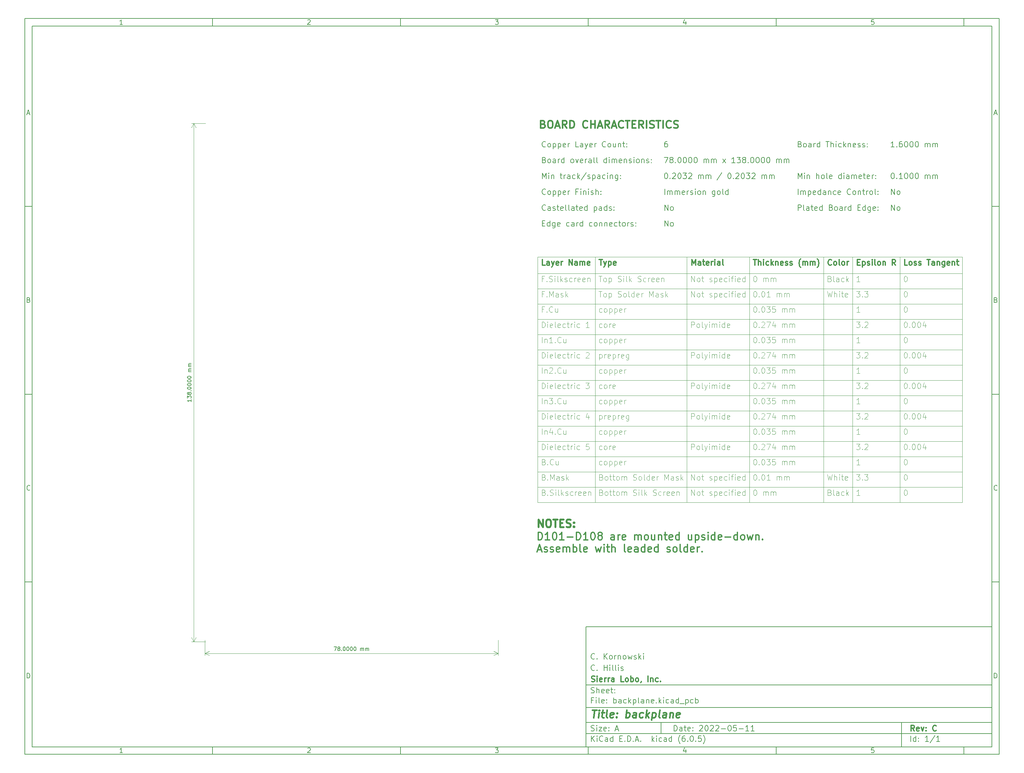
<source format=gbr>
G04 #@! TF.GenerationSoftware,KiCad,Pcbnew,(6.0.5)*
G04 #@! TF.CreationDate,2022-05-12T08:59:49-04:00*
G04 #@! TF.ProjectId,backplane,6261636b-706c-4616-9e65-2e6b69636164,C*
G04 #@! TF.SameCoordinates,Original*
G04 #@! TF.FileFunction,Other,Comment*
%FSLAX46Y46*%
G04 Gerber Fmt 4.6, Leading zero omitted, Abs format (unit mm)*
G04 Created by KiCad (PCBNEW (6.0.5)) date 2022-05-12 08:59:49*
%MOMM*%
%LPD*%
G01*
G04 APERTURE LIST*
%ADD10C,0.100000*%
%ADD11C,0.150000*%
%ADD12C,0.300000*%
%ADD13C,0.400000*%
%ADD14C,0.200000*%
%ADD15C,0.500000*%
G04 APERTURE END LIST*
D10*
D11*
X159400000Y-171900000D02*
X159400000Y-203900000D01*
X267400000Y-203900000D01*
X267400000Y-171900000D01*
X159400000Y-171900000D01*
D10*
D11*
X10000000Y-10000000D02*
X10000000Y-205900000D01*
X269400000Y-205900000D01*
X269400000Y-10000000D01*
X10000000Y-10000000D01*
D10*
D11*
X12000000Y-12000000D02*
X12000000Y-203900000D01*
X267400000Y-203900000D01*
X267400000Y-12000000D01*
X12000000Y-12000000D01*
D10*
D11*
X60000000Y-12000000D02*
X60000000Y-10000000D01*
D10*
D11*
X110000000Y-12000000D02*
X110000000Y-10000000D01*
D10*
D11*
X160000000Y-12000000D02*
X160000000Y-10000000D01*
D10*
D11*
X210000000Y-12000000D02*
X210000000Y-10000000D01*
D10*
D11*
X260000000Y-12000000D02*
X260000000Y-10000000D01*
D10*
D11*
X36065476Y-11588095D02*
X35322619Y-11588095D01*
X35694047Y-11588095D02*
X35694047Y-10288095D01*
X35570238Y-10473809D01*
X35446428Y-10597619D01*
X35322619Y-10659523D01*
D10*
D11*
X85322619Y-10411904D02*
X85384523Y-10350000D01*
X85508333Y-10288095D01*
X85817857Y-10288095D01*
X85941666Y-10350000D01*
X86003571Y-10411904D01*
X86065476Y-10535714D01*
X86065476Y-10659523D01*
X86003571Y-10845238D01*
X85260714Y-11588095D01*
X86065476Y-11588095D01*
D10*
D11*
X135260714Y-10288095D02*
X136065476Y-10288095D01*
X135632142Y-10783333D01*
X135817857Y-10783333D01*
X135941666Y-10845238D01*
X136003571Y-10907142D01*
X136065476Y-11030952D01*
X136065476Y-11340476D01*
X136003571Y-11464285D01*
X135941666Y-11526190D01*
X135817857Y-11588095D01*
X135446428Y-11588095D01*
X135322619Y-11526190D01*
X135260714Y-11464285D01*
D10*
D11*
X185941666Y-10721428D02*
X185941666Y-11588095D01*
X185632142Y-10226190D02*
X185322619Y-11154761D01*
X186127380Y-11154761D01*
D10*
D11*
X236003571Y-10288095D02*
X235384523Y-10288095D01*
X235322619Y-10907142D01*
X235384523Y-10845238D01*
X235508333Y-10783333D01*
X235817857Y-10783333D01*
X235941666Y-10845238D01*
X236003571Y-10907142D01*
X236065476Y-11030952D01*
X236065476Y-11340476D01*
X236003571Y-11464285D01*
X235941666Y-11526190D01*
X235817857Y-11588095D01*
X235508333Y-11588095D01*
X235384523Y-11526190D01*
X235322619Y-11464285D01*
D10*
D11*
X60000000Y-203900000D02*
X60000000Y-205900000D01*
D10*
D11*
X110000000Y-203900000D02*
X110000000Y-205900000D01*
D10*
D11*
X160000000Y-203900000D02*
X160000000Y-205900000D01*
D10*
D11*
X210000000Y-203900000D02*
X210000000Y-205900000D01*
D10*
D11*
X260000000Y-203900000D02*
X260000000Y-205900000D01*
D10*
D11*
X36065476Y-205488095D02*
X35322619Y-205488095D01*
X35694047Y-205488095D02*
X35694047Y-204188095D01*
X35570238Y-204373809D01*
X35446428Y-204497619D01*
X35322619Y-204559523D01*
D10*
D11*
X85322619Y-204311904D02*
X85384523Y-204250000D01*
X85508333Y-204188095D01*
X85817857Y-204188095D01*
X85941666Y-204250000D01*
X86003571Y-204311904D01*
X86065476Y-204435714D01*
X86065476Y-204559523D01*
X86003571Y-204745238D01*
X85260714Y-205488095D01*
X86065476Y-205488095D01*
D10*
D11*
X135260714Y-204188095D02*
X136065476Y-204188095D01*
X135632142Y-204683333D01*
X135817857Y-204683333D01*
X135941666Y-204745238D01*
X136003571Y-204807142D01*
X136065476Y-204930952D01*
X136065476Y-205240476D01*
X136003571Y-205364285D01*
X135941666Y-205426190D01*
X135817857Y-205488095D01*
X135446428Y-205488095D01*
X135322619Y-205426190D01*
X135260714Y-205364285D01*
D10*
D11*
X185941666Y-204621428D02*
X185941666Y-205488095D01*
X185632142Y-204126190D02*
X185322619Y-205054761D01*
X186127380Y-205054761D01*
D10*
D11*
X236003571Y-204188095D02*
X235384523Y-204188095D01*
X235322619Y-204807142D01*
X235384523Y-204745238D01*
X235508333Y-204683333D01*
X235817857Y-204683333D01*
X235941666Y-204745238D01*
X236003571Y-204807142D01*
X236065476Y-204930952D01*
X236065476Y-205240476D01*
X236003571Y-205364285D01*
X235941666Y-205426190D01*
X235817857Y-205488095D01*
X235508333Y-205488095D01*
X235384523Y-205426190D01*
X235322619Y-205364285D01*
D10*
D11*
X10000000Y-60000000D02*
X12000000Y-60000000D01*
D10*
D11*
X10000000Y-110000000D02*
X12000000Y-110000000D01*
D10*
D11*
X10000000Y-160000000D02*
X12000000Y-160000000D01*
D10*
D11*
X10690476Y-35216666D02*
X11309523Y-35216666D01*
X10566666Y-35588095D02*
X11000000Y-34288095D01*
X11433333Y-35588095D01*
D10*
D11*
X11092857Y-84907142D02*
X11278571Y-84969047D01*
X11340476Y-85030952D01*
X11402380Y-85154761D01*
X11402380Y-85340476D01*
X11340476Y-85464285D01*
X11278571Y-85526190D01*
X11154761Y-85588095D01*
X10659523Y-85588095D01*
X10659523Y-84288095D01*
X11092857Y-84288095D01*
X11216666Y-84350000D01*
X11278571Y-84411904D01*
X11340476Y-84535714D01*
X11340476Y-84659523D01*
X11278571Y-84783333D01*
X11216666Y-84845238D01*
X11092857Y-84907142D01*
X10659523Y-84907142D01*
D10*
D11*
X11402380Y-135464285D02*
X11340476Y-135526190D01*
X11154761Y-135588095D01*
X11030952Y-135588095D01*
X10845238Y-135526190D01*
X10721428Y-135402380D01*
X10659523Y-135278571D01*
X10597619Y-135030952D01*
X10597619Y-134845238D01*
X10659523Y-134597619D01*
X10721428Y-134473809D01*
X10845238Y-134350000D01*
X11030952Y-134288095D01*
X11154761Y-134288095D01*
X11340476Y-134350000D01*
X11402380Y-134411904D01*
D10*
D11*
X10659523Y-185588095D02*
X10659523Y-184288095D01*
X10969047Y-184288095D01*
X11154761Y-184350000D01*
X11278571Y-184473809D01*
X11340476Y-184597619D01*
X11402380Y-184845238D01*
X11402380Y-185030952D01*
X11340476Y-185278571D01*
X11278571Y-185402380D01*
X11154761Y-185526190D01*
X10969047Y-185588095D01*
X10659523Y-185588095D01*
D10*
D11*
X269400000Y-60000000D02*
X267400000Y-60000000D01*
D10*
D11*
X269400000Y-110000000D02*
X267400000Y-110000000D01*
D10*
D11*
X269400000Y-160000000D02*
X267400000Y-160000000D01*
D10*
D11*
X268090476Y-35216666D02*
X268709523Y-35216666D01*
X267966666Y-35588095D02*
X268400000Y-34288095D01*
X268833333Y-35588095D01*
D10*
D11*
X268492857Y-84907142D02*
X268678571Y-84969047D01*
X268740476Y-85030952D01*
X268802380Y-85154761D01*
X268802380Y-85340476D01*
X268740476Y-85464285D01*
X268678571Y-85526190D01*
X268554761Y-85588095D01*
X268059523Y-85588095D01*
X268059523Y-84288095D01*
X268492857Y-84288095D01*
X268616666Y-84350000D01*
X268678571Y-84411904D01*
X268740476Y-84535714D01*
X268740476Y-84659523D01*
X268678571Y-84783333D01*
X268616666Y-84845238D01*
X268492857Y-84907142D01*
X268059523Y-84907142D01*
D10*
D11*
X268802380Y-135464285D02*
X268740476Y-135526190D01*
X268554761Y-135588095D01*
X268430952Y-135588095D01*
X268245238Y-135526190D01*
X268121428Y-135402380D01*
X268059523Y-135278571D01*
X267997619Y-135030952D01*
X267997619Y-134845238D01*
X268059523Y-134597619D01*
X268121428Y-134473809D01*
X268245238Y-134350000D01*
X268430952Y-134288095D01*
X268554761Y-134288095D01*
X268740476Y-134350000D01*
X268802380Y-134411904D01*
D10*
D11*
X268059523Y-185588095D02*
X268059523Y-184288095D01*
X268369047Y-184288095D01*
X268554761Y-184350000D01*
X268678571Y-184473809D01*
X268740476Y-184597619D01*
X268802380Y-184845238D01*
X268802380Y-185030952D01*
X268740476Y-185278571D01*
X268678571Y-185402380D01*
X268554761Y-185526190D01*
X268369047Y-185588095D01*
X268059523Y-185588095D01*
D10*
D11*
X182832142Y-199678571D02*
X182832142Y-198178571D01*
X183189285Y-198178571D01*
X183403571Y-198250000D01*
X183546428Y-198392857D01*
X183617857Y-198535714D01*
X183689285Y-198821428D01*
X183689285Y-199035714D01*
X183617857Y-199321428D01*
X183546428Y-199464285D01*
X183403571Y-199607142D01*
X183189285Y-199678571D01*
X182832142Y-199678571D01*
X184975000Y-199678571D02*
X184975000Y-198892857D01*
X184903571Y-198750000D01*
X184760714Y-198678571D01*
X184475000Y-198678571D01*
X184332142Y-198750000D01*
X184975000Y-199607142D02*
X184832142Y-199678571D01*
X184475000Y-199678571D01*
X184332142Y-199607142D01*
X184260714Y-199464285D01*
X184260714Y-199321428D01*
X184332142Y-199178571D01*
X184475000Y-199107142D01*
X184832142Y-199107142D01*
X184975000Y-199035714D01*
X185475000Y-198678571D02*
X186046428Y-198678571D01*
X185689285Y-198178571D02*
X185689285Y-199464285D01*
X185760714Y-199607142D01*
X185903571Y-199678571D01*
X186046428Y-199678571D01*
X187117857Y-199607142D02*
X186975000Y-199678571D01*
X186689285Y-199678571D01*
X186546428Y-199607142D01*
X186475000Y-199464285D01*
X186475000Y-198892857D01*
X186546428Y-198750000D01*
X186689285Y-198678571D01*
X186975000Y-198678571D01*
X187117857Y-198750000D01*
X187189285Y-198892857D01*
X187189285Y-199035714D01*
X186475000Y-199178571D01*
X187832142Y-199535714D02*
X187903571Y-199607142D01*
X187832142Y-199678571D01*
X187760714Y-199607142D01*
X187832142Y-199535714D01*
X187832142Y-199678571D01*
X187832142Y-198750000D02*
X187903571Y-198821428D01*
X187832142Y-198892857D01*
X187760714Y-198821428D01*
X187832142Y-198750000D01*
X187832142Y-198892857D01*
X189617857Y-198321428D02*
X189689285Y-198250000D01*
X189832142Y-198178571D01*
X190189285Y-198178571D01*
X190332142Y-198250000D01*
X190403571Y-198321428D01*
X190475000Y-198464285D01*
X190475000Y-198607142D01*
X190403571Y-198821428D01*
X189546428Y-199678571D01*
X190475000Y-199678571D01*
X191403571Y-198178571D02*
X191546428Y-198178571D01*
X191689285Y-198250000D01*
X191760714Y-198321428D01*
X191832142Y-198464285D01*
X191903571Y-198750000D01*
X191903571Y-199107142D01*
X191832142Y-199392857D01*
X191760714Y-199535714D01*
X191689285Y-199607142D01*
X191546428Y-199678571D01*
X191403571Y-199678571D01*
X191260714Y-199607142D01*
X191189285Y-199535714D01*
X191117857Y-199392857D01*
X191046428Y-199107142D01*
X191046428Y-198750000D01*
X191117857Y-198464285D01*
X191189285Y-198321428D01*
X191260714Y-198250000D01*
X191403571Y-198178571D01*
X192475000Y-198321428D02*
X192546428Y-198250000D01*
X192689285Y-198178571D01*
X193046428Y-198178571D01*
X193189285Y-198250000D01*
X193260714Y-198321428D01*
X193332142Y-198464285D01*
X193332142Y-198607142D01*
X193260714Y-198821428D01*
X192403571Y-199678571D01*
X193332142Y-199678571D01*
X193903571Y-198321428D02*
X193975000Y-198250000D01*
X194117857Y-198178571D01*
X194475000Y-198178571D01*
X194617857Y-198250000D01*
X194689285Y-198321428D01*
X194760714Y-198464285D01*
X194760714Y-198607142D01*
X194689285Y-198821428D01*
X193832142Y-199678571D01*
X194760714Y-199678571D01*
X195403571Y-199107142D02*
X196546428Y-199107142D01*
X197546428Y-198178571D02*
X197689285Y-198178571D01*
X197832142Y-198250000D01*
X197903571Y-198321428D01*
X197975000Y-198464285D01*
X198046428Y-198750000D01*
X198046428Y-199107142D01*
X197975000Y-199392857D01*
X197903571Y-199535714D01*
X197832142Y-199607142D01*
X197689285Y-199678571D01*
X197546428Y-199678571D01*
X197403571Y-199607142D01*
X197332142Y-199535714D01*
X197260714Y-199392857D01*
X197189285Y-199107142D01*
X197189285Y-198750000D01*
X197260714Y-198464285D01*
X197332142Y-198321428D01*
X197403571Y-198250000D01*
X197546428Y-198178571D01*
X199403571Y-198178571D02*
X198689285Y-198178571D01*
X198617857Y-198892857D01*
X198689285Y-198821428D01*
X198832142Y-198750000D01*
X199189285Y-198750000D01*
X199332142Y-198821428D01*
X199403571Y-198892857D01*
X199475000Y-199035714D01*
X199475000Y-199392857D01*
X199403571Y-199535714D01*
X199332142Y-199607142D01*
X199189285Y-199678571D01*
X198832142Y-199678571D01*
X198689285Y-199607142D01*
X198617857Y-199535714D01*
X200117857Y-199107142D02*
X201260714Y-199107142D01*
X202760714Y-199678571D02*
X201903571Y-199678571D01*
X202332142Y-199678571D02*
X202332142Y-198178571D01*
X202189285Y-198392857D01*
X202046428Y-198535714D01*
X201903571Y-198607142D01*
X204189285Y-199678571D02*
X203332142Y-199678571D01*
X203760714Y-199678571D02*
X203760714Y-198178571D01*
X203617857Y-198392857D01*
X203475000Y-198535714D01*
X203332142Y-198607142D01*
D10*
D11*
X159400000Y-200400000D02*
X267400000Y-200400000D01*
D10*
D11*
X160832142Y-202478571D02*
X160832142Y-200978571D01*
X161689285Y-202478571D02*
X161046428Y-201621428D01*
X161689285Y-200978571D02*
X160832142Y-201835714D01*
X162332142Y-202478571D02*
X162332142Y-201478571D01*
X162332142Y-200978571D02*
X162260714Y-201050000D01*
X162332142Y-201121428D01*
X162403571Y-201050000D01*
X162332142Y-200978571D01*
X162332142Y-201121428D01*
X163903571Y-202335714D02*
X163832142Y-202407142D01*
X163617857Y-202478571D01*
X163475000Y-202478571D01*
X163260714Y-202407142D01*
X163117857Y-202264285D01*
X163046428Y-202121428D01*
X162975000Y-201835714D01*
X162975000Y-201621428D01*
X163046428Y-201335714D01*
X163117857Y-201192857D01*
X163260714Y-201050000D01*
X163475000Y-200978571D01*
X163617857Y-200978571D01*
X163832142Y-201050000D01*
X163903571Y-201121428D01*
X165189285Y-202478571D02*
X165189285Y-201692857D01*
X165117857Y-201550000D01*
X164975000Y-201478571D01*
X164689285Y-201478571D01*
X164546428Y-201550000D01*
X165189285Y-202407142D02*
X165046428Y-202478571D01*
X164689285Y-202478571D01*
X164546428Y-202407142D01*
X164475000Y-202264285D01*
X164475000Y-202121428D01*
X164546428Y-201978571D01*
X164689285Y-201907142D01*
X165046428Y-201907142D01*
X165189285Y-201835714D01*
X166546428Y-202478571D02*
X166546428Y-200978571D01*
X166546428Y-202407142D02*
X166403571Y-202478571D01*
X166117857Y-202478571D01*
X165975000Y-202407142D01*
X165903571Y-202335714D01*
X165832142Y-202192857D01*
X165832142Y-201764285D01*
X165903571Y-201621428D01*
X165975000Y-201550000D01*
X166117857Y-201478571D01*
X166403571Y-201478571D01*
X166546428Y-201550000D01*
X168403571Y-201692857D02*
X168903571Y-201692857D01*
X169117857Y-202478571D02*
X168403571Y-202478571D01*
X168403571Y-200978571D01*
X169117857Y-200978571D01*
X169760714Y-202335714D02*
X169832142Y-202407142D01*
X169760714Y-202478571D01*
X169689285Y-202407142D01*
X169760714Y-202335714D01*
X169760714Y-202478571D01*
X170475000Y-202478571D02*
X170475000Y-200978571D01*
X170832142Y-200978571D01*
X171046428Y-201050000D01*
X171189285Y-201192857D01*
X171260714Y-201335714D01*
X171332142Y-201621428D01*
X171332142Y-201835714D01*
X171260714Y-202121428D01*
X171189285Y-202264285D01*
X171046428Y-202407142D01*
X170832142Y-202478571D01*
X170475000Y-202478571D01*
X171975000Y-202335714D02*
X172046428Y-202407142D01*
X171975000Y-202478571D01*
X171903571Y-202407142D01*
X171975000Y-202335714D01*
X171975000Y-202478571D01*
X172617857Y-202050000D02*
X173332142Y-202050000D01*
X172475000Y-202478571D02*
X172975000Y-200978571D01*
X173475000Y-202478571D01*
X173975000Y-202335714D02*
X174046428Y-202407142D01*
X173975000Y-202478571D01*
X173903571Y-202407142D01*
X173975000Y-202335714D01*
X173975000Y-202478571D01*
X176975000Y-202478571D02*
X176975000Y-200978571D01*
X177117857Y-201907142D02*
X177546428Y-202478571D01*
X177546428Y-201478571D02*
X176975000Y-202050000D01*
X178189285Y-202478571D02*
X178189285Y-201478571D01*
X178189285Y-200978571D02*
X178117857Y-201050000D01*
X178189285Y-201121428D01*
X178260714Y-201050000D01*
X178189285Y-200978571D01*
X178189285Y-201121428D01*
X179546428Y-202407142D02*
X179403571Y-202478571D01*
X179117857Y-202478571D01*
X178975000Y-202407142D01*
X178903571Y-202335714D01*
X178832142Y-202192857D01*
X178832142Y-201764285D01*
X178903571Y-201621428D01*
X178975000Y-201550000D01*
X179117857Y-201478571D01*
X179403571Y-201478571D01*
X179546428Y-201550000D01*
X180832142Y-202478571D02*
X180832142Y-201692857D01*
X180760714Y-201550000D01*
X180617857Y-201478571D01*
X180332142Y-201478571D01*
X180189285Y-201550000D01*
X180832142Y-202407142D02*
X180689285Y-202478571D01*
X180332142Y-202478571D01*
X180189285Y-202407142D01*
X180117857Y-202264285D01*
X180117857Y-202121428D01*
X180189285Y-201978571D01*
X180332142Y-201907142D01*
X180689285Y-201907142D01*
X180832142Y-201835714D01*
X182189285Y-202478571D02*
X182189285Y-200978571D01*
X182189285Y-202407142D02*
X182046428Y-202478571D01*
X181760714Y-202478571D01*
X181617857Y-202407142D01*
X181546428Y-202335714D01*
X181475000Y-202192857D01*
X181475000Y-201764285D01*
X181546428Y-201621428D01*
X181617857Y-201550000D01*
X181760714Y-201478571D01*
X182046428Y-201478571D01*
X182189285Y-201550000D01*
X184475000Y-203050000D02*
X184403571Y-202978571D01*
X184260714Y-202764285D01*
X184189285Y-202621428D01*
X184117857Y-202407142D01*
X184046428Y-202050000D01*
X184046428Y-201764285D01*
X184117857Y-201407142D01*
X184189285Y-201192857D01*
X184260714Y-201050000D01*
X184403571Y-200835714D01*
X184475000Y-200764285D01*
X185689285Y-200978571D02*
X185403571Y-200978571D01*
X185260714Y-201050000D01*
X185189285Y-201121428D01*
X185046428Y-201335714D01*
X184975000Y-201621428D01*
X184975000Y-202192857D01*
X185046428Y-202335714D01*
X185117857Y-202407142D01*
X185260714Y-202478571D01*
X185546428Y-202478571D01*
X185689285Y-202407142D01*
X185760714Y-202335714D01*
X185832142Y-202192857D01*
X185832142Y-201835714D01*
X185760714Y-201692857D01*
X185689285Y-201621428D01*
X185546428Y-201550000D01*
X185260714Y-201550000D01*
X185117857Y-201621428D01*
X185046428Y-201692857D01*
X184975000Y-201835714D01*
X186475000Y-202335714D02*
X186546428Y-202407142D01*
X186475000Y-202478571D01*
X186403571Y-202407142D01*
X186475000Y-202335714D01*
X186475000Y-202478571D01*
X187475000Y-200978571D02*
X187617857Y-200978571D01*
X187760714Y-201050000D01*
X187832142Y-201121428D01*
X187903571Y-201264285D01*
X187975000Y-201550000D01*
X187975000Y-201907142D01*
X187903571Y-202192857D01*
X187832142Y-202335714D01*
X187760714Y-202407142D01*
X187617857Y-202478571D01*
X187475000Y-202478571D01*
X187332142Y-202407142D01*
X187260714Y-202335714D01*
X187189285Y-202192857D01*
X187117857Y-201907142D01*
X187117857Y-201550000D01*
X187189285Y-201264285D01*
X187260714Y-201121428D01*
X187332142Y-201050000D01*
X187475000Y-200978571D01*
X188617857Y-202335714D02*
X188689285Y-202407142D01*
X188617857Y-202478571D01*
X188546428Y-202407142D01*
X188617857Y-202335714D01*
X188617857Y-202478571D01*
X190046428Y-200978571D02*
X189332142Y-200978571D01*
X189260714Y-201692857D01*
X189332142Y-201621428D01*
X189475000Y-201550000D01*
X189832142Y-201550000D01*
X189975000Y-201621428D01*
X190046428Y-201692857D01*
X190117857Y-201835714D01*
X190117857Y-202192857D01*
X190046428Y-202335714D01*
X189975000Y-202407142D01*
X189832142Y-202478571D01*
X189475000Y-202478571D01*
X189332142Y-202407142D01*
X189260714Y-202335714D01*
X190617857Y-203050000D02*
X190689285Y-202978571D01*
X190832142Y-202764285D01*
X190903571Y-202621428D01*
X190975000Y-202407142D01*
X191046428Y-202050000D01*
X191046428Y-201764285D01*
X190975000Y-201407142D01*
X190903571Y-201192857D01*
X190832142Y-201050000D01*
X190689285Y-200835714D01*
X190617857Y-200764285D01*
D10*
D11*
X159400000Y-197400000D02*
X267400000Y-197400000D01*
D10*
D12*
X246809285Y-199678571D02*
X246309285Y-198964285D01*
X245952142Y-199678571D02*
X245952142Y-198178571D01*
X246523571Y-198178571D01*
X246666428Y-198250000D01*
X246737857Y-198321428D01*
X246809285Y-198464285D01*
X246809285Y-198678571D01*
X246737857Y-198821428D01*
X246666428Y-198892857D01*
X246523571Y-198964285D01*
X245952142Y-198964285D01*
X248023571Y-199607142D02*
X247880714Y-199678571D01*
X247595000Y-199678571D01*
X247452142Y-199607142D01*
X247380714Y-199464285D01*
X247380714Y-198892857D01*
X247452142Y-198750000D01*
X247595000Y-198678571D01*
X247880714Y-198678571D01*
X248023571Y-198750000D01*
X248095000Y-198892857D01*
X248095000Y-199035714D01*
X247380714Y-199178571D01*
X248595000Y-198678571D02*
X248952142Y-199678571D01*
X249309285Y-198678571D01*
X249880714Y-199535714D02*
X249952142Y-199607142D01*
X249880714Y-199678571D01*
X249809285Y-199607142D01*
X249880714Y-199535714D01*
X249880714Y-199678571D01*
X249880714Y-198750000D02*
X249952142Y-198821428D01*
X249880714Y-198892857D01*
X249809285Y-198821428D01*
X249880714Y-198750000D01*
X249880714Y-198892857D01*
X252595000Y-199535714D02*
X252523571Y-199607142D01*
X252309285Y-199678571D01*
X252166428Y-199678571D01*
X251952142Y-199607142D01*
X251809285Y-199464285D01*
X251737857Y-199321428D01*
X251666428Y-199035714D01*
X251666428Y-198821428D01*
X251737857Y-198535714D01*
X251809285Y-198392857D01*
X251952142Y-198250000D01*
X252166428Y-198178571D01*
X252309285Y-198178571D01*
X252523571Y-198250000D01*
X252595000Y-198321428D01*
D10*
D11*
X160760714Y-199607142D02*
X160975000Y-199678571D01*
X161332142Y-199678571D01*
X161475000Y-199607142D01*
X161546428Y-199535714D01*
X161617857Y-199392857D01*
X161617857Y-199250000D01*
X161546428Y-199107142D01*
X161475000Y-199035714D01*
X161332142Y-198964285D01*
X161046428Y-198892857D01*
X160903571Y-198821428D01*
X160832142Y-198750000D01*
X160760714Y-198607142D01*
X160760714Y-198464285D01*
X160832142Y-198321428D01*
X160903571Y-198250000D01*
X161046428Y-198178571D01*
X161403571Y-198178571D01*
X161617857Y-198250000D01*
X162260714Y-199678571D02*
X162260714Y-198678571D01*
X162260714Y-198178571D02*
X162189285Y-198250000D01*
X162260714Y-198321428D01*
X162332142Y-198250000D01*
X162260714Y-198178571D01*
X162260714Y-198321428D01*
X162832142Y-198678571D02*
X163617857Y-198678571D01*
X162832142Y-199678571D01*
X163617857Y-199678571D01*
X164760714Y-199607142D02*
X164617857Y-199678571D01*
X164332142Y-199678571D01*
X164189285Y-199607142D01*
X164117857Y-199464285D01*
X164117857Y-198892857D01*
X164189285Y-198750000D01*
X164332142Y-198678571D01*
X164617857Y-198678571D01*
X164760714Y-198750000D01*
X164832142Y-198892857D01*
X164832142Y-199035714D01*
X164117857Y-199178571D01*
X165475000Y-199535714D02*
X165546428Y-199607142D01*
X165475000Y-199678571D01*
X165403571Y-199607142D01*
X165475000Y-199535714D01*
X165475000Y-199678571D01*
X165475000Y-198750000D02*
X165546428Y-198821428D01*
X165475000Y-198892857D01*
X165403571Y-198821428D01*
X165475000Y-198750000D01*
X165475000Y-198892857D01*
X167260714Y-199250000D02*
X167975000Y-199250000D01*
X167117857Y-199678571D02*
X167617857Y-198178571D01*
X168117857Y-199678571D01*
D10*
D11*
X245832142Y-202478571D02*
X245832142Y-200978571D01*
X247189285Y-202478571D02*
X247189285Y-200978571D01*
X247189285Y-202407142D02*
X247046428Y-202478571D01*
X246760714Y-202478571D01*
X246617857Y-202407142D01*
X246546428Y-202335714D01*
X246475000Y-202192857D01*
X246475000Y-201764285D01*
X246546428Y-201621428D01*
X246617857Y-201550000D01*
X246760714Y-201478571D01*
X247046428Y-201478571D01*
X247189285Y-201550000D01*
X247903571Y-202335714D02*
X247975000Y-202407142D01*
X247903571Y-202478571D01*
X247832142Y-202407142D01*
X247903571Y-202335714D01*
X247903571Y-202478571D01*
X247903571Y-201550000D02*
X247975000Y-201621428D01*
X247903571Y-201692857D01*
X247832142Y-201621428D01*
X247903571Y-201550000D01*
X247903571Y-201692857D01*
X250546428Y-202478571D02*
X249689285Y-202478571D01*
X250117857Y-202478571D02*
X250117857Y-200978571D01*
X249975000Y-201192857D01*
X249832142Y-201335714D01*
X249689285Y-201407142D01*
X252260714Y-200907142D02*
X250975000Y-202835714D01*
X253546428Y-202478571D02*
X252689285Y-202478571D01*
X253117857Y-202478571D02*
X253117857Y-200978571D01*
X252975000Y-201192857D01*
X252832142Y-201335714D01*
X252689285Y-201407142D01*
D10*
D11*
X159400000Y-193400000D02*
X267400000Y-193400000D01*
D10*
D13*
X161112380Y-194104761D02*
X162255238Y-194104761D01*
X161433809Y-196104761D02*
X161683809Y-194104761D01*
X162671904Y-196104761D02*
X162838571Y-194771428D01*
X162921904Y-194104761D02*
X162814761Y-194200000D01*
X162898095Y-194295238D01*
X163005238Y-194200000D01*
X162921904Y-194104761D01*
X162898095Y-194295238D01*
X163505238Y-194771428D02*
X164267142Y-194771428D01*
X163874285Y-194104761D02*
X163660000Y-195819047D01*
X163731428Y-196009523D01*
X163910000Y-196104761D01*
X164100476Y-196104761D01*
X165052857Y-196104761D02*
X164874285Y-196009523D01*
X164802857Y-195819047D01*
X165017142Y-194104761D01*
X166588571Y-196009523D02*
X166386190Y-196104761D01*
X166005238Y-196104761D01*
X165826666Y-196009523D01*
X165755238Y-195819047D01*
X165850476Y-195057142D01*
X165969523Y-194866666D01*
X166171904Y-194771428D01*
X166552857Y-194771428D01*
X166731428Y-194866666D01*
X166802857Y-195057142D01*
X166779047Y-195247619D01*
X165802857Y-195438095D01*
X167552857Y-195914285D02*
X167636190Y-196009523D01*
X167529047Y-196104761D01*
X167445714Y-196009523D01*
X167552857Y-195914285D01*
X167529047Y-196104761D01*
X167683809Y-194866666D02*
X167767142Y-194961904D01*
X167660000Y-195057142D01*
X167576666Y-194961904D01*
X167683809Y-194866666D01*
X167660000Y-195057142D01*
X170005238Y-196104761D02*
X170255238Y-194104761D01*
X170160000Y-194866666D02*
X170362380Y-194771428D01*
X170743333Y-194771428D01*
X170921904Y-194866666D01*
X171005238Y-194961904D01*
X171076666Y-195152380D01*
X171005238Y-195723809D01*
X170886190Y-195914285D01*
X170779047Y-196009523D01*
X170576666Y-196104761D01*
X170195714Y-196104761D01*
X170017142Y-196009523D01*
X172671904Y-196104761D02*
X172802857Y-195057142D01*
X172731428Y-194866666D01*
X172552857Y-194771428D01*
X172171904Y-194771428D01*
X171969523Y-194866666D01*
X172683809Y-196009523D02*
X172481428Y-196104761D01*
X172005238Y-196104761D01*
X171826666Y-196009523D01*
X171755238Y-195819047D01*
X171779047Y-195628571D01*
X171898095Y-195438095D01*
X172100476Y-195342857D01*
X172576666Y-195342857D01*
X172779047Y-195247619D01*
X174493333Y-196009523D02*
X174290952Y-196104761D01*
X173910000Y-196104761D01*
X173731428Y-196009523D01*
X173648095Y-195914285D01*
X173576666Y-195723809D01*
X173648095Y-195152380D01*
X173767142Y-194961904D01*
X173874285Y-194866666D01*
X174076666Y-194771428D01*
X174457619Y-194771428D01*
X174636190Y-194866666D01*
X175338571Y-196104761D02*
X175588571Y-194104761D01*
X175624285Y-195342857D02*
X176100476Y-196104761D01*
X176267142Y-194771428D02*
X175410000Y-195533333D01*
X177124285Y-194771428D02*
X176874285Y-196771428D01*
X177112380Y-194866666D02*
X177314761Y-194771428D01*
X177695714Y-194771428D01*
X177874285Y-194866666D01*
X177957619Y-194961904D01*
X178029047Y-195152380D01*
X177957619Y-195723809D01*
X177838571Y-195914285D01*
X177731428Y-196009523D01*
X177529047Y-196104761D01*
X177148095Y-196104761D01*
X176969523Y-196009523D01*
X179052857Y-196104761D02*
X178874285Y-196009523D01*
X178802857Y-195819047D01*
X179017142Y-194104761D01*
X180671904Y-196104761D02*
X180802857Y-195057142D01*
X180731428Y-194866666D01*
X180552857Y-194771428D01*
X180171904Y-194771428D01*
X179969523Y-194866666D01*
X180683809Y-196009523D02*
X180481428Y-196104761D01*
X180005238Y-196104761D01*
X179826666Y-196009523D01*
X179755238Y-195819047D01*
X179779047Y-195628571D01*
X179898095Y-195438095D01*
X180100476Y-195342857D01*
X180576666Y-195342857D01*
X180779047Y-195247619D01*
X181790952Y-194771428D02*
X181624285Y-196104761D01*
X181767142Y-194961904D02*
X181874285Y-194866666D01*
X182076666Y-194771428D01*
X182362380Y-194771428D01*
X182540952Y-194866666D01*
X182612380Y-195057142D01*
X182481428Y-196104761D01*
X184207619Y-196009523D02*
X184005238Y-196104761D01*
X183624285Y-196104761D01*
X183445714Y-196009523D01*
X183374285Y-195819047D01*
X183469523Y-195057142D01*
X183588571Y-194866666D01*
X183790952Y-194771428D01*
X184171904Y-194771428D01*
X184350476Y-194866666D01*
X184421904Y-195057142D01*
X184398095Y-195247619D01*
X183421904Y-195438095D01*
D10*
D11*
X161332142Y-191492857D02*
X160832142Y-191492857D01*
X160832142Y-192278571D02*
X160832142Y-190778571D01*
X161546428Y-190778571D01*
X162117857Y-192278571D02*
X162117857Y-191278571D01*
X162117857Y-190778571D02*
X162046428Y-190850000D01*
X162117857Y-190921428D01*
X162189285Y-190850000D01*
X162117857Y-190778571D01*
X162117857Y-190921428D01*
X163046428Y-192278571D02*
X162903571Y-192207142D01*
X162832142Y-192064285D01*
X162832142Y-190778571D01*
X164189285Y-192207142D02*
X164046428Y-192278571D01*
X163760714Y-192278571D01*
X163617857Y-192207142D01*
X163546428Y-192064285D01*
X163546428Y-191492857D01*
X163617857Y-191350000D01*
X163760714Y-191278571D01*
X164046428Y-191278571D01*
X164189285Y-191350000D01*
X164260714Y-191492857D01*
X164260714Y-191635714D01*
X163546428Y-191778571D01*
X164903571Y-192135714D02*
X164975000Y-192207142D01*
X164903571Y-192278571D01*
X164832142Y-192207142D01*
X164903571Y-192135714D01*
X164903571Y-192278571D01*
X164903571Y-191350000D02*
X164975000Y-191421428D01*
X164903571Y-191492857D01*
X164832142Y-191421428D01*
X164903571Y-191350000D01*
X164903571Y-191492857D01*
X166760714Y-192278571D02*
X166760714Y-190778571D01*
X166760714Y-191350000D02*
X166903571Y-191278571D01*
X167189285Y-191278571D01*
X167332142Y-191350000D01*
X167403571Y-191421428D01*
X167475000Y-191564285D01*
X167475000Y-191992857D01*
X167403571Y-192135714D01*
X167332142Y-192207142D01*
X167189285Y-192278571D01*
X166903571Y-192278571D01*
X166760714Y-192207142D01*
X168760714Y-192278571D02*
X168760714Y-191492857D01*
X168689285Y-191350000D01*
X168546428Y-191278571D01*
X168260714Y-191278571D01*
X168117857Y-191350000D01*
X168760714Y-192207142D02*
X168617857Y-192278571D01*
X168260714Y-192278571D01*
X168117857Y-192207142D01*
X168046428Y-192064285D01*
X168046428Y-191921428D01*
X168117857Y-191778571D01*
X168260714Y-191707142D01*
X168617857Y-191707142D01*
X168760714Y-191635714D01*
X170117857Y-192207142D02*
X169975000Y-192278571D01*
X169689285Y-192278571D01*
X169546428Y-192207142D01*
X169475000Y-192135714D01*
X169403571Y-191992857D01*
X169403571Y-191564285D01*
X169475000Y-191421428D01*
X169546428Y-191350000D01*
X169689285Y-191278571D01*
X169975000Y-191278571D01*
X170117857Y-191350000D01*
X170760714Y-192278571D02*
X170760714Y-190778571D01*
X170903571Y-191707142D02*
X171332142Y-192278571D01*
X171332142Y-191278571D02*
X170760714Y-191850000D01*
X171975000Y-191278571D02*
X171975000Y-192778571D01*
X171975000Y-191350000D02*
X172117857Y-191278571D01*
X172403571Y-191278571D01*
X172546428Y-191350000D01*
X172617857Y-191421428D01*
X172689285Y-191564285D01*
X172689285Y-191992857D01*
X172617857Y-192135714D01*
X172546428Y-192207142D01*
X172403571Y-192278571D01*
X172117857Y-192278571D01*
X171975000Y-192207142D01*
X173546428Y-192278571D02*
X173403571Y-192207142D01*
X173332142Y-192064285D01*
X173332142Y-190778571D01*
X174760714Y-192278571D02*
X174760714Y-191492857D01*
X174689285Y-191350000D01*
X174546428Y-191278571D01*
X174260714Y-191278571D01*
X174117857Y-191350000D01*
X174760714Y-192207142D02*
X174617857Y-192278571D01*
X174260714Y-192278571D01*
X174117857Y-192207142D01*
X174046428Y-192064285D01*
X174046428Y-191921428D01*
X174117857Y-191778571D01*
X174260714Y-191707142D01*
X174617857Y-191707142D01*
X174760714Y-191635714D01*
X175475000Y-191278571D02*
X175475000Y-192278571D01*
X175475000Y-191421428D02*
X175546428Y-191350000D01*
X175689285Y-191278571D01*
X175903571Y-191278571D01*
X176046428Y-191350000D01*
X176117857Y-191492857D01*
X176117857Y-192278571D01*
X177403571Y-192207142D02*
X177260714Y-192278571D01*
X176975000Y-192278571D01*
X176832142Y-192207142D01*
X176760714Y-192064285D01*
X176760714Y-191492857D01*
X176832142Y-191350000D01*
X176975000Y-191278571D01*
X177260714Y-191278571D01*
X177403571Y-191350000D01*
X177475000Y-191492857D01*
X177475000Y-191635714D01*
X176760714Y-191778571D01*
X178117857Y-192135714D02*
X178189285Y-192207142D01*
X178117857Y-192278571D01*
X178046428Y-192207142D01*
X178117857Y-192135714D01*
X178117857Y-192278571D01*
X178832142Y-192278571D02*
X178832142Y-190778571D01*
X178975000Y-191707142D02*
X179403571Y-192278571D01*
X179403571Y-191278571D02*
X178832142Y-191850000D01*
X180046428Y-192278571D02*
X180046428Y-191278571D01*
X180046428Y-190778571D02*
X179975000Y-190850000D01*
X180046428Y-190921428D01*
X180117857Y-190850000D01*
X180046428Y-190778571D01*
X180046428Y-190921428D01*
X181403571Y-192207142D02*
X181260714Y-192278571D01*
X180975000Y-192278571D01*
X180832142Y-192207142D01*
X180760714Y-192135714D01*
X180689285Y-191992857D01*
X180689285Y-191564285D01*
X180760714Y-191421428D01*
X180832142Y-191350000D01*
X180975000Y-191278571D01*
X181260714Y-191278571D01*
X181403571Y-191350000D01*
X182689285Y-192278571D02*
X182689285Y-191492857D01*
X182617857Y-191350000D01*
X182475000Y-191278571D01*
X182189285Y-191278571D01*
X182046428Y-191350000D01*
X182689285Y-192207142D02*
X182546428Y-192278571D01*
X182189285Y-192278571D01*
X182046428Y-192207142D01*
X181975000Y-192064285D01*
X181975000Y-191921428D01*
X182046428Y-191778571D01*
X182189285Y-191707142D01*
X182546428Y-191707142D01*
X182689285Y-191635714D01*
X184046428Y-192278571D02*
X184046428Y-190778571D01*
X184046428Y-192207142D02*
X183903571Y-192278571D01*
X183617857Y-192278571D01*
X183475000Y-192207142D01*
X183403571Y-192135714D01*
X183332142Y-191992857D01*
X183332142Y-191564285D01*
X183403571Y-191421428D01*
X183475000Y-191350000D01*
X183617857Y-191278571D01*
X183903571Y-191278571D01*
X184046428Y-191350000D01*
X184403571Y-192421428D02*
X185546428Y-192421428D01*
X185903571Y-191278571D02*
X185903571Y-192778571D01*
X185903571Y-191350000D02*
X186046428Y-191278571D01*
X186332142Y-191278571D01*
X186475000Y-191350000D01*
X186546428Y-191421428D01*
X186617857Y-191564285D01*
X186617857Y-191992857D01*
X186546428Y-192135714D01*
X186475000Y-192207142D01*
X186332142Y-192278571D01*
X186046428Y-192278571D01*
X185903571Y-192207142D01*
X187903571Y-192207142D02*
X187760714Y-192278571D01*
X187475000Y-192278571D01*
X187332142Y-192207142D01*
X187260714Y-192135714D01*
X187189285Y-191992857D01*
X187189285Y-191564285D01*
X187260714Y-191421428D01*
X187332142Y-191350000D01*
X187475000Y-191278571D01*
X187760714Y-191278571D01*
X187903571Y-191350000D01*
X188546428Y-192278571D02*
X188546428Y-190778571D01*
X188546428Y-191350000D02*
X188689285Y-191278571D01*
X188975000Y-191278571D01*
X189117857Y-191350000D01*
X189189285Y-191421428D01*
X189260714Y-191564285D01*
X189260714Y-191992857D01*
X189189285Y-192135714D01*
X189117857Y-192207142D01*
X188975000Y-192278571D01*
X188689285Y-192278571D01*
X188546428Y-192207142D01*
D10*
D11*
X159400000Y-187400000D02*
X267400000Y-187400000D01*
D10*
D11*
X160760714Y-189507142D02*
X160975000Y-189578571D01*
X161332142Y-189578571D01*
X161475000Y-189507142D01*
X161546428Y-189435714D01*
X161617857Y-189292857D01*
X161617857Y-189150000D01*
X161546428Y-189007142D01*
X161475000Y-188935714D01*
X161332142Y-188864285D01*
X161046428Y-188792857D01*
X160903571Y-188721428D01*
X160832142Y-188650000D01*
X160760714Y-188507142D01*
X160760714Y-188364285D01*
X160832142Y-188221428D01*
X160903571Y-188150000D01*
X161046428Y-188078571D01*
X161403571Y-188078571D01*
X161617857Y-188150000D01*
X162260714Y-189578571D02*
X162260714Y-188078571D01*
X162903571Y-189578571D02*
X162903571Y-188792857D01*
X162832142Y-188650000D01*
X162689285Y-188578571D01*
X162475000Y-188578571D01*
X162332142Y-188650000D01*
X162260714Y-188721428D01*
X164189285Y-189507142D02*
X164046428Y-189578571D01*
X163760714Y-189578571D01*
X163617857Y-189507142D01*
X163546428Y-189364285D01*
X163546428Y-188792857D01*
X163617857Y-188650000D01*
X163760714Y-188578571D01*
X164046428Y-188578571D01*
X164189285Y-188650000D01*
X164260714Y-188792857D01*
X164260714Y-188935714D01*
X163546428Y-189078571D01*
X165475000Y-189507142D02*
X165332142Y-189578571D01*
X165046428Y-189578571D01*
X164903571Y-189507142D01*
X164832142Y-189364285D01*
X164832142Y-188792857D01*
X164903571Y-188650000D01*
X165046428Y-188578571D01*
X165332142Y-188578571D01*
X165475000Y-188650000D01*
X165546428Y-188792857D01*
X165546428Y-188935714D01*
X164832142Y-189078571D01*
X165975000Y-188578571D02*
X166546428Y-188578571D01*
X166189285Y-188078571D02*
X166189285Y-189364285D01*
X166260714Y-189507142D01*
X166403571Y-189578571D01*
X166546428Y-189578571D01*
X167046428Y-189435714D02*
X167117857Y-189507142D01*
X167046428Y-189578571D01*
X166975000Y-189507142D01*
X167046428Y-189435714D01*
X167046428Y-189578571D01*
X167046428Y-188650000D02*
X167117857Y-188721428D01*
X167046428Y-188792857D01*
X166975000Y-188721428D01*
X167046428Y-188650000D01*
X167046428Y-188792857D01*
D10*
D12*
X160880714Y-186507142D02*
X161095000Y-186578571D01*
X161452142Y-186578571D01*
X161595000Y-186507142D01*
X161666428Y-186435714D01*
X161737857Y-186292857D01*
X161737857Y-186150000D01*
X161666428Y-186007142D01*
X161595000Y-185935714D01*
X161452142Y-185864285D01*
X161166428Y-185792857D01*
X161023571Y-185721428D01*
X160952142Y-185650000D01*
X160880714Y-185507142D01*
X160880714Y-185364285D01*
X160952142Y-185221428D01*
X161023571Y-185150000D01*
X161166428Y-185078571D01*
X161523571Y-185078571D01*
X161737857Y-185150000D01*
X162380714Y-186578571D02*
X162380714Y-185578571D01*
X162380714Y-185078571D02*
X162309285Y-185150000D01*
X162380714Y-185221428D01*
X162452142Y-185150000D01*
X162380714Y-185078571D01*
X162380714Y-185221428D01*
X163666428Y-186507142D02*
X163523571Y-186578571D01*
X163237857Y-186578571D01*
X163095000Y-186507142D01*
X163023571Y-186364285D01*
X163023571Y-185792857D01*
X163095000Y-185650000D01*
X163237857Y-185578571D01*
X163523571Y-185578571D01*
X163666428Y-185650000D01*
X163737857Y-185792857D01*
X163737857Y-185935714D01*
X163023571Y-186078571D01*
X164380714Y-186578571D02*
X164380714Y-185578571D01*
X164380714Y-185864285D02*
X164452142Y-185721428D01*
X164523571Y-185650000D01*
X164666428Y-185578571D01*
X164809285Y-185578571D01*
X165309285Y-186578571D02*
X165309285Y-185578571D01*
X165309285Y-185864285D02*
X165380714Y-185721428D01*
X165452142Y-185650000D01*
X165595000Y-185578571D01*
X165737857Y-185578571D01*
X166880714Y-186578571D02*
X166880714Y-185792857D01*
X166809285Y-185650000D01*
X166666428Y-185578571D01*
X166380714Y-185578571D01*
X166237857Y-185650000D01*
X166880714Y-186507142D02*
X166737857Y-186578571D01*
X166380714Y-186578571D01*
X166237857Y-186507142D01*
X166166428Y-186364285D01*
X166166428Y-186221428D01*
X166237857Y-186078571D01*
X166380714Y-186007142D01*
X166737857Y-186007142D01*
X166880714Y-185935714D01*
X169452142Y-186578571D02*
X168737857Y-186578571D01*
X168737857Y-185078571D01*
X170166428Y-186578571D02*
X170023571Y-186507142D01*
X169952142Y-186435714D01*
X169880714Y-186292857D01*
X169880714Y-185864285D01*
X169952142Y-185721428D01*
X170023571Y-185650000D01*
X170166428Y-185578571D01*
X170380714Y-185578571D01*
X170523571Y-185650000D01*
X170595000Y-185721428D01*
X170666428Y-185864285D01*
X170666428Y-186292857D01*
X170595000Y-186435714D01*
X170523571Y-186507142D01*
X170380714Y-186578571D01*
X170166428Y-186578571D01*
X171309285Y-186578571D02*
X171309285Y-185078571D01*
X171309285Y-185650000D02*
X171452142Y-185578571D01*
X171737857Y-185578571D01*
X171880714Y-185650000D01*
X171952142Y-185721428D01*
X172023571Y-185864285D01*
X172023571Y-186292857D01*
X171952142Y-186435714D01*
X171880714Y-186507142D01*
X171737857Y-186578571D01*
X171452142Y-186578571D01*
X171309285Y-186507142D01*
X172880714Y-186578571D02*
X172737857Y-186507142D01*
X172666428Y-186435714D01*
X172595000Y-186292857D01*
X172595000Y-185864285D01*
X172666428Y-185721428D01*
X172737857Y-185650000D01*
X172880714Y-185578571D01*
X173095000Y-185578571D01*
X173237857Y-185650000D01*
X173309285Y-185721428D01*
X173380714Y-185864285D01*
X173380714Y-186292857D01*
X173309285Y-186435714D01*
X173237857Y-186507142D01*
X173095000Y-186578571D01*
X172880714Y-186578571D01*
X174095000Y-186507142D02*
X174095000Y-186578571D01*
X174023571Y-186721428D01*
X173952142Y-186792857D01*
X175880714Y-186578571D02*
X175880714Y-185078571D01*
X176595000Y-185578571D02*
X176595000Y-186578571D01*
X176595000Y-185721428D02*
X176666428Y-185650000D01*
X176809285Y-185578571D01*
X177023571Y-185578571D01*
X177166428Y-185650000D01*
X177237857Y-185792857D01*
X177237857Y-186578571D01*
X178595000Y-186507142D02*
X178452142Y-186578571D01*
X178166428Y-186578571D01*
X178023571Y-186507142D01*
X177952142Y-186435714D01*
X177880714Y-186292857D01*
X177880714Y-185864285D01*
X177952142Y-185721428D01*
X178023571Y-185650000D01*
X178166428Y-185578571D01*
X178452142Y-185578571D01*
X178595000Y-185650000D01*
X179237857Y-186435714D02*
X179309285Y-186507142D01*
X179237857Y-186578571D01*
X179166428Y-186507142D01*
X179237857Y-186435714D01*
X179237857Y-186578571D01*
D10*
D11*
X161689285Y-183435714D02*
X161617857Y-183507142D01*
X161403571Y-183578571D01*
X161260714Y-183578571D01*
X161046428Y-183507142D01*
X160903571Y-183364285D01*
X160832142Y-183221428D01*
X160760714Y-182935714D01*
X160760714Y-182721428D01*
X160832142Y-182435714D01*
X160903571Y-182292857D01*
X161046428Y-182150000D01*
X161260714Y-182078571D01*
X161403571Y-182078571D01*
X161617857Y-182150000D01*
X161689285Y-182221428D01*
X162332142Y-183435714D02*
X162403571Y-183507142D01*
X162332142Y-183578571D01*
X162260714Y-183507142D01*
X162332142Y-183435714D01*
X162332142Y-183578571D01*
X164189285Y-183578571D02*
X164189285Y-182078571D01*
X164189285Y-182792857D02*
X165046428Y-182792857D01*
X165046428Y-183578571D02*
X165046428Y-182078571D01*
X165760714Y-183578571D02*
X165760714Y-182578571D01*
X165760714Y-182078571D02*
X165689285Y-182150000D01*
X165760714Y-182221428D01*
X165832142Y-182150000D01*
X165760714Y-182078571D01*
X165760714Y-182221428D01*
X166689285Y-183578571D02*
X166546428Y-183507142D01*
X166475000Y-183364285D01*
X166475000Y-182078571D01*
X167475000Y-183578571D02*
X167332142Y-183507142D01*
X167260714Y-183364285D01*
X167260714Y-182078571D01*
X168046428Y-183578571D02*
X168046428Y-182578571D01*
X168046428Y-182078571D02*
X167975000Y-182150000D01*
X168046428Y-182221428D01*
X168117857Y-182150000D01*
X168046428Y-182078571D01*
X168046428Y-182221428D01*
X168689285Y-183507142D02*
X168832142Y-183578571D01*
X169117857Y-183578571D01*
X169260714Y-183507142D01*
X169332142Y-183364285D01*
X169332142Y-183292857D01*
X169260714Y-183150000D01*
X169117857Y-183078571D01*
X168903571Y-183078571D01*
X168760714Y-183007142D01*
X168689285Y-182864285D01*
X168689285Y-182792857D01*
X168760714Y-182650000D01*
X168903571Y-182578571D01*
X169117857Y-182578571D01*
X169260714Y-182650000D01*
D10*
D11*
X161689285Y-180435714D02*
X161617857Y-180507142D01*
X161403571Y-180578571D01*
X161260714Y-180578571D01*
X161046428Y-180507142D01*
X160903571Y-180364285D01*
X160832142Y-180221428D01*
X160760714Y-179935714D01*
X160760714Y-179721428D01*
X160832142Y-179435714D01*
X160903571Y-179292857D01*
X161046428Y-179150000D01*
X161260714Y-179078571D01*
X161403571Y-179078571D01*
X161617857Y-179150000D01*
X161689285Y-179221428D01*
X162332142Y-180435714D02*
X162403571Y-180507142D01*
X162332142Y-180578571D01*
X162260714Y-180507142D01*
X162332142Y-180435714D01*
X162332142Y-180578571D01*
X164189285Y-180578571D02*
X164189285Y-179078571D01*
X165046428Y-180578571D02*
X164403571Y-179721428D01*
X165046428Y-179078571D02*
X164189285Y-179935714D01*
X165903571Y-180578571D02*
X165760714Y-180507142D01*
X165689285Y-180435714D01*
X165617857Y-180292857D01*
X165617857Y-179864285D01*
X165689285Y-179721428D01*
X165760714Y-179650000D01*
X165903571Y-179578571D01*
X166117857Y-179578571D01*
X166260714Y-179650000D01*
X166332142Y-179721428D01*
X166403571Y-179864285D01*
X166403571Y-180292857D01*
X166332142Y-180435714D01*
X166260714Y-180507142D01*
X166117857Y-180578571D01*
X165903571Y-180578571D01*
X167046428Y-180578571D02*
X167046428Y-179578571D01*
X167046428Y-179864285D02*
X167117857Y-179721428D01*
X167189285Y-179650000D01*
X167332142Y-179578571D01*
X167475000Y-179578571D01*
X167975000Y-179578571D02*
X167975000Y-180578571D01*
X167975000Y-179721428D02*
X168046428Y-179650000D01*
X168189285Y-179578571D01*
X168403571Y-179578571D01*
X168546428Y-179650000D01*
X168617857Y-179792857D01*
X168617857Y-180578571D01*
X169546428Y-180578571D02*
X169403571Y-180507142D01*
X169332142Y-180435714D01*
X169260714Y-180292857D01*
X169260714Y-179864285D01*
X169332142Y-179721428D01*
X169403571Y-179650000D01*
X169546428Y-179578571D01*
X169760714Y-179578571D01*
X169903571Y-179650000D01*
X169975000Y-179721428D01*
X170046428Y-179864285D01*
X170046428Y-180292857D01*
X169975000Y-180435714D01*
X169903571Y-180507142D01*
X169760714Y-180578571D01*
X169546428Y-180578571D01*
X170546428Y-179578571D02*
X170832142Y-180578571D01*
X171117857Y-179864285D01*
X171403571Y-180578571D01*
X171689285Y-179578571D01*
X172189285Y-180507142D02*
X172332142Y-180578571D01*
X172617857Y-180578571D01*
X172760714Y-180507142D01*
X172832142Y-180364285D01*
X172832142Y-180292857D01*
X172760714Y-180150000D01*
X172617857Y-180078571D01*
X172403571Y-180078571D01*
X172260714Y-180007142D01*
X172189285Y-179864285D01*
X172189285Y-179792857D01*
X172260714Y-179650000D01*
X172403571Y-179578571D01*
X172617857Y-179578571D01*
X172760714Y-179650000D01*
X173475000Y-180578571D02*
X173475000Y-179078571D01*
X173617857Y-180007142D02*
X174046428Y-180578571D01*
X174046428Y-179578571D02*
X173475000Y-180150000D01*
X174689285Y-180578571D02*
X174689285Y-179578571D01*
X174689285Y-179078571D02*
X174617857Y-179150000D01*
X174689285Y-179221428D01*
X174760714Y-179150000D01*
X174689285Y-179078571D01*
X174689285Y-179221428D01*
D10*
D11*
D10*
D11*
D10*
D11*
X179400000Y-197400000D02*
X179400000Y-200400000D01*
D10*
D11*
X243400000Y-197400000D02*
X243400000Y-203900000D01*
D10*
X146500000Y-73500000D02*
X146500000Y-138840000D01*
X146500000Y-130710000D02*
X259585714Y-130710000D01*
X146500000Y-122580000D02*
X259585714Y-122580000D01*
X222600000Y-73500000D02*
X222600000Y-138840000D01*
X242928571Y-73500000D02*
X242928571Y-138840000D01*
X146500000Y-118515000D02*
X259585714Y-118515000D01*
X146500000Y-114450000D02*
X259585714Y-114450000D01*
X186271429Y-73500000D02*
X186271429Y-138840000D01*
X259585714Y-73500000D02*
X259585714Y-138840000D01*
X146500000Y-85995000D02*
X259585714Y-85995000D01*
X146500000Y-94125000D02*
X259585714Y-94125000D01*
X146500000Y-90060000D02*
X259585714Y-90060000D01*
X146500000Y-126645000D02*
X259585714Y-126645000D01*
X146500000Y-138840000D02*
X259585714Y-138840000D01*
X146500000Y-110385000D02*
X259585714Y-110385000D01*
X230342857Y-73500000D02*
X230342857Y-138840000D01*
X146500000Y-102255000D02*
X259585714Y-102255000D01*
X146500000Y-98190000D02*
X259585714Y-98190000D01*
X202871429Y-73500000D02*
X202871429Y-138840000D01*
X146500000Y-81930000D02*
X259585714Y-81930000D01*
X146500000Y-134775000D02*
X259585714Y-134775000D01*
X161814286Y-73500000D02*
X161814286Y-138840000D01*
X146500000Y-73500000D02*
X259585714Y-73500000D01*
X146500000Y-77865000D02*
X259585714Y-77865000D01*
X146500000Y-106320000D02*
X259585714Y-106320000D01*
D14*
X148652285Y-56711714D02*
X148580857Y-56783142D01*
X148366571Y-56854571D01*
X148223714Y-56854571D01*
X148009428Y-56783142D01*
X147866571Y-56640285D01*
X147795142Y-56497428D01*
X147723714Y-56211714D01*
X147723714Y-55997428D01*
X147795142Y-55711714D01*
X147866571Y-55568857D01*
X148009428Y-55426000D01*
X148223714Y-55354571D01*
X148366571Y-55354571D01*
X148580857Y-55426000D01*
X148652285Y-55497428D01*
X149509428Y-56854571D02*
X149366571Y-56783142D01*
X149295142Y-56711714D01*
X149223714Y-56568857D01*
X149223714Y-56140285D01*
X149295142Y-55997428D01*
X149366571Y-55926000D01*
X149509428Y-55854571D01*
X149723714Y-55854571D01*
X149866571Y-55926000D01*
X149938000Y-55997428D01*
X150009428Y-56140285D01*
X150009428Y-56568857D01*
X149938000Y-56711714D01*
X149866571Y-56783142D01*
X149723714Y-56854571D01*
X149509428Y-56854571D01*
X150652285Y-55854571D02*
X150652285Y-57354571D01*
X150652285Y-55926000D02*
X150795142Y-55854571D01*
X151080857Y-55854571D01*
X151223714Y-55926000D01*
X151295142Y-55997428D01*
X151366571Y-56140285D01*
X151366571Y-56568857D01*
X151295142Y-56711714D01*
X151223714Y-56783142D01*
X151080857Y-56854571D01*
X150795142Y-56854571D01*
X150652285Y-56783142D01*
X152009428Y-55854571D02*
X152009428Y-57354571D01*
X152009428Y-55926000D02*
X152152285Y-55854571D01*
X152438000Y-55854571D01*
X152580857Y-55926000D01*
X152652285Y-55997428D01*
X152723714Y-56140285D01*
X152723714Y-56568857D01*
X152652285Y-56711714D01*
X152580857Y-56783142D01*
X152438000Y-56854571D01*
X152152285Y-56854571D01*
X152009428Y-56783142D01*
X153938000Y-56783142D02*
X153795142Y-56854571D01*
X153509428Y-56854571D01*
X153366571Y-56783142D01*
X153295142Y-56640285D01*
X153295142Y-56068857D01*
X153366571Y-55926000D01*
X153509428Y-55854571D01*
X153795142Y-55854571D01*
X153938000Y-55926000D01*
X154009428Y-56068857D01*
X154009428Y-56211714D01*
X153295142Y-56354571D01*
X154652285Y-56854571D02*
X154652285Y-55854571D01*
X154652285Y-56140285D02*
X154723714Y-55997428D01*
X154795142Y-55926000D01*
X154938000Y-55854571D01*
X155080857Y-55854571D01*
X157223714Y-56068857D02*
X156723714Y-56068857D01*
X156723714Y-56854571D02*
X156723714Y-55354571D01*
X157438000Y-55354571D01*
X158009428Y-56854571D02*
X158009428Y-55854571D01*
X158009428Y-55354571D02*
X157938000Y-55426000D01*
X158009428Y-55497428D01*
X158080857Y-55426000D01*
X158009428Y-55354571D01*
X158009428Y-55497428D01*
X158723714Y-55854571D02*
X158723714Y-56854571D01*
X158723714Y-55997428D02*
X158795142Y-55926000D01*
X158938000Y-55854571D01*
X159152285Y-55854571D01*
X159295142Y-55926000D01*
X159366571Y-56068857D01*
X159366571Y-56854571D01*
X160080857Y-56854571D02*
X160080857Y-55854571D01*
X160080857Y-55354571D02*
X160009428Y-55426000D01*
X160080857Y-55497428D01*
X160152285Y-55426000D01*
X160080857Y-55354571D01*
X160080857Y-55497428D01*
X160723714Y-56783142D02*
X160866571Y-56854571D01*
X161152285Y-56854571D01*
X161295142Y-56783142D01*
X161366571Y-56640285D01*
X161366571Y-56568857D01*
X161295142Y-56426000D01*
X161152285Y-56354571D01*
X160938000Y-56354571D01*
X160795142Y-56283142D01*
X160723714Y-56140285D01*
X160723714Y-56068857D01*
X160795142Y-55926000D01*
X160938000Y-55854571D01*
X161152285Y-55854571D01*
X161295142Y-55926000D01*
X162009428Y-56854571D02*
X162009428Y-55354571D01*
X162652285Y-56854571D02*
X162652285Y-56068857D01*
X162580857Y-55926000D01*
X162438000Y-55854571D01*
X162223714Y-55854571D01*
X162080857Y-55926000D01*
X162009428Y-55997428D01*
X163366571Y-56711714D02*
X163438000Y-56783142D01*
X163366571Y-56854571D01*
X163295142Y-56783142D01*
X163366571Y-56711714D01*
X163366571Y-56854571D01*
X163366571Y-55926000D02*
X163438000Y-55997428D01*
X163366571Y-56068857D01*
X163295142Y-55997428D01*
X163366571Y-55926000D01*
X163366571Y-56068857D01*
D10*
X244386428Y-115128571D02*
X244529285Y-115128571D01*
X244672142Y-115200000D01*
X244743571Y-115271428D01*
X244814999Y-115414285D01*
X244886428Y-115700000D01*
X244886428Y-116057142D01*
X244814999Y-116342857D01*
X244743571Y-116485714D01*
X244672142Y-116557142D01*
X244529285Y-116628571D01*
X244386428Y-116628571D01*
X244243571Y-116557142D01*
X244172142Y-116485714D01*
X244100713Y-116342857D01*
X244029285Y-116057142D01*
X244029285Y-115700000D01*
X244100713Y-115414285D01*
X244172142Y-115271428D01*
X244243571Y-115200000D01*
X244386428Y-115128571D01*
X245529285Y-116485714D02*
X245600713Y-116557142D01*
X245529285Y-116628571D01*
X245457856Y-116557142D01*
X245529285Y-116485714D01*
X245529285Y-116628571D01*
X246529285Y-115128571D02*
X246672142Y-115128571D01*
X246814999Y-115200000D01*
X246886428Y-115271428D01*
X246957856Y-115414285D01*
X247029285Y-115700000D01*
X247029285Y-116057142D01*
X246957856Y-116342857D01*
X246886428Y-116485714D01*
X246814999Y-116557142D01*
X246672142Y-116628571D01*
X246529285Y-116628571D01*
X246386428Y-116557142D01*
X246314999Y-116485714D01*
X246243571Y-116342857D01*
X246172142Y-116057142D01*
X246172142Y-115700000D01*
X246243571Y-115414285D01*
X246314999Y-115271428D01*
X246386428Y-115200000D01*
X246529285Y-115128571D01*
X247957856Y-115128571D02*
X248100713Y-115128571D01*
X248243571Y-115200000D01*
X248314999Y-115271428D01*
X248386428Y-115414285D01*
X248457856Y-115700000D01*
X248457856Y-116057142D01*
X248386428Y-116342857D01*
X248314999Y-116485714D01*
X248243571Y-116557142D01*
X248100713Y-116628571D01*
X247957856Y-116628571D01*
X247814999Y-116557142D01*
X247743571Y-116485714D01*
X247672142Y-116342857D01*
X247600713Y-116057142D01*
X247600713Y-115700000D01*
X247672142Y-115414285D01*
X247743571Y-115271428D01*
X247814999Y-115200000D01*
X247957856Y-115128571D01*
X249743571Y-115628571D02*
X249743571Y-116628571D01*
X249386428Y-115057142D02*
X249029285Y-116128571D01*
X249957856Y-116128571D01*
X224272142Y-136167857D02*
X224486428Y-136239285D01*
X224557857Y-136310714D01*
X224629285Y-136453571D01*
X224629285Y-136667857D01*
X224557857Y-136810714D01*
X224486428Y-136882142D01*
X224343571Y-136953571D01*
X223772142Y-136953571D01*
X223772142Y-135453571D01*
X224272142Y-135453571D01*
X224415000Y-135525000D01*
X224486428Y-135596428D01*
X224557857Y-135739285D01*
X224557857Y-135882142D01*
X224486428Y-136025000D01*
X224415000Y-136096428D01*
X224272142Y-136167857D01*
X223772142Y-136167857D01*
X225486428Y-136953571D02*
X225343571Y-136882142D01*
X225272142Y-136739285D01*
X225272142Y-135453571D01*
X226700714Y-136953571D02*
X226700714Y-136167857D01*
X226629285Y-136025000D01*
X226486428Y-135953571D01*
X226200714Y-135953571D01*
X226057857Y-136025000D01*
X226700714Y-136882142D02*
X226557857Y-136953571D01*
X226200714Y-136953571D01*
X226057857Y-136882142D01*
X225986428Y-136739285D01*
X225986428Y-136596428D01*
X226057857Y-136453571D01*
X226200714Y-136382142D01*
X226557857Y-136382142D01*
X226700714Y-136310714D01*
X228057857Y-136882142D02*
X227915000Y-136953571D01*
X227629285Y-136953571D01*
X227486428Y-136882142D01*
X227415000Y-136810714D01*
X227343571Y-136667857D01*
X227343571Y-136239285D01*
X227415000Y-136096428D01*
X227486428Y-136025000D01*
X227629285Y-135953571D01*
X227915000Y-135953571D01*
X228057857Y-136025000D01*
X228700714Y-136953571D02*
X228700714Y-135453571D01*
X228843571Y-136382142D02*
X229272142Y-136953571D01*
X229272142Y-135953571D02*
X228700714Y-136525000D01*
D14*
X215837999Y-61069571D02*
X215837999Y-59569571D01*
X216409428Y-59569571D01*
X216552285Y-59641000D01*
X216623714Y-59712428D01*
X216695142Y-59855285D01*
X216695142Y-60069571D01*
X216623714Y-60212428D01*
X216552285Y-60283857D01*
X216409428Y-60355285D01*
X215837999Y-60355285D01*
X217552285Y-61069571D02*
X217409428Y-60998142D01*
X217337999Y-60855285D01*
X217337999Y-59569571D01*
X218766571Y-61069571D02*
X218766571Y-60283857D01*
X218695142Y-60141000D01*
X218552285Y-60069571D01*
X218266571Y-60069571D01*
X218123714Y-60141000D01*
X218766571Y-60998142D02*
X218623714Y-61069571D01*
X218266571Y-61069571D01*
X218123714Y-60998142D01*
X218052285Y-60855285D01*
X218052285Y-60712428D01*
X218123714Y-60569571D01*
X218266571Y-60498142D01*
X218623714Y-60498142D01*
X218766571Y-60426714D01*
X219266571Y-60069571D02*
X219837999Y-60069571D01*
X219480857Y-59569571D02*
X219480857Y-60855285D01*
X219552285Y-60998142D01*
X219695142Y-61069571D01*
X219837999Y-61069571D01*
X220909428Y-60998142D02*
X220766571Y-61069571D01*
X220480857Y-61069571D01*
X220337999Y-60998142D01*
X220266571Y-60855285D01*
X220266571Y-60283857D01*
X220337999Y-60141000D01*
X220480857Y-60069571D01*
X220766571Y-60069571D01*
X220909428Y-60141000D01*
X220980857Y-60283857D01*
X220980857Y-60426714D01*
X220266571Y-60569571D01*
X222266571Y-61069571D02*
X222266571Y-59569571D01*
X222266571Y-60998142D02*
X222123714Y-61069571D01*
X221837999Y-61069571D01*
X221695142Y-60998142D01*
X221623714Y-60926714D01*
X221552285Y-60783857D01*
X221552285Y-60355285D01*
X221623714Y-60212428D01*
X221695142Y-60141000D01*
X221837999Y-60069571D01*
X222123714Y-60069571D01*
X222266571Y-60141000D01*
X224623714Y-60283857D02*
X224837999Y-60355285D01*
X224909428Y-60426714D01*
X224980857Y-60569571D01*
X224980857Y-60783857D01*
X224909428Y-60926714D01*
X224837999Y-60998142D01*
X224695142Y-61069571D01*
X224123714Y-61069571D01*
X224123714Y-59569571D01*
X224623714Y-59569571D01*
X224766571Y-59641000D01*
X224837999Y-59712428D01*
X224909428Y-59855285D01*
X224909428Y-59998142D01*
X224837999Y-60141000D01*
X224766571Y-60212428D01*
X224623714Y-60283857D01*
X224123714Y-60283857D01*
X225837999Y-61069571D02*
X225695142Y-60998142D01*
X225623714Y-60926714D01*
X225552285Y-60783857D01*
X225552285Y-60355285D01*
X225623714Y-60212428D01*
X225695142Y-60141000D01*
X225837999Y-60069571D01*
X226052285Y-60069571D01*
X226195142Y-60141000D01*
X226266571Y-60212428D01*
X226337999Y-60355285D01*
X226337999Y-60783857D01*
X226266571Y-60926714D01*
X226195142Y-60998142D01*
X226052285Y-61069571D01*
X225837999Y-61069571D01*
X227623714Y-61069571D02*
X227623714Y-60283857D01*
X227552285Y-60141000D01*
X227409428Y-60069571D01*
X227123714Y-60069571D01*
X226980857Y-60141000D01*
X227623714Y-60998142D02*
X227480857Y-61069571D01*
X227123714Y-61069571D01*
X226980857Y-60998142D01*
X226909428Y-60855285D01*
X226909428Y-60712428D01*
X226980857Y-60569571D01*
X227123714Y-60498142D01*
X227480857Y-60498142D01*
X227623714Y-60426714D01*
X228337999Y-61069571D02*
X228337999Y-60069571D01*
X228337999Y-60355285D02*
X228409428Y-60212428D01*
X228480857Y-60141000D01*
X228623714Y-60069571D01*
X228766571Y-60069571D01*
X229909428Y-61069571D02*
X229909428Y-59569571D01*
X229909428Y-60998142D02*
X229766571Y-61069571D01*
X229480857Y-61069571D01*
X229337999Y-60998142D01*
X229266571Y-60926714D01*
X229195142Y-60783857D01*
X229195142Y-60355285D01*
X229266571Y-60212428D01*
X229337999Y-60141000D01*
X229480857Y-60069571D01*
X229766571Y-60069571D01*
X229909428Y-60141000D01*
X231766571Y-60283857D02*
X232266571Y-60283857D01*
X232480857Y-61069571D02*
X231766571Y-61069571D01*
X231766571Y-59569571D01*
X232480857Y-59569571D01*
X233766571Y-61069571D02*
X233766571Y-59569571D01*
X233766571Y-60998142D02*
X233623714Y-61069571D01*
X233337999Y-61069571D01*
X233195142Y-60998142D01*
X233123714Y-60926714D01*
X233052285Y-60783857D01*
X233052285Y-60355285D01*
X233123714Y-60212428D01*
X233195142Y-60141000D01*
X233337999Y-60069571D01*
X233623714Y-60069571D01*
X233766571Y-60141000D01*
X235123714Y-60069571D02*
X235123714Y-61283857D01*
X235052285Y-61426714D01*
X234980857Y-61498142D01*
X234837999Y-61569571D01*
X234623714Y-61569571D01*
X234480857Y-61498142D01*
X235123714Y-60998142D02*
X234980857Y-61069571D01*
X234695142Y-61069571D01*
X234552285Y-60998142D01*
X234480857Y-60926714D01*
X234409428Y-60783857D01*
X234409428Y-60355285D01*
X234480857Y-60212428D01*
X234552285Y-60141000D01*
X234695142Y-60069571D01*
X234980857Y-60069571D01*
X235123714Y-60141000D01*
X236409428Y-60998142D02*
X236266571Y-61069571D01*
X235980857Y-61069571D01*
X235837999Y-60998142D01*
X235766571Y-60855285D01*
X235766571Y-60283857D01*
X235837999Y-60141000D01*
X235980857Y-60069571D01*
X236266571Y-60069571D01*
X236409428Y-60141000D01*
X236480857Y-60283857D01*
X236480857Y-60426714D01*
X235766571Y-60569571D01*
X237123714Y-60926714D02*
X237195142Y-60998142D01*
X237123714Y-61069571D01*
X237052285Y-60998142D01*
X237123714Y-60926714D01*
X237123714Y-61069571D01*
X237123714Y-60141000D02*
X237195142Y-60212428D01*
X237123714Y-60283857D01*
X237052285Y-60212428D01*
X237123714Y-60141000D01*
X237123714Y-60283857D01*
D10*
X163486428Y-132102857D02*
X163700714Y-132174285D01*
X163772143Y-132245714D01*
X163843571Y-132388571D01*
X163843571Y-132602857D01*
X163772143Y-132745714D01*
X163700714Y-132817142D01*
X163557857Y-132888571D01*
X162986428Y-132888571D01*
X162986428Y-131388571D01*
X163486428Y-131388571D01*
X163629286Y-131460000D01*
X163700714Y-131531428D01*
X163772143Y-131674285D01*
X163772143Y-131817142D01*
X163700714Y-131960000D01*
X163629286Y-132031428D01*
X163486428Y-132102857D01*
X162986428Y-132102857D01*
X164700714Y-132888571D02*
X164557857Y-132817142D01*
X164486428Y-132745714D01*
X164415000Y-132602857D01*
X164415000Y-132174285D01*
X164486428Y-132031428D01*
X164557857Y-131960000D01*
X164700714Y-131888571D01*
X164915000Y-131888571D01*
X165057857Y-131960000D01*
X165129286Y-132031428D01*
X165200714Y-132174285D01*
X165200714Y-132602857D01*
X165129286Y-132745714D01*
X165057857Y-132817142D01*
X164915000Y-132888571D01*
X164700714Y-132888571D01*
X165629286Y-131888571D02*
X166200714Y-131888571D01*
X165843571Y-131388571D02*
X165843571Y-132674285D01*
X165915000Y-132817142D01*
X166057857Y-132888571D01*
X166200714Y-132888571D01*
X166486428Y-131888571D02*
X167057857Y-131888571D01*
X166700714Y-131388571D02*
X166700714Y-132674285D01*
X166772143Y-132817142D01*
X166915000Y-132888571D01*
X167057857Y-132888571D01*
X167772143Y-132888571D02*
X167629286Y-132817142D01*
X167557857Y-132745714D01*
X167486428Y-132602857D01*
X167486428Y-132174285D01*
X167557857Y-132031428D01*
X167629286Y-131960000D01*
X167772143Y-131888571D01*
X167986428Y-131888571D01*
X168129286Y-131960000D01*
X168200714Y-132031428D01*
X168272143Y-132174285D01*
X168272143Y-132602857D01*
X168200714Y-132745714D01*
X168129286Y-132817142D01*
X167986428Y-132888571D01*
X167772143Y-132888571D01*
X168915000Y-132888571D02*
X168915000Y-131888571D01*
X168915000Y-132031428D02*
X168986428Y-131960000D01*
X169129286Y-131888571D01*
X169343571Y-131888571D01*
X169486428Y-131960000D01*
X169557857Y-132102857D01*
X169557857Y-132888571D01*
X169557857Y-132102857D02*
X169629286Y-131960000D01*
X169772143Y-131888571D01*
X169986428Y-131888571D01*
X170129286Y-131960000D01*
X170200714Y-132102857D01*
X170200714Y-132888571D01*
X171986428Y-132817142D02*
X172200714Y-132888571D01*
X172557857Y-132888571D01*
X172700714Y-132817142D01*
X172772143Y-132745714D01*
X172843571Y-132602857D01*
X172843571Y-132460000D01*
X172772143Y-132317142D01*
X172700714Y-132245714D01*
X172557857Y-132174285D01*
X172272143Y-132102857D01*
X172129286Y-132031428D01*
X172057857Y-131960000D01*
X171986428Y-131817142D01*
X171986428Y-131674285D01*
X172057857Y-131531428D01*
X172129286Y-131460000D01*
X172272143Y-131388571D01*
X172629286Y-131388571D01*
X172843571Y-131460000D01*
X173700714Y-132888571D02*
X173557857Y-132817142D01*
X173486428Y-132745714D01*
X173415000Y-132602857D01*
X173415000Y-132174285D01*
X173486428Y-132031428D01*
X173557857Y-131960000D01*
X173700714Y-131888571D01*
X173915000Y-131888571D01*
X174057857Y-131960000D01*
X174129286Y-132031428D01*
X174200714Y-132174285D01*
X174200714Y-132602857D01*
X174129286Y-132745714D01*
X174057857Y-132817142D01*
X173915000Y-132888571D01*
X173700714Y-132888571D01*
X175057857Y-132888571D02*
X174915000Y-132817142D01*
X174843571Y-132674285D01*
X174843571Y-131388571D01*
X176272143Y-132888571D02*
X176272143Y-131388571D01*
X176272143Y-132817142D02*
X176129286Y-132888571D01*
X175843571Y-132888571D01*
X175700714Y-132817142D01*
X175629286Y-132745714D01*
X175557857Y-132602857D01*
X175557857Y-132174285D01*
X175629286Y-132031428D01*
X175700714Y-131960000D01*
X175843571Y-131888571D01*
X176129286Y-131888571D01*
X176272143Y-131960000D01*
X177557857Y-132817142D02*
X177415000Y-132888571D01*
X177129286Y-132888571D01*
X176986428Y-132817142D01*
X176915000Y-132674285D01*
X176915000Y-132102857D01*
X176986428Y-131960000D01*
X177129286Y-131888571D01*
X177415000Y-131888571D01*
X177557857Y-131960000D01*
X177629286Y-132102857D01*
X177629286Y-132245714D01*
X176915000Y-132388571D01*
X178272143Y-132888571D02*
X178272143Y-131888571D01*
X178272143Y-132174285D02*
X178343571Y-132031428D01*
X178415000Y-131960000D01*
X178557857Y-131888571D01*
X178700714Y-131888571D01*
X180343571Y-132888571D02*
X180343571Y-131388571D01*
X180843571Y-132460000D01*
X181343571Y-131388571D01*
X181343571Y-132888571D01*
X182700714Y-132888571D02*
X182700714Y-132102857D01*
X182629286Y-131960000D01*
X182486428Y-131888571D01*
X182200714Y-131888571D01*
X182057857Y-131960000D01*
X182700714Y-132817142D02*
X182557857Y-132888571D01*
X182200714Y-132888571D01*
X182057857Y-132817142D01*
X181986428Y-132674285D01*
X181986428Y-132531428D01*
X182057857Y-132388571D01*
X182200714Y-132317142D01*
X182557857Y-132317142D01*
X182700714Y-132245714D01*
X183343571Y-132817142D02*
X183486428Y-132888571D01*
X183772143Y-132888571D01*
X183915000Y-132817142D01*
X183986428Y-132674285D01*
X183986428Y-132602857D01*
X183915000Y-132460000D01*
X183772143Y-132388571D01*
X183557857Y-132388571D01*
X183415000Y-132317142D01*
X183343571Y-132174285D01*
X183343571Y-132102857D01*
X183415000Y-131960000D01*
X183557857Y-131888571D01*
X183772143Y-131888571D01*
X183915000Y-131960000D01*
X184629286Y-132888571D02*
X184629286Y-131388571D01*
X184772143Y-132317142D02*
X185200714Y-132888571D01*
X185200714Y-131888571D02*
X184629286Y-132460000D01*
X147672142Y-124758571D02*
X147672142Y-123258571D01*
X148029285Y-123258571D01*
X148243571Y-123330000D01*
X148386428Y-123472857D01*
X148457857Y-123615714D01*
X148529285Y-123901428D01*
X148529285Y-124115714D01*
X148457857Y-124401428D01*
X148386428Y-124544285D01*
X148243571Y-124687142D01*
X148029285Y-124758571D01*
X147672142Y-124758571D01*
X149172142Y-124758571D02*
X149172142Y-123758571D01*
X149172142Y-123258571D02*
X149100714Y-123330000D01*
X149172142Y-123401428D01*
X149243571Y-123330000D01*
X149172142Y-123258571D01*
X149172142Y-123401428D01*
X150457857Y-124687142D02*
X150315000Y-124758571D01*
X150029285Y-124758571D01*
X149886428Y-124687142D01*
X149815000Y-124544285D01*
X149815000Y-123972857D01*
X149886428Y-123830000D01*
X150029285Y-123758571D01*
X150315000Y-123758571D01*
X150457857Y-123830000D01*
X150529285Y-123972857D01*
X150529285Y-124115714D01*
X149815000Y-124258571D01*
X151386428Y-124758571D02*
X151243571Y-124687142D01*
X151172142Y-124544285D01*
X151172142Y-123258571D01*
X152529285Y-124687142D02*
X152386428Y-124758571D01*
X152100714Y-124758571D01*
X151957857Y-124687142D01*
X151886428Y-124544285D01*
X151886428Y-123972857D01*
X151957857Y-123830000D01*
X152100714Y-123758571D01*
X152386428Y-123758571D01*
X152529285Y-123830000D01*
X152600714Y-123972857D01*
X152600714Y-124115714D01*
X151886428Y-124258571D01*
X153886428Y-124687142D02*
X153743571Y-124758571D01*
X153457857Y-124758571D01*
X153315000Y-124687142D01*
X153243571Y-124615714D01*
X153172142Y-124472857D01*
X153172142Y-124044285D01*
X153243571Y-123901428D01*
X153315000Y-123830000D01*
X153457857Y-123758571D01*
X153743571Y-123758571D01*
X153886428Y-123830000D01*
X154315000Y-123758571D02*
X154886428Y-123758571D01*
X154529285Y-123258571D02*
X154529285Y-124544285D01*
X154600714Y-124687142D01*
X154743571Y-124758571D01*
X154886428Y-124758571D01*
X155386428Y-124758571D02*
X155386428Y-123758571D01*
X155386428Y-124044285D02*
X155457857Y-123901428D01*
X155529285Y-123830000D01*
X155672142Y-123758571D01*
X155815000Y-123758571D01*
X156315000Y-124758571D02*
X156315000Y-123758571D01*
X156315000Y-123258571D02*
X156243571Y-123330000D01*
X156315000Y-123401428D01*
X156386428Y-123330000D01*
X156315000Y-123258571D01*
X156315000Y-123401428D01*
X157672142Y-124687142D02*
X157529285Y-124758571D01*
X157243571Y-124758571D01*
X157100714Y-124687142D01*
X157029285Y-124615714D01*
X156957857Y-124472857D01*
X156957857Y-124044285D01*
X157029285Y-123901428D01*
X157100714Y-123830000D01*
X157243571Y-123758571D01*
X157529285Y-123758571D01*
X157672142Y-123830000D01*
X160172142Y-123258571D02*
X159457857Y-123258571D01*
X159386428Y-123972857D01*
X159457857Y-123901428D01*
X159600714Y-123830000D01*
X159957857Y-123830000D01*
X160100714Y-123901428D01*
X160172142Y-123972857D01*
X160243571Y-124115714D01*
X160243571Y-124472857D01*
X160172142Y-124615714D01*
X160100714Y-124687142D01*
X159957857Y-124758571D01*
X159600714Y-124758571D01*
X159457857Y-124687142D01*
X159386428Y-124615714D01*
D14*
X215837999Y-56854571D02*
X215837999Y-55354571D01*
X216552285Y-56854571D02*
X216552285Y-55854571D01*
X216552285Y-55997428D02*
X216623714Y-55926000D01*
X216766571Y-55854571D01*
X216980857Y-55854571D01*
X217123714Y-55926000D01*
X217195142Y-56068857D01*
X217195142Y-56854571D01*
X217195142Y-56068857D02*
X217266571Y-55926000D01*
X217409428Y-55854571D01*
X217623714Y-55854571D01*
X217766571Y-55926000D01*
X217837999Y-56068857D01*
X217837999Y-56854571D01*
X218552285Y-55854571D02*
X218552285Y-57354571D01*
X218552285Y-55926000D02*
X218695142Y-55854571D01*
X218980857Y-55854571D01*
X219123714Y-55926000D01*
X219195142Y-55997428D01*
X219266571Y-56140285D01*
X219266571Y-56568857D01*
X219195142Y-56711714D01*
X219123714Y-56783142D01*
X218980857Y-56854571D01*
X218695142Y-56854571D01*
X218552285Y-56783142D01*
X220480857Y-56783142D02*
X220337999Y-56854571D01*
X220052285Y-56854571D01*
X219909428Y-56783142D01*
X219837999Y-56640285D01*
X219837999Y-56068857D01*
X219909428Y-55926000D01*
X220052285Y-55854571D01*
X220337999Y-55854571D01*
X220480857Y-55926000D01*
X220552285Y-56068857D01*
X220552285Y-56211714D01*
X219837999Y-56354571D01*
X221837999Y-56854571D02*
X221837999Y-55354571D01*
X221837999Y-56783142D02*
X221695142Y-56854571D01*
X221409428Y-56854571D01*
X221266571Y-56783142D01*
X221195142Y-56711714D01*
X221123714Y-56568857D01*
X221123714Y-56140285D01*
X221195142Y-55997428D01*
X221266571Y-55926000D01*
X221409428Y-55854571D01*
X221695142Y-55854571D01*
X221837999Y-55926000D01*
X223195142Y-56854571D02*
X223195142Y-56068857D01*
X223123714Y-55926000D01*
X222980857Y-55854571D01*
X222695142Y-55854571D01*
X222552285Y-55926000D01*
X223195142Y-56783142D02*
X223052285Y-56854571D01*
X222695142Y-56854571D01*
X222552285Y-56783142D01*
X222480857Y-56640285D01*
X222480857Y-56497428D01*
X222552285Y-56354571D01*
X222695142Y-56283142D01*
X223052285Y-56283142D01*
X223195142Y-56211714D01*
X223909428Y-55854571D02*
X223909428Y-56854571D01*
X223909428Y-55997428D02*
X223980857Y-55926000D01*
X224123714Y-55854571D01*
X224337999Y-55854571D01*
X224480857Y-55926000D01*
X224552285Y-56068857D01*
X224552285Y-56854571D01*
X225909428Y-56783142D02*
X225766571Y-56854571D01*
X225480857Y-56854571D01*
X225337999Y-56783142D01*
X225266571Y-56711714D01*
X225195142Y-56568857D01*
X225195142Y-56140285D01*
X225266571Y-55997428D01*
X225337999Y-55926000D01*
X225480857Y-55854571D01*
X225766571Y-55854571D01*
X225909428Y-55926000D01*
X227123714Y-56783142D02*
X226980857Y-56854571D01*
X226695142Y-56854571D01*
X226552285Y-56783142D01*
X226480857Y-56640285D01*
X226480857Y-56068857D01*
X226552285Y-55926000D01*
X226695142Y-55854571D01*
X226980857Y-55854571D01*
X227123714Y-55926000D01*
X227195142Y-56068857D01*
X227195142Y-56211714D01*
X226480857Y-56354571D01*
X229837999Y-56711714D02*
X229766571Y-56783142D01*
X229552285Y-56854571D01*
X229409428Y-56854571D01*
X229195142Y-56783142D01*
X229052285Y-56640285D01*
X228980857Y-56497428D01*
X228909428Y-56211714D01*
X228909428Y-55997428D01*
X228980857Y-55711714D01*
X229052285Y-55568857D01*
X229195142Y-55426000D01*
X229409428Y-55354571D01*
X229552285Y-55354571D01*
X229766571Y-55426000D01*
X229837999Y-55497428D01*
X230695142Y-56854571D02*
X230552285Y-56783142D01*
X230480857Y-56711714D01*
X230409428Y-56568857D01*
X230409428Y-56140285D01*
X230480857Y-55997428D01*
X230552285Y-55926000D01*
X230695142Y-55854571D01*
X230909428Y-55854571D01*
X231052285Y-55926000D01*
X231123714Y-55997428D01*
X231195142Y-56140285D01*
X231195142Y-56568857D01*
X231123714Y-56711714D01*
X231052285Y-56783142D01*
X230909428Y-56854571D01*
X230695142Y-56854571D01*
X231837999Y-55854571D02*
X231837999Y-56854571D01*
X231837999Y-55997428D02*
X231909428Y-55926000D01*
X232052285Y-55854571D01*
X232266571Y-55854571D01*
X232409428Y-55926000D01*
X232480857Y-56068857D01*
X232480857Y-56854571D01*
X232980857Y-55854571D02*
X233552285Y-55854571D01*
X233195142Y-55354571D02*
X233195142Y-56640285D01*
X233266571Y-56783142D01*
X233409428Y-56854571D01*
X233552285Y-56854571D01*
X234052285Y-56854571D02*
X234052285Y-55854571D01*
X234052285Y-56140285D02*
X234123714Y-55997428D01*
X234195142Y-55926000D01*
X234337999Y-55854571D01*
X234480857Y-55854571D01*
X235195142Y-56854571D02*
X235052285Y-56783142D01*
X234980857Y-56711714D01*
X234909428Y-56568857D01*
X234909428Y-56140285D01*
X234980857Y-55997428D01*
X235052285Y-55926000D01*
X235195142Y-55854571D01*
X235409428Y-55854571D01*
X235552285Y-55926000D01*
X235623714Y-55997428D01*
X235695142Y-56140285D01*
X235695142Y-56568857D01*
X235623714Y-56711714D01*
X235552285Y-56783142D01*
X235409428Y-56854571D01*
X235195142Y-56854571D01*
X236552285Y-56854571D02*
X236409428Y-56783142D01*
X236337999Y-56640285D01*
X236337999Y-55354571D01*
X237123714Y-56711714D02*
X237195142Y-56783142D01*
X237123714Y-56854571D01*
X237052285Y-56783142D01*
X237123714Y-56711714D01*
X237123714Y-56854571D01*
X237123714Y-55926000D02*
X237195142Y-55997428D01*
X237123714Y-56068857D01*
X237052285Y-55997428D01*
X237123714Y-55926000D01*
X237123714Y-56068857D01*
D10*
X187443571Y-100368571D02*
X187443571Y-98868571D01*
X188015000Y-98868571D01*
X188157857Y-98940000D01*
X188229286Y-99011428D01*
X188300714Y-99154285D01*
X188300714Y-99368571D01*
X188229286Y-99511428D01*
X188157857Y-99582857D01*
X188015000Y-99654285D01*
X187443571Y-99654285D01*
X189157857Y-100368571D02*
X189015000Y-100297142D01*
X188943571Y-100225714D01*
X188872143Y-100082857D01*
X188872143Y-99654285D01*
X188943571Y-99511428D01*
X189015000Y-99440000D01*
X189157857Y-99368571D01*
X189372143Y-99368571D01*
X189515000Y-99440000D01*
X189586429Y-99511428D01*
X189657857Y-99654285D01*
X189657857Y-100082857D01*
X189586429Y-100225714D01*
X189515000Y-100297142D01*
X189372143Y-100368571D01*
X189157857Y-100368571D01*
X190515000Y-100368571D02*
X190372143Y-100297142D01*
X190300714Y-100154285D01*
X190300714Y-98868571D01*
X190943571Y-99368571D02*
X191300714Y-100368571D01*
X191657857Y-99368571D02*
X191300714Y-100368571D01*
X191157857Y-100725714D01*
X191086429Y-100797142D01*
X190943571Y-100868571D01*
X192229286Y-100368571D02*
X192229286Y-99368571D01*
X192229286Y-98868571D02*
X192157857Y-98940000D01*
X192229286Y-99011428D01*
X192300714Y-98940000D01*
X192229286Y-98868571D01*
X192229286Y-99011428D01*
X192943571Y-100368571D02*
X192943571Y-99368571D01*
X192943571Y-99511428D02*
X193015000Y-99440000D01*
X193157857Y-99368571D01*
X193372143Y-99368571D01*
X193515000Y-99440000D01*
X193586429Y-99582857D01*
X193586429Y-100368571D01*
X193586429Y-99582857D02*
X193657857Y-99440000D01*
X193800714Y-99368571D01*
X194015000Y-99368571D01*
X194157857Y-99440000D01*
X194229286Y-99582857D01*
X194229286Y-100368571D01*
X194943571Y-100368571D02*
X194943571Y-99368571D01*
X194943571Y-98868571D02*
X194872143Y-98940000D01*
X194943571Y-99011428D01*
X195015000Y-98940000D01*
X194943571Y-98868571D01*
X194943571Y-99011428D01*
X196300714Y-100368571D02*
X196300714Y-98868571D01*
X196300714Y-100297142D02*
X196157857Y-100368571D01*
X195872143Y-100368571D01*
X195729286Y-100297142D01*
X195657857Y-100225714D01*
X195586429Y-100082857D01*
X195586429Y-99654285D01*
X195657857Y-99511428D01*
X195729286Y-99440000D01*
X195872143Y-99368571D01*
X196157857Y-99368571D01*
X196300714Y-99440000D01*
X197586429Y-100297142D02*
X197443571Y-100368571D01*
X197157857Y-100368571D01*
X197015000Y-100297142D01*
X196943571Y-100154285D01*
X196943571Y-99582857D01*
X197015000Y-99440000D01*
X197157857Y-99368571D01*
X197443571Y-99368571D01*
X197586429Y-99440000D01*
X197657857Y-99582857D01*
X197657857Y-99725714D01*
X196943571Y-99868571D01*
D14*
X148652285Y-60926714D02*
X148580857Y-60998142D01*
X148366571Y-61069571D01*
X148223714Y-61069571D01*
X148009428Y-60998142D01*
X147866571Y-60855285D01*
X147795142Y-60712428D01*
X147723714Y-60426714D01*
X147723714Y-60212428D01*
X147795142Y-59926714D01*
X147866571Y-59783857D01*
X148009428Y-59641000D01*
X148223714Y-59569571D01*
X148366571Y-59569571D01*
X148580857Y-59641000D01*
X148652285Y-59712428D01*
X149938000Y-61069571D02*
X149938000Y-60283857D01*
X149866571Y-60141000D01*
X149723714Y-60069571D01*
X149438000Y-60069571D01*
X149295142Y-60141000D01*
X149938000Y-60998142D02*
X149795142Y-61069571D01*
X149438000Y-61069571D01*
X149295142Y-60998142D01*
X149223714Y-60855285D01*
X149223714Y-60712428D01*
X149295142Y-60569571D01*
X149438000Y-60498142D01*
X149795142Y-60498142D01*
X149938000Y-60426714D01*
X150580857Y-60998142D02*
X150723714Y-61069571D01*
X151009428Y-61069571D01*
X151152285Y-60998142D01*
X151223714Y-60855285D01*
X151223714Y-60783857D01*
X151152285Y-60641000D01*
X151009428Y-60569571D01*
X150795142Y-60569571D01*
X150652285Y-60498142D01*
X150580857Y-60355285D01*
X150580857Y-60283857D01*
X150652285Y-60141000D01*
X150795142Y-60069571D01*
X151009428Y-60069571D01*
X151152285Y-60141000D01*
X151652285Y-60069571D02*
X152223714Y-60069571D01*
X151866571Y-59569571D02*
X151866571Y-60855285D01*
X151938000Y-60998142D01*
X152080857Y-61069571D01*
X152223714Y-61069571D01*
X153295142Y-60998142D02*
X153152285Y-61069571D01*
X152866571Y-61069571D01*
X152723714Y-60998142D01*
X152652285Y-60855285D01*
X152652285Y-60283857D01*
X152723714Y-60141000D01*
X152866571Y-60069571D01*
X153152285Y-60069571D01*
X153295142Y-60141000D01*
X153366571Y-60283857D01*
X153366571Y-60426714D01*
X152652285Y-60569571D01*
X154223714Y-61069571D02*
X154080857Y-60998142D01*
X154009428Y-60855285D01*
X154009428Y-59569571D01*
X155009428Y-61069571D02*
X154866571Y-60998142D01*
X154795142Y-60855285D01*
X154795142Y-59569571D01*
X156223714Y-61069571D02*
X156223714Y-60283857D01*
X156152285Y-60141000D01*
X156009428Y-60069571D01*
X155723714Y-60069571D01*
X155580857Y-60141000D01*
X156223714Y-60998142D02*
X156080857Y-61069571D01*
X155723714Y-61069571D01*
X155580857Y-60998142D01*
X155509428Y-60855285D01*
X155509428Y-60712428D01*
X155580857Y-60569571D01*
X155723714Y-60498142D01*
X156080857Y-60498142D01*
X156223714Y-60426714D01*
X156723714Y-60069571D02*
X157295142Y-60069571D01*
X156938000Y-59569571D02*
X156938000Y-60855285D01*
X157009428Y-60998142D01*
X157152285Y-61069571D01*
X157295142Y-61069571D01*
X158366571Y-60998142D02*
X158223714Y-61069571D01*
X157938000Y-61069571D01*
X157795142Y-60998142D01*
X157723714Y-60855285D01*
X157723714Y-60283857D01*
X157795142Y-60141000D01*
X157938000Y-60069571D01*
X158223714Y-60069571D01*
X158366571Y-60141000D01*
X158438000Y-60283857D01*
X158438000Y-60426714D01*
X157723714Y-60569571D01*
X159723714Y-61069571D02*
X159723714Y-59569571D01*
X159723714Y-60998142D02*
X159580857Y-61069571D01*
X159295142Y-61069571D01*
X159152285Y-60998142D01*
X159080857Y-60926714D01*
X159009428Y-60783857D01*
X159009428Y-60355285D01*
X159080857Y-60212428D01*
X159152285Y-60141000D01*
X159295142Y-60069571D01*
X159580857Y-60069571D01*
X159723714Y-60141000D01*
X161580857Y-60069571D02*
X161580857Y-61569571D01*
X161580857Y-60141000D02*
X161723714Y-60069571D01*
X162009428Y-60069571D01*
X162152285Y-60141000D01*
X162223714Y-60212428D01*
X162295142Y-60355285D01*
X162295142Y-60783857D01*
X162223714Y-60926714D01*
X162152285Y-60998142D01*
X162009428Y-61069571D01*
X161723714Y-61069571D01*
X161580857Y-60998142D01*
X163580857Y-61069571D02*
X163580857Y-60283857D01*
X163509428Y-60141000D01*
X163366571Y-60069571D01*
X163080857Y-60069571D01*
X162938000Y-60141000D01*
X163580857Y-60998142D02*
X163438000Y-61069571D01*
X163080857Y-61069571D01*
X162938000Y-60998142D01*
X162866571Y-60855285D01*
X162866571Y-60712428D01*
X162938000Y-60569571D01*
X163080857Y-60498142D01*
X163438000Y-60498142D01*
X163580857Y-60426714D01*
X164938000Y-61069571D02*
X164938000Y-59569571D01*
X164938000Y-60998142D02*
X164795142Y-61069571D01*
X164509428Y-61069571D01*
X164366571Y-60998142D01*
X164295142Y-60926714D01*
X164223714Y-60783857D01*
X164223714Y-60355285D01*
X164295142Y-60212428D01*
X164366571Y-60141000D01*
X164509428Y-60069571D01*
X164795142Y-60069571D01*
X164938000Y-60141000D01*
X165580857Y-60998142D02*
X165723714Y-61069571D01*
X166009428Y-61069571D01*
X166152285Y-60998142D01*
X166223714Y-60855285D01*
X166223714Y-60783857D01*
X166152285Y-60641000D01*
X166009428Y-60569571D01*
X165795142Y-60569571D01*
X165652285Y-60498142D01*
X165580857Y-60355285D01*
X165580857Y-60283857D01*
X165652285Y-60141000D01*
X165795142Y-60069571D01*
X166009428Y-60069571D01*
X166152285Y-60141000D01*
X166866571Y-60926714D02*
X166938000Y-60998142D01*
X166866571Y-61069571D01*
X166795142Y-60998142D01*
X166866571Y-60926714D01*
X166866571Y-61069571D01*
X166866571Y-60141000D02*
X166938000Y-60212428D01*
X166866571Y-60283857D01*
X166795142Y-60212428D01*
X166866571Y-60141000D01*
X166866571Y-60283857D01*
D10*
X244386428Y-106998571D02*
X244529285Y-106998571D01*
X244672142Y-107070000D01*
X244743571Y-107141428D01*
X244814999Y-107284285D01*
X244886428Y-107570000D01*
X244886428Y-107927142D01*
X244814999Y-108212857D01*
X244743571Y-108355714D01*
X244672142Y-108427142D01*
X244529285Y-108498571D01*
X244386428Y-108498571D01*
X244243571Y-108427142D01*
X244172142Y-108355714D01*
X244100713Y-108212857D01*
X244029285Y-107927142D01*
X244029285Y-107570000D01*
X244100713Y-107284285D01*
X244172142Y-107141428D01*
X244243571Y-107070000D01*
X244386428Y-106998571D01*
X245529285Y-108355714D02*
X245600713Y-108427142D01*
X245529285Y-108498571D01*
X245457856Y-108427142D01*
X245529285Y-108355714D01*
X245529285Y-108498571D01*
X246529285Y-106998571D02*
X246672142Y-106998571D01*
X246814999Y-107070000D01*
X246886428Y-107141428D01*
X246957856Y-107284285D01*
X247029285Y-107570000D01*
X247029285Y-107927142D01*
X246957856Y-108212857D01*
X246886428Y-108355714D01*
X246814999Y-108427142D01*
X246672142Y-108498571D01*
X246529285Y-108498571D01*
X246386428Y-108427142D01*
X246314999Y-108355714D01*
X246243571Y-108212857D01*
X246172142Y-107927142D01*
X246172142Y-107570000D01*
X246243571Y-107284285D01*
X246314999Y-107141428D01*
X246386428Y-107070000D01*
X246529285Y-106998571D01*
X247957856Y-106998571D02*
X248100713Y-106998571D01*
X248243571Y-107070000D01*
X248314999Y-107141428D01*
X248386428Y-107284285D01*
X248457856Y-107570000D01*
X248457856Y-107927142D01*
X248386428Y-108212857D01*
X248314999Y-108355714D01*
X248243571Y-108427142D01*
X248100713Y-108498571D01*
X247957856Y-108498571D01*
X247814999Y-108427142D01*
X247743571Y-108355714D01*
X247672142Y-108212857D01*
X247600713Y-107927142D01*
X247600713Y-107570000D01*
X247672142Y-107284285D01*
X247743571Y-107141428D01*
X247814999Y-107070000D01*
X247957856Y-106998571D01*
X249743571Y-107498571D02*
X249743571Y-108498571D01*
X249386428Y-106927142D02*
X249029285Y-107998571D01*
X249957856Y-107998571D01*
D13*
X147960857Y-38068142D02*
X148246571Y-38163380D01*
X148341809Y-38258619D01*
X148437047Y-38449095D01*
X148437047Y-38734809D01*
X148341809Y-38925285D01*
X148246571Y-39020523D01*
X148056095Y-39115761D01*
X147294190Y-39115761D01*
X147294190Y-37115761D01*
X147960857Y-37115761D01*
X148151333Y-37211000D01*
X148246571Y-37306238D01*
X148341809Y-37496714D01*
X148341809Y-37687190D01*
X148246571Y-37877666D01*
X148151333Y-37972904D01*
X147960857Y-38068142D01*
X147294190Y-38068142D01*
X149675142Y-37115761D02*
X150056095Y-37115761D01*
X150246571Y-37211000D01*
X150437047Y-37401476D01*
X150532285Y-37782428D01*
X150532285Y-38449095D01*
X150437047Y-38830047D01*
X150246571Y-39020523D01*
X150056095Y-39115761D01*
X149675142Y-39115761D01*
X149484666Y-39020523D01*
X149294190Y-38830047D01*
X149198952Y-38449095D01*
X149198952Y-37782428D01*
X149294190Y-37401476D01*
X149484666Y-37211000D01*
X149675142Y-37115761D01*
X151294190Y-38544333D02*
X152246571Y-38544333D01*
X151103714Y-39115761D02*
X151770380Y-37115761D01*
X152437047Y-39115761D01*
X154246571Y-39115761D02*
X153579904Y-38163380D01*
X153103714Y-39115761D02*
X153103714Y-37115761D01*
X153865619Y-37115761D01*
X154056095Y-37211000D01*
X154151333Y-37306238D01*
X154246571Y-37496714D01*
X154246571Y-37782428D01*
X154151333Y-37972904D01*
X154056095Y-38068142D01*
X153865619Y-38163380D01*
X153103714Y-38163380D01*
X155103714Y-39115761D02*
X155103714Y-37115761D01*
X155579904Y-37115761D01*
X155865619Y-37211000D01*
X156056095Y-37401476D01*
X156151333Y-37591952D01*
X156246571Y-37972904D01*
X156246571Y-38258619D01*
X156151333Y-38639571D01*
X156056095Y-38830047D01*
X155865619Y-39020523D01*
X155579904Y-39115761D01*
X155103714Y-39115761D01*
X159770380Y-38925285D02*
X159675142Y-39020523D01*
X159389428Y-39115761D01*
X159198952Y-39115761D01*
X158913238Y-39020523D01*
X158722761Y-38830047D01*
X158627523Y-38639571D01*
X158532285Y-38258619D01*
X158532285Y-37972904D01*
X158627523Y-37591952D01*
X158722761Y-37401476D01*
X158913238Y-37211000D01*
X159198952Y-37115761D01*
X159389428Y-37115761D01*
X159675142Y-37211000D01*
X159770380Y-37306238D01*
X160627523Y-39115761D02*
X160627523Y-37115761D01*
X160627523Y-38068142D02*
X161770380Y-38068142D01*
X161770380Y-39115761D02*
X161770380Y-37115761D01*
X162627523Y-38544333D02*
X163579904Y-38544333D01*
X162437047Y-39115761D02*
X163103714Y-37115761D01*
X163770380Y-39115761D01*
X165579904Y-39115761D02*
X164913238Y-38163380D01*
X164437047Y-39115761D02*
X164437047Y-37115761D01*
X165198952Y-37115761D01*
X165389428Y-37211000D01*
X165484666Y-37306238D01*
X165579904Y-37496714D01*
X165579904Y-37782428D01*
X165484666Y-37972904D01*
X165389428Y-38068142D01*
X165198952Y-38163380D01*
X164437047Y-38163380D01*
X166341809Y-38544333D02*
X167294190Y-38544333D01*
X166151333Y-39115761D02*
X166818000Y-37115761D01*
X167484666Y-39115761D01*
X169294190Y-38925285D02*
X169198952Y-39020523D01*
X168913238Y-39115761D01*
X168722761Y-39115761D01*
X168437047Y-39020523D01*
X168246571Y-38830047D01*
X168151333Y-38639571D01*
X168056095Y-38258619D01*
X168056095Y-37972904D01*
X168151333Y-37591952D01*
X168246571Y-37401476D01*
X168437047Y-37211000D01*
X168722761Y-37115761D01*
X168913238Y-37115761D01*
X169198952Y-37211000D01*
X169294190Y-37306238D01*
X169865619Y-37115761D02*
X171008476Y-37115761D01*
X170437047Y-39115761D02*
X170437047Y-37115761D01*
X171675142Y-38068142D02*
X172341809Y-38068142D01*
X172627523Y-39115761D02*
X171675142Y-39115761D01*
X171675142Y-37115761D01*
X172627523Y-37115761D01*
X174627523Y-39115761D02*
X173960857Y-38163380D01*
X173484666Y-39115761D02*
X173484666Y-37115761D01*
X174246571Y-37115761D01*
X174437047Y-37211000D01*
X174532285Y-37306238D01*
X174627523Y-37496714D01*
X174627523Y-37782428D01*
X174532285Y-37972904D01*
X174437047Y-38068142D01*
X174246571Y-38163380D01*
X173484666Y-38163380D01*
X175484666Y-39115761D02*
X175484666Y-37115761D01*
X176341809Y-39020523D02*
X176627523Y-39115761D01*
X177103714Y-39115761D01*
X177294190Y-39020523D01*
X177389428Y-38925285D01*
X177484666Y-38734809D01*
X177484666Y-38544333D01*
X177389428Y-38353857D01*
X177294190Y-38258619D01*
X177103714Y-38163380D01*
X176722761Y-38068142D01*
X176532285Y-37972904D01*
X176437047Y-37877666D01*
X176341809Y-37687190D01*
X176341809Y-37496714D01*
X176437047Y-37306238D01*
X176532285Y-37211000D01*
X176722761Y-37115761D01*
X177198952Y-37115761D01*
X177484666Y-37211000D01*
X178056095Y-37115761D02*
X179198952Y-37115761D01*
X178627523Y-39115761D02*
X178627523Y-37115761D01*
X179865619Y-39115761D02*
X179865619Y-37115761D01*
X181960857Y-38925285D02*
X181865619Y-39020523D01*
X181579904Y-39115761D01*
X181389428Y-39115761D01*
X181103714Y-39020523D01*
X180913238Y-38830047D01*
X180818000Y-38639571D01*
X180722761Y-38258619D01*
X180722761Y-37972904D01*
X180818000Y-37591952D01*
X180913238Y-37401476D01*
X181103714Y-37211000D01*
X181389428Y-37115761D01*
X181579904Y-37115761D01*
X181865619Y-37211000D01*
X181960857Y-37306238D01*
X182722761Y-39020523D02*
X183008476Y-39115761D01*
X183484666Y-39115761D01*
X183675142Y-39020523D01*
X183770380Y-38925285D01*
X183865619Y-38734809D01*
X183865619Y-38544333D01*
X183770380Y-38353857D01*
X183675142Y-38258619D01*
X183484666Y-38163380D01*
X183103714Y-38068142D01*
X182913238Y-37972904D01*
X182818000Y-37877666D01*
X182722761Y-37687190D01*
X182722761Y-37496714D01*
X182818000Y-37306238D01*
X182913238Y-37211000D01*
X183103714Y-37115761D01*
X183579904Y-37115761D01*
X183865619Y-37211000D01*
D10*
X204329286Y-119193571D02*
X204472143Y-119193571D01*
X204615000Y-119265000D01*
X204686429Y-119336428D01*
X204757857Y-119479285D01*
X204829286Y-119765000D01*
X204829286Y-120122142D01*
X204757857Y-120407857D01*
X204686429Y-120550714D01*
X204615000Y-120622142D01*
X204472143Y-120693571D01*
X204329286Y-120693571D01*
X204186429Y-120622142D01*
X204115000Y-120550714D01*
X204043571Y-120407857D01*
X203972143Y-120122142D01*
X203972143Y-119765000D01*
X204043571Y-119479285D01*
X204115000Y-119336428D01*
X204186429Y-119265000D01*
X204329286Y-119193571D01*
X205472143Y-120550714D02*
X205543571Y-120622142D01*
X205472143Y-120693571D01*
X205400714Y-120622142D01*
X205472143Y-120550714D01*
X205472143Y-120693571D01*
X206472143Y-119193571D02*
X206615000Y-119193571D01*
X206757857Y-119265000D01*
X206829286Y-119336428D01*
X206900714Y-119479285D01*
X206972143Y-119765000D01*
X206972143Y-120122142D01*
X206900714Y-120407857D01*
X206829286Y-120550714D01*
X206757857Y-120622142D01*
X206615000Y-120693571D01*
X206472143Y-120693571D01*
X206329286Y-120622142D01*
X206257857Y-120550714D01*
X206186429Y-120407857D01*
X206115000Y-120122142D01*
X206115000Y-119765000D01*
X206186429Y-119479285D01*
X206257857Y-119336428D01*
X206329286Y-119265000D01*
X206472143Y-119193571D01*
X207472143Y-119193571D02*
X208400714Y-119193571D01*
X207900714Y-119765000D01*
X208115000Y-119765000D01*
X208257857Y-119836428D01*
X208329286Y-119907857D01*
X208400714Y-120050714D01*
X208400714Y-120407857D01*
X208329286Y-120550714D01*
X208257857Y-120622142D01*
X208115000Y-120693571D01*
X207686429Y-120693571D01*
X207543571Y-120622142D01*
X207472143Y-120550714D01*
X209757857Y-119193571D02*
X209043571Y-119193571D01*
X208972143Y-119907857D01*
X209043571Y-119836428D01*
X209186429Y-119765000D01*
X209543571Y-119765000D01*
X209686429Y-119836428D01*
X209757857Y-119907857D01*
X209829286Y-120050714D01*
X209829286Y-120407857D01*
X209757857Y-120550714D01*
X209686429Y-120622142D01*
X209543571Y-120693571D01*
X209186429Y-120693571D01*
X209043571Y-120622142D01*
X208972143Y-120550714D01*
X211615000Y-120693571D02*
X211615000Y-119693571D01*
X211615000Y-119836428D02*
X211686429Y-119765000D01*
X211829286Y-119693571D01*
X212043571Y-119693571D01*
X212186429Y-119765000D01*
X212257857Y-119907857D01*
X212257857Y-120693571D01*
X212257857Y-119907857D02*
X212329286Y-119765000D01*
X212472143Y-119693571D01*
X212686429Y-119693571D01*
X212829286Y-119765000D01*
X212900714Y-119907857D01*
X212900714Y-120693571D01*
X213615000Y-120693571D02*
X213615000Y-119693571D01*
X213615000Y-119836428D02*
X213686429Y-119765000D01*
X213829286Y-119693571D01*
X214043571Y-119693571D01*
X214186429Y-119765000D01*
X214257857Y-119907857D01*
X214257857Y-120693571D01*
X214257857Y-119907857D02*
X214329286Y-119765000D01*
X214472143Y-119693571D01*
X214686429Y-119693571D01*
X214829286Y-119765000D01*
X214900714Y-119907857D01*
X214900714Y-120693571D01*
X231372142Y-131388571D02*
X232300714Y-131388571D01*
X231800714Y-131960000D01*
X232014999Y-131960000D01*
X232157857Y-132031428D01*
X232229285Y-132102857D01*
X232300714Y-132245714D01*
X232300714Y-132602857D01*
X232229285Y-132745714D01*
X232157857Y-132817142D01*
X232014999Y-132888571D01*
X231586428Y-132888571D01*
X231443571Y-132817142D01*
X231372142Y-132745714D01*
X232943571Y-132745714D02*
X233014999Y-132817142D01*
X232943571Y-132888571D01*
X232872142Y-132817142D01*
X232943571Y-132745714D01*
X232943571Y-132888571D01*
X233514999Y-131388571D02*
X234443571Y-131388571D01*
X233943571Y-131960000D01*
X234157857Y-131960000D01*
X234300714Y-132031428D01*
X234372142Y-132102857D01*
X234443571Y-132245714D01*
X234443571Y-132602857D01*
X234372142Y-132745714D01*
X234300714Y-132817142D01*
X234157857Y-132888571D01*
X233729285Y-132888571D01*
X233586428Y-132817142D01*
X233514999Y-132745714D01*
X232300714Y-96303571D02*
X231443571Y-96303571D01*
X231872142Y-96303571D02*
X231872142Y-94803571D01*
X231729285Y-95017857D01*
X231586428Y-95160714D01*
X231443571Y-95232142D01*
X187443571Y-136953571D02*
X187443571Y-135453571D01*
X188300714Y-136953571D01*
X188300714Y-135453571D01*
X189229286Y-136953571D02*
X189086429Y-136882142D01*
X189015000Y-136810714D01*
X188943571Y-136667857D01*
X188943571Y-136239285D01*
X189015000Y-136096428D01*
X189086429Y-136025000D01*
X189229286Y-135953571D01*
X189443571Y-135953571D01*
X189586429Y-136025000D01*
X189657857Y-136096428D01*
X189729286Y-136239285D01*
X189729286Y-136667857D01*
X189657857Y-136810714D01*
X189586429Y-136882142D01*
X189443571Y-136953571D01*
X189229286Y-136953571D01*
X190157857Y-135953571D02*
X190729286Y-135953571D01*
X190372143Y-135453571D02*
X190372143Y-136739285D01*
X190443571Y-136882142D01*
X190586429Y-136953571D01*
X190729286Y-136953571D01*
X192300714Y-136882142D02*
X192443571Y-136953571D01*
X192729286Y-136953571D01*
X192872143Y-136882142D01*
X192943571Y-136739285D01*
X192943571Y-136667857D01*
X192872143Y-136525000D01*
X192729286Y-136453571D01*
X192515000Y-136453571D01*
X192372143Y-136382142D01*
X192300714Y-136239285D01*
X192300714Y-136167857D01*
X192372143Y-136025000D01*
X192515000Y-135953571D01*
X192729286Y-135953571D01*
X192872143Y-136025000D01*
X193586429Y-135953571D02*
X193586429Y-137453571D01*
X193586429Y-136025000D02*
X193729286Y-135953571D01*
X194015000Y-135953571D01*
X194157857Y-136025000D01*
X194229286Y-136096428D01*
X194300714Y-136239285D01*
X194300714Y-136667857D01*
X194229286Y-136810714D01*
X194157857Y-136882142D01*
X194015000Y-136953571D01*
X193729286Y-136953571D01*
X193586429Y-136882142D01*
X195515000Y-136882142D02*
X195372143Y-136953571D01*
X195086429Y-136953571D01*
X194943571Y-136882142D01*
X194872143Y-136739285D01*
X194872143Y-136167857D01*
X194943571Y-136025000D01*
X195086429Y-135953571D01*
X195372143Y-135953571D01*
X195515000Y-136025000D01*
X195586429Y-136167857D01*
X195586429Y-136310714D01*
X194872143Y-136453571D01*
X196872143Y-136882142D02*
X196729286Y-136953571D01*
X196443571Y-136953571D01*
X196300714Y-136882142D01*
X196229286Y-136810714D01*
X196157857Y-136667857D01*
X196157857Y-136239285D01*
X196229286Y-136096428D01*
X196300714Y-136025000D01*
X196443571Y-135953571D01*
X196729286Y-135953571D01*
X196872143Y-136025000D01*
X197515000Y-136953571D02*
X197515000Y-135953571D01*
X197515000Y-135453571D02*
X197443571Y-135525000D01*
X197515000Y-135596428D01*
X197586429Y-135525000D01*
X197515000Y-135453571D01*
X197515000Y-135596428D01*
X198015000Y-135953571D02*
X198586429Y-135953571D01*
X198229286Y-136953571D02*
X198229286Y-135667857D01*
X198300714Y-135525000D01*
X198443571Y-135453571D01*
X198586429Y-135453571D01*
X199086429Y-136953571D02*
X199086429Y-135953571D01*
X199086429Y-135453571D02*
X199015000Y-135525000D01*
X199086429Y-135596428D01*
X199157857Y-135525000D01*
X199086429Y-135453571D01*
X199086429Y-135596428D01*
X200372143Y-136882142D02*
X200229286Y-136953571D01*
X199943571Y-136953571D01*
X199800714Y-136882142D01*
X199729286Y-136739285D01*
X199729286Y-136167857D01*
X199800714Y-136025000D01*
X199943571Y-135953571D01*
X200229286Y-135953571D01*
X200372143Y-136025000D01*
X200443571Y-136167857D01*
X200443571Y-136310714D01*
X199729286Y-136453571D01*
X201729286Y-136953571D02*
X201729286Y-135453571D01*
X201729286Y-136882142D02*
X201586429Y-136953571D01*
X201300714Y-136953571D01*
X201157857Y-136882142D01*
X201086429Y-136810714D01*
X201015000Y-136667857D01*
X201015000Y-136239285D01*
X201086429Y-136096428D01*
X201157857Y-136025000D01*
X201300714Y-135953571D01*
X201586429Y-135953571D01*
X201729286Y-136025000D01*
X148172142Y-136167857D02*
X148386428Y-136239285D01*
X148457857Y-136310714D01*
X148529285Y-136453571D01*
X148529285Y-136667857D01*
X148457857Y-136810714D01*
X148386428Y-136882142D01*
X148243571Y-136953571D01*
X147672142Y-136953571D01*
X147672142Y-135453571D01*
X148172142Y-135453571D01*
X148315000Y-135525000D01*
X148386428Y-135596428D01*
X148457857Y-135739285D01*
X148457857Y-135882142D01*
X148386428Y-136025000D01*
X148315000Y-136096428D01*
X148172142Y-136167857D01*
X147672142Y-136167857D01*
X149172142Y-136810714D02*
X149243571Y-136882142D01*
X149172142Y-136953571D01*
X149100714Y-136882142D01*
X149172142Y-136810714D01*
X149172142Y-136953571D01*
X149815000Y-136882142D02*
X150029285Y-136953571D01*
X150386428Y-136953571D01*
X150529285Y-136882142D01*
X150600714Y-136810714D01*
X150672142Y-136667857D01*
X150672142Y-136525000D01*
X150600714Y-136382142D01*
X150529285Y-136310714D01*
X150386428Y-136239285D01*
X150100714Y-136167857D01*
X149957857Y-136096428D01*
X149886428Y-136025000D01*
X149815000Y-135882142D01*
X149815000Y-135739285D01*
X149886428Y-135596428D01*
X149957857Y-135525000D01*
X150100714Y-135453571D01*
X150457857Y-135453571D01*
X150672142Y-135525000D01*
X151315000Y-136953571D02*
X151315000Y-135953571D01*
X151315000Y-135453571D02*
X151243571Y-135525000D01*
X151315000Y-135596428D01*
X151386428Y-135525000D01*
X151315000Y-135453571D01*
X151315000Y-135596428D01*
X152243571Y-136953571D02*
X152100714Y-136882142D01*
X152029285Y-136739285D01*
X152029285Y-135453571D01*
X152815000Y-136953571D02*
X152815000Y-135453571D01*
X152957857Y-136382142D02*
X153386428Y-136953571D01*
X153386428Y-135953571D02*
X152815000Y-136525000D01*
X153957857Y-136882142D02*
X154100714Y-136953571D01*
X154386428Y-136953571D01*
X154529285Y-136882142D01*
X154600714Y-136739285D01*
X154600714Y-136667857D01*
X154529285Y-136525000D01*
X154386428Y-136453571D01*
X154172142Y-136453571D01*
X154029285Y-136382142D01*
X153957857Y-136239285D01*
X153957857Y-136167857D01*
X154029285Y-136025000D01*
X154172142Y-135953571D01*
X154386428Y-135953571D01*
X154529285Y-136025000D01*
X155886428Y-136882142D02*
X155743571Y-136953571D01*
X155457857Y-136953571D01*
X155315000Y-136882142D01*
X155243571Y-136810714D01*
X155172142Y-136667857D01*
X155172142Y-136239285D01*
X155243571Y-136096428D01*
X155315000Y-136025000D01*
X155457857Y-135953571D01*
X155743571Y-135953571D01*
X155886428Y-136025000D01*
X156529285Y-136953571D02*
X156529285Y-135953571D01*
X156529285Y-136239285D02*
X156600714Y-136096428D01*
X156672142Y-136025000D01*
X156815000Y-135953571D01*
X156957857Y-135953571D01*
X158029285Y-136882142D02*
X157886428Y-136953571D01*
X157600714Y-136953571D01*
X157457857Y-136882142D01*
X157386428Y-136739285D01*
X157386428Y-136167857D01*
X157457857Y-136025000D01*
X157600714Y-135953571D01*
X157886428Y-135953571D01*
X158029285Y-136025000D01*
X158100714Y-136167857D01*
X158100714Y-136310714D01*
X157386428Y-136453571D01*
X159315000Y-136882142D02*
X159172142Y-136953571D01*
X158886428Y-136953571D01*
X158743571Y-136882142D01*
X158672142Y-136739285D01*
X158672142Y-136167857D01*
X158743571Y-136025000D01*
X158886428Y-135953571D01*
X159172142Y-135953571D01*
X159315000Y-136025000D01*
X159386428Y-136167857D01*
X159386428Y-136310714D01*
X158672142Y-136453571D01*
X160029285Y-135953571D02*
X160029285Y-136953571D01*
X160029285Y-136096428D02*
X160100714Y-136025000D01*
X160243571Y-135953571D01*
X160457857Y-135953571D01*
X160600714Y-136025000D01*
X160672142Y-136167857D01*
X160672142Y-136953571D01*
X204329286Y-98868571D02*
X204472143Y-98868571D01*
X204615000Y-98940000D01*
X204686429Y-99011428D01*
X204757857Y-99154285D01*
X204829286Y-99440000D01*
X204829286Y-99797142D01*
X204757857Y-100082857D01*
X204686429Y-100225714D01*
X204615000Y-100297142D01*
X204472143Y-100368571D01*
X204329286Y-100368571D01*
X204186429Y-100297142D01*
X204115000Y-100225714D01*
X204043571Y-100082857D01*
X203972143Y-99797142D01*
X203972143Y-99440000D01*
X204043571Y-99154285D01*
X204115000Y-99011428D01*
X204186429Y-98940000D01*
X204329286Y-98868571D01*
X205472143Y-100225714D02*
X205543571Y-100297142D01*
X205472143Y-100368571D01*
X205400714Y-100297142D01*
X205472143Y-100225714D01*
X205472143Y-100368571D01*
X206115000Y-99011428D02*
X206186429Y-98940000D01*
X206329286Y-98868571D01*
X206686429Y-98868571D01*
X206829286Y-98940000D01*
X206900714Y-99011428D01*
X206972143Y-99154285D01*
X206972143Y-99297142D01*
X206900714Y-99511428D01*
X206043571Y-100368571D01*
X206972143Y-100368571D01*
X207472143Y-98868571D02*
X208472143Y-98868571D01*
X207829286Y-100368571D01*
X209686429Y-99368571D02*
X209686429Y-100368571D01*
X209329286Y-98797142D02*
X208972143Y-99868571D01*
X209900714Y-99868571D01*
X211615000Y-100368571D02*
X211615000Y-99368571D01*
X211615000Y-99511428D02*
X211686429Y-99440000D01*
X211829286Y-99368571D01*
X212043571Y-99368571D01*
X212186429Y-99440000D01*
X212257857Y-99582857D01*
X212257857Y-100368571D01*
X212257857Y-99582857D02*
X212329286Y-99440000D01*
X212472143Y-99368571D01*
X212686429Y-99368571D01*
X212829286Y-99440000D01*
X212900714Y-99582857D01*
X212900714Y-100368571D01*
X213615000Y-100368571D02*
X213615000Y-99368571D01*
X213615000Y-99511428D02*
X213686429Y-99440000D01*
X213829286Y-99368571D01*
X214043571Y-99368571D01*
X214186429Y-99440000D01*
X214257857Y-99582857D01*
X214257857Y-100368571D01*
X214257857Y-99582857D02*
X214329286Y-99440000D01*
X214472143Y-99368571D01*
X214686429Y-99368571D01*
X214829286Y-99440000D01*
X214900714Y-99582857D01*
X214900714Y-100368571D01*
X244386428Y-102933571D02*
X244529285Y-102933571D01*
X244672142Y-103005000D01*
X244743571Y-103076428D01*
X244814999Y-103219285D01*
X244886428Y-103505000D01*
X244886428Y-103862142D01*
X244814999Y-104147857D01*
X244743571Y-104290714D01*
X244672142Y-104362142D01*
X244529285Y-104433571D01*
X244386428Y-104433571D01*
X244243571Y-104362142D01*
X244172142Y-104290714D01*
X244100713Y-104147857D01*
X244029285Y-103862142D01*
X244029285Y-103505000D01*
X244100713Y-103219285D01*
X244172142Y-103076428D01*
X244243571Y-103005000D01*
X244386428Y-102933571D01*
X244386428Y-94803571D02*
X244529285Y-94803571D01*
X244672142Y-94875000D01*
X244743571Y-94946428D01*
X244814999Y-95089285D01*
X244886428Y-95375000D01*
X244886428Y-95732142D01*
X244814999Y-96017857D01*
X244743571Y-96160714D01*
X244672142Y-96232142D01*
X244529285Y-96303571D01*
X244386428Y-96303571D01*
X244243571Y-96232142D01*
X244172142Y-96160714D01*
X244100713Y-96017857D01*
X244029285Y-95732142D01*
X244029285Y-95375000D01*
X244100713Y-95089285D01*
X244172142Y-94946428D01*
X244243571Y-94875000D01*
X244386428Y-94803571D01*
X187443571Y-116628571D02*
X187443571Y-115128571D01*
X188015000Y-115128571D01*
X188157857Y-115200000D01*
X188229286Y-115271428D01*
X188300714Y-115414285D01*
X188300714Y-115628571D01*
X188229286Y-115771428D01*
X188157857Y-115842857D01*
X188015000Y-115914285D01*
X187443571Y-115914285D01*
X189157857Y-116628571D02*
X189015000Y-116557142D01*
X188943571Y-116485714D01*
X188872143Y-116342857D01*
X188872143Y-115914285D01*
X188943571Y-115771428D01*
X189015000Y-115700000D01*
X189157857Y-115628571D01*
X189372143Y-115628571D01*
X189515000Y-115700000D01*
X189586429Y-115771428D01*
X189657857Y-115914285D01*
X189657857Y-116342857D01*
X189586429Y-116485714D01*
X189515000Y-116557142D01*
X189372143Y-116628571D01*
X189157857Y-116628571D01*
X190515000Y-116628571D02*
X190372143Y-116557142D01*
X190300714Y-116414285D01*
X190300714Y-115128571D01*
X190943571Y-115628571D02*
X191300714Y-116628571D01*
X191657857Y-115628571D02*
X191300714Y-116628571D01*
X191157857Y-116985714D01*
X191086429Y-117057142D01*
X190943571Y-117128571D01*
X192229286Y-116628571D02*
X192229286Y-115628571D01*
X192229286Y-115128571D02*
X192157857Y-115200000D01*
X192229286Y-115271428D01*
X192300714Y-115200000D01*
X192229286Y-115128571D01*
X192229286Y-115271428D01*
X192943571Y-116628571D02*
X192943571Y-115628571D01*
X192943571Y-115771428D02*
X193015000Y-115700000D01*
X193157857Y-115628571D01*
X193372143Y-115628571D01*
X193515000Y-115700000D01*
X193586429Y-115842857D01*
X193586429Y-116628571D01*
X193586429Y-115842857D02*
X193657857Y-115700000D01*
X193800714Y-115628571D01*
X194015000Y-115628571D01*
X194157857Y-115700000D01*
X194229286Y-115842857D01*
X194229286Y-116628571D01*
X194943571Y-116628571D02*
X194943571Y-115628571D01*
X194943571Y-115128571D02*
X194872143Y-115200000D01*
X194943571Y-115271428D01*
X195015000Y-115200000D01*
X194943571Y-115128571D01*
X194943571Y-115271428D01*
X196300714Y-116628571D02*
X196300714Y-115128571D01*
X196300714Y-116557142D02*
X196157857Y-116628571D01*
X195872143Y-116628571D01*
X195729286Y-116557142D01*
X195657857Y-116485714D01*
X195586429Y-116342857D01*
X195586429Y-115914285D01*
X195657857Y-115771428D01*
X195729286Y-115700000D01*
X195872143Y-115628571D01*
X196157857Y-115628571D01*
X196300714Y-115700000D01*
X197586429Y-116557142D02*
X197443571Y-116628571D01*
X197157857Y-116628571D01*
X197015000Y-116557142D01*
X196943571Y-116414285D01*
X196943571Y-115842857D01*
X197015000Y-115700000D01*
X197157857Y-115628571D01*
X197443571Y-115628571D01*
X197586429Y-115700000D01*
X197657857Y-115842857D01*
X197657857Y-115985714D01*
X196943571Y-116128571D01*
X163629286Y-120622142D02*
X163486428Y-120693571D01*
X163200714Y-120693571D01*
X163057857Y-120622142D01*
X162986428Y-120550714D01*
X162915000Y-120407857D01*
X162915000Y-119979285D01*
X162986428Y-119836428D01*
X163057857Y-119765000D01*
X163200714Y-119693571D01*
X163486428Y-119693571D01*
X163629286Y-119765000D01*
X164486428Y-120693571D02*
X164343571Y-120622142D01*
X164272143Y-120550714D01*
X164200714Y-120407857D01*
X164200714Y-119979285D01*
X164272143Y-119836428D01*
X164343571Y-119765000D01*
X164486428Y-119693571D01*
X164700714Y-119693571D01*
X164843571Y-119765000D01*
X164915000Y-119836428D01*
X164986428Y-119979285D01*
X164986428Y-120407857D01*
X164915000Y-120550714D01*
X164843571Y-120622142D01*
X164700714Y-120693571D01*
X164486428Y-120693571D01*
X165629286Y-119693571D02*
X165629286Y-121193571D01*
X165629286Y-119765000D02*
X165772143Y-119693571D01*
X166057857Y-119693571D01*
X166200714Y-119765000D01*
X166272143Y-119836428D01*
X166343571Y-119979285D01*
X166343571Y-120407857D01*
X166272143Y-120550714D01*
X166200714Y-120622142D01*
X166057857Y-120693571D01*
X165772143Y-120693571D01*
X165629286Y-120622142D01*
X166986428Y-119693571D02*
X166986428Y-121193571D01*
X166986428Y-119765000D02*
X167129286Y-119693571D01*
X167415000Y-119693571D01*
X167557857Y-119765000D01*
X167629286Y-119836428D01*
X167700714Y-119979285D01*
X167700714Y-120407857D01*
X167629286Y-120550714D01*
X167557857Y-120622142D01*
X167415000Y-120693571D01*
X167129286Y-120693571D01*
X166986428Y-120622142D01*
X168915000Y-120622142D02*
X168772143Y-120693571D01*
X168486428Y-120693571D01*
X168343571Y-120622142D01*
X168272143Y-120479285D01*
X168272143Y-119907857D01*
X168343571Y-119765000D01*
X168486428Y-119693571D01*
X168772143Y-119693571D01*
X168915000Y-119765000D01*
X168986428Y-119907857D01*
X168986428Y-120050714D01*
X168272143Y-120193571D01*
X169629286Y-120693571D02*
X169629286Y-119693571D01*
X169629286Y-119979285D02*
X169700714Y-119836428D01*
X169772143Y-119765000D01*
X169915000Y-119693571D01*
X170057857Y-119693571D01*
X232300714Y-104433571D02*
X231443571Y-104433571D01*
X231872142Y-104433571D02*
X231872142Y-102933571D01*
X231729285Y-103147857D01*
X231586428Y-103290714D01*
X231443571Y-103362142D01*
X148172142Y-132102857D02*
X148386428Y-132174285D01*
X148457857Y-132245714D01*
X148529285Y-132388571D01*
X148529285Y-132602857D01*
X148457857Y-132745714D01*
X148386428Y-132817142D01*
X148243571Y-132888571D01*
X147672142Y-132888571D01*
X147672142Y-131388571D01*
X148172142Y-131388571D01*
X148315000Y-131460000D01*
X148386428Y-131531428D01*
X148457857Y-131674285D01*
X148457857Y-131817142D01*
X148386428Y-131960000D01*
X148315000Y-132031428D01*
X148172142Y-132102857D01*
X147672142Y-132102857D01*
X149172142Y-132745714D02*
X149243571Y-132817142D01*
X149172142Y-132888571D01*
X149100714Y-132817142D01*
X149172142Y-132745714D01*
X149172142Y-132888571D01*
X149886428Y-132888571D02*
X149886428Y-131388571D01*
X150386428Y-132460000D01*
X150886428Y-131388571D01*
X150886428Y-132888571D01*
X152243571Y-132888571D02*
X152243571Y-132102857D01*
X152172142Y-131960000D01*
X152029285Y-131888571D01*
X151743571Y-131888571D01*
X151600714Y-131960000D01*
X152243571Y-132817142D02*
X152100714Y-132888571D01*
X151743571Y-132888571D01*
X151600714Y-132817142D01*
X151529285Y-132674285D01*
X151529285Y-132531428D01*
X151600714Y-132388571D01*
X151743571Y-132317142D01*
X152100714Y-132317142D01*
X152243571Y-132245714D01*
X152886428Y-132817142D02*
X153029285Y-132888571D01*
X153315000Y-132888571D01*
X153457857Y-132817142D01*
X153529285Y-132674285D01*
X153529285Y-132602857D01*
X153457857Y-132460000D01*
X153315000Y-132388571D01*
X153100714Y-132388571D01*
X152957857Y-132317142D01*
X152886428Y-132174285D01*
X152886428Y-132102857D01*
X152957857Y-131960000D01*
X153100714Y-131888571D01*
X153315000Y-131888571D01*
X153457857Y-131960000D01*
X154172142Y-132888571D02*
X154172142Y-131388571D01*
X154315000Y-132317142D02*
X154743571Y-132888571D01*
X154743571Y-131888571D02*
X154172142Y-132460000D01*
X244386428Y-86673571D02*
X244529285Y-86673571D01*
X244672142Y-86745000D01*
X244743571Y-86816428D01*
X244814999Y-86959285D01*
X244886428Y-87245000D01*
X244886428Y-87602142D01*
X244814999Y-87887857D01*
X244743571Y-88030714D01*
X244672142Y-88102142D01*
X244529285Y-88173571D01*
X244386428Y-88173571D01*
X244243571Y-88102142D01*
X244172142Y-88030714D01*
X244100713Y-87887857D01*
X244029285Y-87602142D01*
X244029285Y-87245000D01*
X244100713Y-86959285D01*
X244172142Y-86816428D01*
X244243571Y-86745000D01*
X244386428Y-86673571D01*
X204329286Y-86673571D02*
X204472143Y-86673571D01*
X204615000Y-86745000D01*
X204686429Y-86816428D01*
X204757857Y-86959285D01*
X204829286Y-87245000D01*
X204829286Y-87602142D01*
X204757857Y-87887857D01*
X204686429Y-88030714D01*
X204615000Y-88102142D01*
X204472143Y-88173571D01*
X204329286Y-88173571D01*
X204186429Y-88102142D01*
X204115000Y-88030714D01*
X204043571Y-87887857D01*
X203972143Y-87602142D01*
X203972143Y-87245000D01*
X204043571Y-86959285D01*
X204115000Y-86816428D01*
X204186429Y-86745000D01*
X204329286Y-86673571D01*
X205472143Y-88030714D02*
X205543571Y-88102142D01*
X205472143Y-88173571D01*
X205400714Y-88102142D01*
X205472143Y-88030714D01*
X205472143Y-88173571D01*
X206472143Y-86673571D02*
X206615000Y-86673571D01*
X206757857Y-86745000D01*
X206829286Y-86816428D01*
X206900714Y-86959285D01*
X206972143Y-87245000D01*
X206972143Y-87602142D01*
X206900714Y-87887857D01*
X206829286Y-88030714D01*
X206757857Y-88102142D01*
X206615000Y-88173571D01*
X206472143Y-88173571D01*
X206329286Y-88102142D01*
X206257857Y-88030714D01*
X206186429Y-87887857D01*
X206115000Y-87602142D01*
X206115000Y-87245000D01*
X206186429Y-86959285D01*
X206257857Y-86816428D01*
X206329286Y-86745000D01*
X206472143Y-86673571D01*
X207472143Y-86673571D02*
X208400714Y-86673571D01*
X207900714Y-87245000D01*
X208115000Y-87245000D01*
X208257857Y-87316428D01*
X208329286Y-87387857D01*
X208400714Y-87530714D01*
X208400714Y-87887857D01*
X208329286Y-88030714D01*
X208257857Y-88102142D01*
X208115000Y-88173571D01*
X207686429Y-88173571D01*
X207543571Y-88102142D01*
X207472143Y-88030714D01*
X209757857Y-86673571D02*
X209043571Y-86673571D01*
X208972143Y-87387857D01*
X209043571Y-87316428D01*
X209186429Y-87245000D01*
X209543571Y-87245000D01*
X209686429Y-87316428D01*
X209757857Y-87387857D01*
X209829286Y-87530714D01*
X209829286Y-87887857D01*
X209757857Y-88030714D01*
X209686429Y-88102142D01*
X209543571Y-88173571D01*
X209186429Y-88173571D01*
X209043571Y-88102142D01*
X208972143Y-88030714D01*
X211615000Y-88173571D02*
X211615000Y-87173571D01*
X211615000Y-87316428D02*
X211686429Y-87245000D01*
X211829286Y-87173571D01*
X212043571Y-87173571D01*
X212186429Y-87245000D01*
X212257857Y-87387857D01*
X212257857Y-88173571D01*
X212257857Y-87387857D02*
X212329286Y-87245000D01*
X212472143Y-87173571D01*
X212686429Y-87173571D01*
X212829286Y-87245000D01*
X212900714Y-87387857D01*
X212900714Y-88173571D01*
X213615000Y-88173571D02*
X213615000Y-87173571D01*
X213615000Y-87316428D02*
X213686429Y-87245000D01*
X213829286Y-87173571D01*
X214043571Y-87173571D01*
X214186429Y-87245000D01*
X214257857Y-87387857D01*
X214257857Y-88173571D01*
X214257857Y-87387857D02*
X214329286Y-87245000D01*
X214472143Y-87173571D01*
X214686429Y-87173571D01*
X214829286Y-87245000D01*
X214900714Y-87387857D01*
X214900714Y-88173571D01*
X204329286Y-106998571D02*
X204472143Y-106998571D01*
X204615000Y-107070000D01*
X204686429Y-107141428D01*
X204757857Y-107284285D01*
X204829286Y-107570000D01*
X204829286Y-107927142D01*
X204757857Y-108212857D01*
X204686429Y-108355714D01*
X204615000Y-108427142D01*
X204472143Y-108498571D01*
X204329286Y-108498571D01*
X204186429Y-108427142D01*
X204115000Y-108355714D01*
X204043571Y-108212857D01*
X203972143Y-107927142D01*
X203972143Y-107570000D01*
X204043571Y-107284285D01*
X204115000Y-107141428D01*
X204186429Y-107070000D01*
X204329286Y-106998571D01*
X205472143Y-108355714D02*
X205543571Y-108427142D01*
X205472143Y-108498571D01*
X205400714Y-108427142D01*
X205472143Y-108355714D01*
X205472143Y-108498571D01*
X206115000Y-107141428D02*
X206186429Y-107070000D01*
X206329286Y-106998571D01*
X206686429Y-106998571D01*
X206829286Y-107070000D01*
X206900714Y-107141428D01*
X206972143Y-107284285D01*
X206972143Y-107427142D01*
X206900714Y-107641428D01*
X206043571Y-108498571D01*
X206972143Y-108498571D01*
X207472143Y-106998571D02*
X208472143Y-106998571D01*
X207829286Y-108498571D01*
X209686429Y-107498571D02*
X209686429Y-108498571D01*
X209329286Y-106927142D02*
X208972143Y-107998571D01*
X209900714Y-107998571D01*
X211615000Y-108498571D02*
X211615000Y-107498571D01*
X211615000Y-107641428D02*
X211686429Y-107570000D01*
X211829286Y-107498571D01*
X212043571Y-107498571D01*
X212186429Y-107570000D01*
X212257857Y-107712857D01*
X212257857Y-108498571D01*
X212257857Y-107712857D02*
X212329286Y-107570000D01*
X212472143Y-107498571D01*
X212686429Y-107498571D01*
X212829286Y-107570000D01*
X212900714Y-107712857D01*
X212900714Y-108498571D01*
X213615000Y-108498571D02*
X213615000Y-107498571D01*
X213615000Y-107641428D02*
X213686429Y-107570000D01*
X213829286Y-107498571D01*
X214043571Y-107498571D01*
X214186429Y-107570000D01*
X214257857Y-107712857D01*
X214257857Y-108498571D01*
X214257857Y-107712857D02*
X214329286Y-107570000D01*
X214472143Y-107498571D01*
X214686429Y-107498571D01*
X214829286Y-107570000D01*
X214900714Y-107712857D01*
X214900714Y-108498571D01*
X147672142Y-100368571D02*
X147672142Y-98868571D01*
X148029285Y-98868571D01*
X148243571Y-98940000D01*
X148386428Y-99082857D01*
X148457857Y-99225714D01*
X148529285Y-99511428D01*
X148529285Y-99725714D01*
X148457857Y-100011428D01*
X148386428Y-100154285D01*
X148243571Y-100297142D01*
X148029285Y-100368571D01*
X147672142Y-100368571D01*
X149172142Y-100368571D02*
X149172142Y-99368571D01*
X149172142Y-98868571D02*
X149100714Y-98940000D01*
X149172142Y-99011428D01*
X149243571Y-98940000D01*
X149172142Y-98868571D01*
X149172142Y-99011428D01*
X150457857Y-100297142D02*
X150315000Y-100368571D01*
X150029285Y-100368571D01*
X149886428Y-100297142D01*
X149815000Y-100154285D01*
X149815000Y-99582857D01*
X149886428Y-99440000D01*
X150029285Y-99368571D01*
X150315000Y-99368571D01*
X150457857Y-99440000D01*
X150529285Y-99582857D01*
X150529285Y-99725714D01*
X149815000Y-99868571D01*
X151386428Y-100368571D02*
X151243571Y-100297142D01*
X151172142Y-100154285D01*
X151172142Y-98868571D01*
X152529285Y-100297142D02*
X152386428Y-100368571D01*
X152100714Y-100368571D01*
X151957857Y-100297142D01*
X151886428Y-100154285D01*
X151886428Y-99582857D01*
X151957857Y-99440000D01*
X152100714Y-99368571D01*
X152386428Y-99368571D01*
X152529285Y-99440000D01*
X152600714Y-99582857D01*
X152600714Y-99725714D01*
X151886428Y-99868571D01*
X153886428Y-100297142D02*
X153743571Y-100368571D01*
X153457857Y-100368571D01*
X153315000Y-100297142D01*
X153243571Y-100225714D01*
X153172142Y-100082857D01*
X153172142Y-99654285D01*
X153243571Y-99511428D01*
X153315000Y-99440000D01*
X153457857Y-99368571D01*
X153743571Y-99368571D01*
X153886428Y-99440000D01*
X154315000Y-99368571D02*
X154886428Y-99368571D01*
X154529285Y-98868571D02*
X154529285Y-100154285D01*
X154600714Y-100297142D01*
X154743571Y-100368571D01*
X154886428Y-100368571D01*
X155386428Y-100368571D02*
X155386428Y-99368571D01*
X155386428Y-99654285D02*
X155457857Y-99511428D01*
X155529285Y-99440000D01*
X155672142Y-99368571D01*
X155815000Y-99368571D01*
X156315000Y-100368571D02*
X156315000Y-99368571D01*
X156315000Y-98868571D02*
X156243571Y-98940000D01*
X156315000Y-99011428D01*
X156386428Y-98940000D01*
X156315000Y-98868571D01*
X156315000Y-99011428D01*
X157672142Y-100297142D02*
X157529285Y-100368571D01*
X157243571Y-100368571D01*
X157100714Y-100297142D01*
X157029285Y-100225714D01*
X156957857Y-100082857D01*
X156957857Y-99654285D01*
X157029285Y-99511428D01*
X157100714Y-99440000D01*
X157243571Y-99368571D01*
X157529285Y-99368571D01*
X157672142Y-99440000D01*
X159386428Y-99011428D02*
X159457857Y-98940000D01*
X159600714Y-98868571D01*
X159957857Y-98868571D01*
X160100714Y-98940000D01*
X160172142Y-99011428D01*
X160243571Y-99154285D01*
X160243571Y-99297142D01*
X160172142Y-99511428D01*
X159315000Y-100368571D01*
X160243571Y-100368571D01*
X204329286Y-94803571D02*
X204472143Y-94803571D01*
X204615000Y-94875000D01*
X204686429Y-94946428D01*
X204757857Y-95089285D01*
X204829286Y-95375000D01*
X204829286Y-95732142D01*
X204757857Y-96017857D01*
X204686429Y-96160714D01*
X204615000Y-96232142D01*
X204472143Y-96303571D01*
X204329286Y-96303571D01*
X204186429Y-96232142D01*
X204115000Y-96160714D01*
X204043571Y-96017857D01*
X203972143Y-95732142D01*
X203972143Y-95375000D01*
X204043571Y-95089285D01*
X204115000Y-94946428D01*
X204186429Y-94875000D01*
X204329286Y-94803571D01*
X205472143Y-96160714D02*
X205543571Y-96232142D01*
X205472143Y-96303571D01*
X205400714Y-96232142D01*
X205472143Y-96160714D01*
X205472143Y-96303571D01*
X206472143Y-94803571D02*
X206615000Y-94803571D01*
X206757857Y-94875000D01*
X206829286Y-94946428D01*
X206900714Y-95089285D01*
X206972143Y-95375000D01*
X206972143Y-95732142D01*
X206900714Y-96017857D01*
X206829286Y-96160714D01*
X206757857Y-96232142D01*
X206615000Y-96303571D01*
X206472143Y-96303571D01*
X206329286Y-96232142D01*
X206257857Y-96160714D01*
X206186429Y-96017857D01*
X206115000Y-95732142D01*
X206115000Y-95375000D01*
X206186429Y-95089285D01*
X206257857Y-94946428D01*
X206329286Y-94875000D01*
X206472143Y-94803571D01*
X207472143Y-94803571D02*
X208400714Y-94803571D01*
X207900714Y-95375000D01*
X208115000Y-95375000D01*
X208257857Y-95446428D01*
X208329286Y-95517857D01*
X208400714Y-95660714D01*
X208400714Y-96017857D01*
X208329286Y-96160714D01*
X208257857Y-96232142D01*
X208115000Y-96303571D01*
X207686429Y-96303571D01*
X207543571Y-96232142D01*
X207472143Y-96160714D01*
X209757857Y-94803571D02*
X209043571Y-94803571D01*
X208972143Y-95517857D01*
X209043571Y-95446428D01*
X209186429Y-95375000D01*
X209543571Y-95375000D01*
X209686429Y-95446428D01*
X209757857Y-95517857D01*
X209829286Y-95660714D01*
X209829286Y-96017857D01*
X209757857Y-96160714D01*
X209686429Y-96232142D01*
X209543571Y-96303571D01*
X209186429Y-96303571D01*
X209043571Y-96232142D01*
X208972143Y-96160714D01*
X211615000Y-96303571D02*
X211615000Y-95303571D01*
X211615000Y-95446428D02*
X211686429Y-95375000D01*
X211829286Y-95303571D01*
X212043571Y-95303571D01*
X212186429Y-95375000D01*
X212257857Y-95517857D01*
X212257857Y-96303571D01*
X212257857Y-95517857D02*
X212329286Y-95375000D01*
X212472143Y-95303571D01*
X212686429Y-95303571D01*
X212829286Y-95375000D01*
X212900714Y-95517857D01*
X212900714Y-96303571D01*
X213615000Y-96303571D02*
X213615000Y-95303571D01*
X213615000Y-95446428D02*
X213686429Y-95375000D01*
X213829286Y-95303571D01*
X214043571Y-95303571D01*
X214186429Y-95375000D01*
X214257857Y-95517857D01*
X214257857Y-96303571D01*
X214257857Y-95517857D02*
X214329286Y-95375000D01*
X214472143Y-95303571D01*
X214686429Y-95303571D01*
X214829286Y-95375000D01*
X214900714Y-95517857D01*
X214900714Y-96303571D01*
X204329286Y-78543571D02*
X204472143Y-78543571D01*
X204615000Y-78615000D01*
X204686429Y-78686428D01*
X204757857Y-78829285D01*
X204829286Y-79115000D01*
X204829286Y-79472142D01*
X204757857Y-79757857D01*
X204686429Y-79900714D01*
X204615000Y-79972142D01*
X204472143Y-80043571D01*
X204329286Y-80043571D01*
X204186429Y-79972142D01*
X204115000Y-79900714D01*
X204043571Y-79757857D01*
X203972143Y-79472142D01*
X203972143Y-79115000D01*
X204043571Y-78829285D01*
X204115000Y-78686428D01*
X204186429Y-78615000D01*
X204329286Y-78543571D01*
X206615000Y-80043571D02*
X206615000Y-79043571D01*
X206615000Y-79186428D02*
X206686429Y-79115000D01*
X206829286Y-79043571D01*
X207043571Y-79043571D01*
X207186429Y-79115000D01*
X207257857Y-79257857D01*
X207257857Y-80043571D01*
X207257857Y-79257857D02*
X207329286Y-79115000D01*
X207472143Y-79043571D01*
X207686429Y-79043571D01*
X207829286Y-79115000D01*
X207900714Y-79257857D01*
X207900714Y-80043571D01*
X208615000Y-80043571D02*
X208615000Y-79043571D01*
X208615000Y-79186428D02*
X208686429Y-79115000D01*
X208829286Y-79043571D01*
X209043571Y-79043571D01*
X209186429Y-79115000D01*
X209257857Y-79257857D01*
X209257857Y-80043571D01*
X209257857Y-79257857D02*
X209329286Y-79115000D01*
X209472143Y-79043571D01*
X209686429Y-79043571D01*
X209829286Y-79115000D01*
X209900714Y-79257857D01*
X209900714Y-80043571D01*
X231372142Y-115128571D02*
X232300714Y-115128571D01*
X231800714Y-115700000D01*
X232014999Y-115700000D01*
X232157857Y-115771428D01*
X232229285Y-115842857D01*
X232300714Y-115985714D01*
X232300714Y-116342857D01*
X232229285Y-116485714D01*
X232157857Y-116557142D01*
X232014999Y-116628571D01*
X231586428Y-116628571D01*
X231443571Y-116557142D01*
X231372142Y-116485714D01*
X232943571Y-116485714D02*
X233014999Y-116557142D01*
X232943571Y-116628571D01*
X232872142Y-116557142D01*
X232943571Y-116485714D01*
X232943571Y-116628571D01*
X233586428Y-115271428D02*
X233657857Y-115200000D01*
X233800714Y-115128571D01*
X234157857Y-115128571D01*
X234300714Y-115200000D01*
X234372142Y-115271428D01*
X234443571Y-115414285D01*
X234443571Y-115557142D01*
X234372142Y-115771428D01*
X233514999Y-116628571D01*
X234443571Y-116628571D01*
D12*
X148516428Y-75678571D02*
X147802142Y-75678571D01*
X147802142Y-74178571D01*
X149659285Y-75678571D02*
X149659285Y-74892857D01*
X149587857Y-74750000D01*
X149445000Y-74678571D01*
X149159285Y-74678571D01*
X149016428Y-74750000D01*
X149659285Y-75607142D02*
X149516428Y-75678571D01*
X149159285Y-75678571D01*
X149016428Y-75607142D01*
X148945000Y-75464285D01*
X148945000Y-75321428D01*
X149016428Y-75178571D01*
X149159285Y-75107142D01*
X149516428Y-75107142D01*
X149659285Y-75035714D01*
X150230714Y-74678571D02*
X150587857Y-75678571D01*
X150945000Y-74678571D02*
X150587857Y-75678571D01*
X150445000Y-76035714D01*
X150373571Y-76107142D01*
X150230714Y-76178571D01*
X152087857Y-75607142D02*
X151945000Y-75678571D01*
X151659285Y-75678571D01*
X151516428Y-75607142D01*
X151445000Y-75464285D01*
X151445000Y-74892857D01*
X151516428Y-74750000D01*
X151659285Y-74678571D01*
X151945000Y-74678571D01*
X152087857Y-74750000D01*
X152159285Y-74892857D01*
X152159285Y-75035714D01*
X151445000Y-75178571D01*
X152802142Y-75678571D02*
X152802142Y-74678571D01*
X152802142Y-74964285D02*
X152873571Y-74821428D01*
X152945000Y-74750000D01*
X153087857Y-74678571D01*
X153230714Y-74678571D01*
X154873571Y-75678571D02*
X154873571Y-74178571D01*
X155730714Y-75678571D01*
X155730714Y-74178571D01*
X157087857Y-75678571D02*
X157087857Y-74892857D01*
X157016428Y-74750000D01*
X156873571Y-74678571D01*
X156587857Y-74678571D01*
X156445000Y-74750000D01*
X157087857Y-75607142D02*
X156945000Y-75678571D01*
X156587857Y-75678571D01*
X156445000Y-75607142D01*
X156373571Y-75464285D01*
X156373571Y-75321428D01*
X156445000Y-75178571D01*
X156587857Y-75107142D01*
X156945000Y-75107142D01*
X157087857Y-75035714D01*
X157802142Y-75678571D02*
X157802142Y-74678571D01*
X157802142Y-74821428D02*
X157873571Y-74750000D01*
X158016428Y-74678571D01*
X158230714Y-74678571D01*
X158373571Y-74750000D01*
X158445000Y-74892857D01*
X158445000Y-75678571D01*
X158445000Y-74892857D02*
X158516428Y-74750000D01*
X158659285Y-74678571D01*
X158873571Y-74678571D01*
X159016428Y-74750000D01*
X159087857Y-74892857D01*
X159087857Y-75678571D01*
X160373571Y-75607142D02*
X160230714Y-75678571D01*
X159945000Y-75678571D01*
X159802142Y-75607142D01*
X159730714Y-75464285D01*
X159730714Y-74892857D01*
X159802142Y-74750000D01*
X159945000Y-74678571D01*
X160230714Y-74678571D01*
X160373571Y-74750000D01*
X160445000Y-74892857D01*
X160445000Y-75035714D01*
X159730714Y-75178571D01*
D10*
X163486428Y-136167857D02*
X163700714Y-136239285D01*
X163772143Y-136310714D01*
X163843571Y-136453571D01*
X163843571Y-136667857D01*
X163772143Y-136810714D01*
X163700714Y-136882142D01*
X163557857Y-136953571D01*
X162986428Y-136953571D01*
X162986428Y-135453571D01*
X163486428Y-135453571D01*
X163629286Y-135525000D01*
X163700714Y-135596428D01*
X163772143Y-135739285D01*
X163772143Y-135882142D01*
X163700714Y-136025000D01*
X163629286Y-136096428D01*
X163486428Y-136167857D01*
X162986428Y-136167857D01*
X164700714Y-136953571D02*
X164557857Y-136882142D01*
X164486428Y-136810714D01*
X164415000Y-136667857D01*
X164415000Y-136239285D01*
X164486428Y-136096428D01*
X164557857Y-136025000D01*
X164700714Y-135953571D01*
X164915000Y-135953571D01*
X165057857Y-136025000D01*
X165129286Y-136096428D01*
X165200714Y-136239285D01*
X165200714Y-136667857D01*
X165129286Y-136810714D01*
X165057857Y-136882142D01*
X164915000Y-136953571D01*
X164700714Y-136953571D01*
X165629286Y-135953571D02*
X166200714Y-135953571D01*
X165843571Y-135453571D02*
X165843571Y-136739285D01*
X165915000Y-136882142D01*
X166057857Y-136953571D01*
X166200714Y-136953571D01*
X166486428Y-135953571D02*
X167057857Y-135953571D01*
X166700714Y-135453571D02*
X166700714Y-136739285D01*
X166772143Y-136882142D01*
X166915000Y-136953571D01*
X167057857Y-136953571D01*
X167772143Y-136953571D02*
X167629286Y-136882142D01*
X167557857Y-136810714D01*
X167486428Y-136667857D01*
X167486428Y-136239285D01*
X167557857Y-136096428D01*
X167629286Y-136025000D01*
X167772143Y-135953571D01*
X167986428Y-135953571D01*
X168129286Y-136025000D01*
X168200714Y-136096428D01*
X168272143Y-136239285D01*
X168272143Y-136667857D01*
X168200714Y-136810714D01*
X168129286Y-136882142D01*
X167986428Y-136953571D01*
X167772143Y-136953571D01*
X168915000Y-136953571D02*
X168915000Y-135953571D01*
X168915000Y-136096428D02*
X168986428Y-136025000D01*
X169129286Y-135953571D01*
X169343571Y-135953571D01*
X169486428Y-136025000D01*
X169557857Y-136167857D01*
X169557857Y-136953571D01*
X169557857Y-136167857D02*
X169629286Y-136025000D01*
X169772143Y-135953571D01*
X169986428Y-135953571D01*
X170129286Y-136025000D01*
X170200714Y-136167857D01*
X170200714Y-136953571D01*
X171986428Y-136882142D02*
X172200714Y-136953571D01*
X172557857Y-136953571D01*
X172700714Y-136882142D01*
X172772143Y-136810714D01*
X172843571Y-136667857D01*
X172843571Y-136525000D01*
X172772143Y-136382142D01*
X172700714Y-136310714D01*
X172557857Y-136239285D01*
X172272143Y-136167857D01*
X172129286Y-136096428D01*
X172057857Y-136025000D01*
X171986428Y-135882142D01*
X171986428Y-135739285D01*
X172057857Y-135596428D01*
X172129286Y-135525000D01*
X172272143Y-135453571D01*
X172629286Y-135453571D01*
X172843571Y-135525000D01*
X173486428Y-136953571D02*
X173486428Y-135953571D01*
X173486428Y-135453571D02*
X173415000Y-135525000D01*
X173486428Y-135596428D01*
X173557857Y-135525000D01*
X173486428Y-135453571D01*
X173486428Y-135596428D01*
X174415000Y-136953571D02*
X174272143Y-136882142D01*
X174200714Y-136739285D01*
X174200714Y-135453571D01*
X174986428Y-136953571D02*
X174986428Y-135453571D01*
X175129286Y-136382142D02*
X175557857Y-136953571D01*
X175557857Y-135953571D02*
X174986428Y-136525000D01*
X177272143Y-136882142D02*
X177486428Y-136953571D01*
X177843571Y-136953571D01*
X177986428Y-136882142D01*
X178057857Y-136810714D01*
X178129286Y-136667857D01*
X178129286Y-136525000D01*
X178057857Y-136382142D01*
X177986428Y-136310714D01*
X177843571Y-136239285D01*
X177557857Y-136167857D01*
X177415000Y-136096428D01*
X177343571Y-136025000D01*
X177272143Y-135882142D01*
X177272143Y-135739285D01*
X177343571Y-135596428D01*
X177415000Y-135525000D01*
X177557857Y-135453571D01*
X177915000Y-135453571D01*
X178129286Y-135525000D01*
X179415000Y-136882142D02*
X179272143Y-136953571D01*
X178986428Y-136953571D01*
X178843571Y-136882142D01*
X178772143Y-136810714D01*
X178700714Y-136667857D01*
X178700714Y-136239285D01*
X178772143Y-136096428D01*
X178843571Y-136025000D01*
X178986428Y-135953571D01*
X179272143Y-135953571D01*
X179415000Y-136025000D01*
X180057857Y-136953571D02*
X180057857Y-135953571D01*
X180057857Y-136239285D02*
X180129286Y-136096428D01*
X180200714Y-136025000D01*
X180343571Y-135953571D01*
X180486428Y-135953571D01*
X181557857Y-136882142D02*
X181415000Y-136953571D01*
X181129286Y-136953571D01*
X180986428Y-136882142D01*
X180915000Y-136739285D01*
X180915000Y-136167857D01*
X180986428Y-136025000D01*
X181129286Y-135953571D01*
X181415000Y-135953571D01*
X181557857Y-136025000D01*
X181629286Y-136167857D01*
X181629286Y-136310714D01*
X180915000Y-136453571D01*
X182843571Y-136882142D02*
X182700714Y-136953571D01*
X182415000Y-136953571D01*
X182272143Y-136882142D01*
X182200714Y-136739285D01*
X182200714Y-136167857D01*
X182272143Y-136025000D01*
X182415000Y-135953571D01*
X182700714Y-135953571D01*
X182843571Y-136025000D01*
X182915000Y-136167857D01*
X182915000Y-136310714D01*
X182200714Y-136453571D01*
X183557857Y-135953571D02*
X183557857Y-136953571D01*
X183557857Y-136096428D02*
X183629286Y-136025000D01*
X183772143Y-135953571D01*
X183986428Y-135953571D01*
X184129286Y-136025000D01*
X184200714Y-136167857D01*
X184200714Y-136953571D01*
X231372142Y-106998571D02*
X232300714Y-106998571D01*
X231800714Y-107570000D01*
X232014999Y-107570000D01*
X232157857Y-107641428D01*
X232229285Y-107712857D01*
X232300714Y-107855714D01*
X232300714Y-108212857D01*
X232229285Y-108355714D01*
X232157857Y-108427142D01*
X232014999Y-108498571D01*
X231586428Y-108498571D01*
X231443571Y-108427142D01*
X231372142Y-108355714D01*
X232943571Y-108355714D02*
X233014999Y-108427142D01*
X232943571Y-108498571D01*
X232872142Y-108427142D01*
X232943571Y-108355714D01*
X232943571Y-108498571D01*
X233586428Y-107141428D02*
X233657857Y-107070000D01*
X233800714Y-106998571D01*
X234157857Y-106998571D01*
X234300714Y-107070000D01*
X234372142Y-107141428D01*
X234443571Y-107284285D01*
X234443571Y-107427142D01*
X234372142Y-107641428D01*
X233514999Y-108498571D01*
X234443571Y-108498571D01*
D15*
X146785714Y-145404761D02*
X146785714Y-143404761D01*
X147928571Y-145404761D01*
X147928571Y-143404761D01*
X149261904Y-143404761D02*
X149642857Y-143404761D01*
X149833333Y-143500000D01*
X150023809Y-143690476D01*
X150119047Y-144071428D01*
X150119047Y-144738095D01*
X150023809Y-145119047D01*
X149833333Y-145309523D01*
X149642857Y-145404761D01*
X149261904Y-145404761D01*
X149071428Y-145309523D01*
X148880952Y-145119047D01*
X148785714Y-144738095D01*
X148785714Y-144071428D01*
X148880952Y-143690476D01*
X149071428Y-143500000D01*
X149261904Y-143404761D01*
X150690476Y-143404761D02*
X151833333Y-143404761D01*
X151261904Y-145404761D02*
X151261904Y-143404761D01*
X152500000Y-144357142D02*
X153166666Y-144357142D01*
X153452380Y-145404761D02*
X152500000Y-145404761D01*
X152500000Y-143404761D01*
X153452380Y-143404761D01*
X154214285Y-145309523D02*
X154500000Y-145404761D01*
X154976190Y-145404761D01*
X155166666Y-145309523D01*
X155261904Y-145214285D01*
X155357142Y-145023809D01*
X155357142Y-144833333D01*
X155261904Y-144642857D01*
X155166666Y-144547619D01*
X154976190Y-144452380D01*
X154595238Y-144357142D01*
X154404761Y-144261904D01*
X154309523Y-144166666D01*
X154214285Y-143976190D01*
X154214285Y-143785714D01*
X154309523Y-143595238D01*
X154404761Y-143500000D01*
X154595238Y-143404761D01*
X155071428Y-143404761D01*
X155357142Y-143500000D01*
X156214285Y-145214285D02*
X156309523Y-145309523D01*
X156214285Y-145404761D01*
X156119047Y-145309523D01*
X156214285Y-145214285D01*
X156214285Y-145404761D01*
X156214285Y-144166666D02*
X156309523Y-144261904D01*
X156214285Y-144357142D01*
X156119047Y-144261904D01*
X156214285Y-144166666D01*
X156214285Y-144357142D01*
D10*
X231372142Y-123258571D02*
X232300714Y-123258571D01*
X231800714Y-123830000D01*
X232014999Y-123830000D01*
X232157857Y-123901428D01*
X232229285Y-123972857D01*
X232300714Y-124115714D01*
X232300714Y-124472857D01*
X232229285Y-124615714D01*
X232157857Y-124687142D01*
X232014999Y-124758571D01*
X231586428Y-124758571D01*
X231443571Y-124687142D01*
X231372142Y-124615714D01*
X232943571Y-124615714D02*
X233014999Y-124687142D01*
X232943571Y-124758571D01*
X232872142Y-124687142D01*
X232943571Y-124615714D01*
X232943571Y-124758571D01*
X233586428Y-123401428D02*
X233657857Y-123330000D01*
X233800714Y-123258571D01*
X234157857Y-123258571D01*
X234300714Y-123330000D01*
X234372142Y-123401428D01*
X234443571Y-123544285D01*
X234443571Y-123687142D01*
X234372142Y-123901428D01*
X233514999Y-124758571D01*
X234443571Y-124758571D01*
X163629286Y-104362142D02*
X163486428Y-104433571D01*
X163200714Y-104433571D01*
X163057857Y-104362142D01*
X162986428Y-104290714D01*
X162915000Y-104147857D01*
X162915000Y-103719285D01*
X162986428Y-103576428D01*
X163057857Y-103505000D01*
X163200714Y-103433571D01*
X163486428Y-103433571D01*
X163629286Y-103505000D01*
X164486428Y-104433571D02*
X164343571Y-104362142D01*
X164272143Y-104290714D01*
X164200714Y-104147857D01*
X164200714Y-103719285D01*
X164272143Y-103576428D01*
X164343571Y-103505000D01*
X164486428Y-103433571D01*
X164700714Y-103433571D01*
X164843571Y-103505000D01*
X164915000Y-103576428D01*
X164986428Y-103719285D01*
X164986428Y-104147857D01*
X164915000Y-104290714D01*
X164843571Y-104362142D01*
X164700714Y-104433571D01*
X164486428Y-104433571D01*
X165629286Y-103433571D02*
X165629286Y-104933571D01*
X165629286Y-103505000D02*
X165772143Y-103433571D01*
X166057857Y-103433571D01*
X166200714Y-103505000D01*
X166272143Y-103576428D01*
X166343571Y-103719285D01*
X166343571Y-104147857D01*
X166272143Y-104290714D01*
X166200714Y-104362142D01*
X166057857Y-104433571D01*
X165772143Y-104433571D01*
X165629286Y-104362142D01*
X166986428Y-103433571D02*
X166986428Y-104933571D01*
X166986428Y-103505000D02*
X167129286Y-103433571D01*
X167415000Y-103433571D01*
X167557857Y-103505000D01*
X167629286Y-103576428D01*
X167700714Y-103719285D01*
X167700714Y-104147857D01*
X167629286Y-104290714D01*
X167557857Y-104362142D01*
X167415000Y-104433571D01*
X167129286Y-104433571D01*
X166986428Y-104362142D01*
X168915000Y-104362142D02*
X168772143Y-104433571D01*
X168486428Y-104433571D01*
X168343571Y-104362142D01*
X168272143Y-104219285D01*
X168272143Y-103647857D01*
X168343571Y-103505000D01*
X168486428Y-103433571D01*
X168772143Y-103433571D01*
X168915000Y-103505000D01*
X168986428Y-103647857D01*
X168986428Y-103790714D01*
X168272143Y-103933571D01*
X169629286Y-104433571D02*
X169629286Y-103433571D01*
X169629286Y-103719285D02*
X169700714Y-103576428D01*
X169772143Y-103505000D01*
X169915000Y-103433571D01*
X170057857Y-103433571D01*
X231372142Y-98868571D02*
X232300714Y-98868571D01*
X231800714Y-99440000D01*
X232014999Y-99440000D01*
X232157857Y-99511428D01*
X232229285Y-99582857D01*
X232300714Y-99725714D01*
X232300714Y-100082857D01*
X232229285Y-100225714D01*
X232157857Y-100297142D01*
X232014999Y-100368571D01*
X231586428Y-100368571D01*
X231443571Y-100297142D01*
X231372142Y-100225714D01*
X232943571Y-100225714D02*
X233014999Y-100297142D01*
X232943571Y-100368571D01*
X232872142Y-100297142D01*
X232943571Y-100225714D01*
X232943571Y-100368571D01*
X233586428Y-99011428D02*
X233657857Y-98940000D01*
X233800714Y-98868571D01*
X234157857Y-98868571D01*
X234300714Y-98940000D01*
X234372142Y-99011428D01*
X234443571Y-99154285D01*
X234443571Y-99297142D01*
X234372142Y-99511428D01*
X233514999Y-100368571D01*
X234443571Y-100368571D01*
X244386428Y-131388571D02*
X244529285Y-131388571D01*
X244672142Y-131460000D01*
X244743571Y-131531428D01*
X244814999Y-131674285D01*
X244886428Y-131960000D01*
X244886428Y-132317142D01*
X244814999Y-132602857D01*
X244743571Y-132745714D01*
X244672142Y-132817142D01*
X244529285Y-132888571D01*
X244386428Y-132888571D01*
X244243571Y-132817142D01*
X244172142Y-132745714D01*
X244100713Y-132602857D01*
X244029285Y-132317142D01*
X244029285Y-131960000D01*
X244100713Y-131674285D01*
X244172142Y-131531428D01*
X244243571Y-131460000D01*
X244386428Y-131388571D01*
X244386428Y-123258571D02*
X244529285Y-123258571D01*
X244672142Y-123330000D01*
X244743571Y-123401428D01*
X244814999Y-123544285D01*
X244886428Y-123830000D01*
X244886428Y-124187142D01*
X244814999Y-124472857D01*
X244743571Y-124615714D01*
X244672142Y-124687142D01*
X244529285Y-124758571D01*
X244386428Y-124758571D01*
X244243571Y-124687142D01*
X244172142Y-124615714D01*
X244100713Y-124472857D01*
X244029285Y-124187142D01*
X244029285Y-123830000D01*
X244100713Y-123544285D01*
X244172142Y-123401428D01*
X244243571Y-123330000D01*
X244386428Y-123258571D01*
X245529285Y-124615714D02*
X245600713Y-124687142D01*
X245529285Y-124758571D01*
X245457856Y-124687142D01*
X245529285Y-124615714D01*
X245529285Y-124758571D01*
X246529285Y-123258571D02*
X246672142Y-123258571D01*
X246814999Y-123330000D01*
X246886428Y-123401428D01*
X246957856Y-123544285D01*
X247029285Y-123830000D01*
X247029285Y-124187142D01*
X246957856Y-124472857D01*
X246886428Y-124615714D01*
X246814999Y-124687142D01*
X246672142Y-124758571D01*
X246529285Y-124758571D01*
X246386428Y-124687142D01*
X246314999Y-124615714D01*
X246243571Y-124472857D01*
X246172142Y-124187142D01*
X246172142Y-123830000D01*
X246243571Y-123544285D01*
X246314999Y-123401428D01*
X246386428Y-123330000D01*
X246529285Y-123258571D01*
X247957856Y-123258571D02*
X248100713Y-123258571D01*
X248243571Y-123330000D01*
X248314999Y-123401428D01*
X248386428Y-123544285D01*
X248457856Y-123830000D01*
X248457856Y-124187142D01*
X248386428Y-124472857D01*
X248314999Y-124615714D01*
X248243571Y-124687142D01*
X248100713Y-124758571D01*
X247957856Y-124758571D01*
X247814999Y-124687142D01*
X247743571Y-124615714D01*
X247672142Y-124472857D01*
X247600713Y-124187142D01*
X247600713Y-123830000D01*
X247672142Y-123544285D01*
X247743571Y-123401428D01*
X247814999Y-123330000D01*
X247957856Y-123258571D01*
X249743571Y-123758571D02*
X249743571Y-124758571D01*
X249386428Y-123187142D02*
X249029285Y-124258571D01*
X249957856Y-124258571D01*
D12*
X187573571Y-75678571D02*
X187573571Y-74178571D01*
X188073571Y-75250000D01*
X188573571Y-74178571D01*
X188573571Y-75678571D01*
X189930714Y-75678571D02*
X189930714Y-74892857D01*
X189859286Y-74750000D01*
X189716429Y-74678571D01*
X189430714Y-74678571D01*
X189287857Y-74750000D01*
X189930714Y-75607142D02*
X189787857Y-75678571D01*
X189430714Y-75678571D01*
X189287857Y-75607142D01*
X189216429Y-75464285D01*
X189216429Y-75321428D01*
X189287857Y-75178571D01*
X189430714Y-75107142D01*
X189787857Y-75107142D01*
X189930714Y-75035714D01*
X190430714Y-74678571D02*
X191002143Y-74678571D01*
X190645000Y-74178571D02*
X190645000Y-75464285D01*
X190716429Y-75607142D01*
X190859286Y-75678571D01*
X191002143Y-75678571D01*
X192073571Y-75607142D02*
X191930714Y-75678571D01*
X191645000Y-75678571D01*
X191502143Y-75607142D01*
X191430714Y-75464285D01*
X191430714Y-74892857D01*
X191502143Y-74750000D01*
X191645000Y-74678571D01*
X191930714Y-74678571D01*
X192073571Y-74750000D01*
X192145000Y-74892857D01*
X192145000Y-75035714D01*
X191430714Y-75178571D01*
X192787857Y-75678571D02*
X192787857Y-74678571D01*
X192787857Y-74964285D02*
X192859286Y-74821428D01*
X192930714Y-74750000D01*
X193073571Y-74678571D01*
X193216429Y-74678571D01*
X193716429Y-75678571D02*
X193716429Y-74678571D01*
X193716429Y-74178571D02*
X193645000Y-74250000D01*
X193716429Y-74321428D01*
X193787857Y-74250000D01*
X193716429Y-74178571D01*
X193716429Y-74321428D01*
X195073571Y-75678571D02*
X195073571Y-74892857D01*
X195002143Y-74750000D01*
X194859286Y-74678571D01*
X194573571Y-74678571D01*
X194430714Y-74750000D01*
X195073571Y-75607142D02*
X194930714Y-75678571D01*
X194573571Y-75678571D01*
X194430714Y-75607142D01*
X194359286Y-75464285D01*
X194359286Y-75321428D01*
X194430714Y-75178571D01*
X194573571Y-75107142D01*
X194930714Y-75107142D01*
X195073571Y-75035714D01*
X196002143Y-75678571D02*
X195859286Y-75607142D01*
X195787857Y-75464285D01*
X195787857Y-74178571D01*
D10*
X163629286Y-112492142D02*
X163486428Y-112563571D01*
X163200714Y-112563571D01*
X163057857Y-112492142D01*
X162986428Y-112420714D01*
X162915000Y-112277857D01*
X162915000Y-111849285D01*
X162986428Y-111706428D01*
X163057857Y-111635000D01*
X163200714Y-111563571D01*
X163486428Y-111563571D01*
X163629286Y-111635000D01*
X164486428Y-112563571D02*
X164343571Y-112492142D01*
X164272143Y-112420714D01*
X164200714Y-112277857D01*
X164200714Y-111849285D01*
X164272143Y-111706428D01*
X164343571Y-111635000D01*
X164486428Y-111563571D01*
X164700714Y-111563571D01*
X164843571Y-111635000D01*
X164915000Y-111706428D01*
X164986428Y-111849285D01*
X164986428Y-112277857D01*
X164915000Y-112420714D01*
X164843571Y-112492142D01*
X164700714Y-112563571D01*
X164486428Y-112563571D01*
X165629286Y-111563571D02*
X165629286Y-113063571D01*
X165629286Y-111635000D02*
X165772143Y-111563571D01*
X166057857Y-111563571D01*
X166200714Y-111635000D01*
X166272143Y-111706428D01*
X166343571Y-111849285D01*
X166343571Y-112277857D01*
X166272143Y-112420714D01*
X166200714Y-112492142D01*
X166057857Y-112563571D01*
X165772143Y-112563571D01*
X165629286Y-112492142D01*
X166986428Y-111563571D02*
X166986428Y-113063571D01*
X166986428Y-111635000D02*
X167129286Y-111563571D01*
X167415000Y-111563571D01*
X167557857Y-111635000D01*
X167629286Y-111706428D01*
X167700714Y-111849285D01*
X167700714Y-112277857D01*
X167629286Y-112420714D01*
X167557857Y-112492142D01*
X167415000Y-112563571D01*
X167129286Y-112563571D01*
X166986428Y-112492142D01*
X168915000Y-112492142D02*
X168772143Y-112563571D01*
X168486428Y-112563571D01*
X168343571Y-112492142D01*
X168272143Y-112349285D01*
X168272143Y-111777857D01*
X168343571Y-111635000D01*
X168486428Y-111563571D01*
X168772143Y-111563571D01*
X168915000Y-111635000D01*
X168986428Y-111777857D01*
X168986428Y-111920714D01*
X168272143Y-112063571D01*
X169629286Y-112563571D02*
X169629286Y-111563571D01*
X169629286Y-111849285D02*
X169700714Y-111706428D01*
X169772143Y-111635000D01*
X169915000Y-111563571D01*
X170057857Y-111563571D01*
X232300714Y-128823571D02*
X231443571Y-128823571D01*
X231872142Y-128823571D02*
X231872142Y-127323571D01*
X231729285Y-127537857D01*
X231586428Y-127680714D01*
X231443571Y-127752142D01*
D12*
X231644999Y-74892857D02*
X232144999Y-74892857D01*
X232359285Y-75678571D02*
X231644999Y-75678571D01*
X231644999Y-74178571D01*
X232359285Y-74178571D01*
X233002142Y-74678571D02*
X233002142Y-76178571D01*
X233002142Y-74750000D02*
X233144999Y-74678571D01*
X233430714Y-74678571D01*
X233573571Y-74750000D01*
X233644999Y-74821428D01*
X233716428Y-74964285D01*
X233716428Y-75392857D01*
X233644999Y-75535714D01*
X233573571Y-75607142D01*
X233430714Y-75678571D01*
X233144999Y-75678571D01*
X233002142Y-75607142D01*
X234287857Y-75607142D02*
X234430714Y-75678571D01*
X234716428Y-75678571D01*
X234859285Y-75607142D01*
X234930714Y-75464285D01*
X234930714Y-75392857D01*
X234859285Y-75250000D01*
X234716428Y-75178571D01*
X234502142Y-75178571D01*
X234359285Y-75107142D01*
X234287857Y-74964285D01*
X234287857Y-74892857D01*
X234359285Y-74750000D01*
X234502142Y-74678571D01*
X234716428Y-74678571D01*
X234859285Y-74750000D01*
X235573571Y-75678571D02*
X235573571Y-74678571D01*
X235573571Y-74178571D02*
X235502142Y-74250000D01*
X235573571Y-74321428D01*
X235644999Y-74250000D01*
X235573571Y-74178571D01*
X235573571Y-74321428D01*
X236502142Y-75678571D02*
X236359285Y-75607142D01*
X236287857Y-75464285D01*
X236287857Y-74178571D01*
X237287857Y-75678571D02*
X237144999Y-75607142D01*
X237073571Y-75535714D01*
X237002142Y-75392857D01*
X237002142Y-74964285D01*
X237073571Y-74821428D01*
X237144999Y-74750000D01*
X237287857Y-74678571D01*
X237502142Y-74678571D01*
X237644999Y-74750000D01*
X237716428Y-74821428D01*
X237787857Y-74964285D01*
X237787857Y-75392857D01*
X237716428Y-75535714D01*
X237644999Y-75607142D01*
X237502142Y-75678571D01*
X237287857Y-75678571D01*
X238430714Y-74678571D02*
X238430714Y-75678571D01*
X238430714Y-74821428D02*
X238502142Y-74750000D01*
X238644999Y-74678571D01*
X238859285Y-74678571D01*
X239002142Y-74750000D01*
X239073571Y-74892857D01*
X239073571Y-75678571D01*
X241787857Y-75678571D02*
X241287857Y-74964285D01*
X240930714Y-75678571D02*
X240930714Y-74178571D01*
X241502142Y-74178571D01*
X241644999Y-74250000D01*
X241716428Y-74321428D01*
X241787857Y-74464285D01*
X241787857Y-74678571D01*
X241716428Y-74821428D01*
X241644999Y-74892857D01*
X241502142Y-74964285D01*
X240930714Y-74964285D01*
D10*
X224272142Y-79257857D02*
X224486428Y-79329285D01*
X224557857Y-79400714D01*
X224629285Y-79543571D01*
X224629285Y-79757857D01*
X224557857Y-79900714D01*
X224486428Y-79972142D01*
X224343571Y-80043571D01*
X223772142Y-80043571D01*
X223772142Y-78543571D01*
X224272142Y-78543571D01*
X224415000Y-78615000D01*
X224486428Y-78686428D01*
X224557857Y-78829285D01*
X224557857Y-78972142D01*
X224486428Y-79115000D01*
X224415000Y-79186428D01*
X224272142Y-79257857D01*
X223772142Y-79257857D01*
X225486428Y-80043571D02*
X225343571Y-79972142D01*
X225272142Y-79829285D01*
X225272142Y-78543571D01*
X226700714Y-80043571D02*
X226700714Y-79257857D01*
X226629285Y-79115000D01*
X226486428Y-79043571D01*
X226200714Y-79043571D01*
X226057857Y-79115000D01*
X226700714Y-79972142D02*
X226557857Y-80043571D01*
X226200714Y-80043571D01*
X226057857Y-79972142D01*
X225986428Y-79829285D01*
X225986428Y-79686428D01*
X226057857Y-79543571D01*
X226200714Y-79472142D01*
X226557857Y-79472142D01*
X226700714Y-79400714D01*
X228057857Y-79972142D02*
X227915000Y-80043571D01*
X227629285Y-80043571D01*
X227486428Y-79972142D01*
X227415000Y-79900714D01*
X227343571Y-79757857D01*
X227343571Y-79329285D01*
X227415000Y-79186428D01*
X227486428Y-79115000D01*
X227629285Y-79043571D01*
X227915000Y-79043571D01*
X228057857Y-79115000D01*
X228700714Y-80043571D02*
X228700714Y-78543571D01*
X228843571Y-79472142D02*
X229272142Y-80043571D01*
X229272142Y-79043571D02*
X228700714Y-79615000D01*
D14*
X240966571Y-51139571D02*
X241109428Y-51139571D01*
X241252285Y-51211000D01*
X241323714Y-51282428D01*
X241395142Y-51425285D01*
X241466571Y-51711000D01*
X241466571Y-52068142D01*
X241395142Y-52353857D01*
X241323714Y-52496714D01*
X241252285Y-52568142D01*
X241109428Y-52639571D01*
X240966571Y-52639571D01*
X240823714Y-52568142D01*
X240752285Y-52496714D01*
X240680856Y-52353857D01*
X240609428Y-52068142D01*
X240609428Y-51711000D01*
X240680856Y-51425285D01*
X240752285Y-51282428D01*
X240823714Y-51211000D01*
X240966571Y-51139571D01*
X242109428Y-52496714D02*
X242180856Y-52568142D01*
X242109428Y-52639571D01*
X242037999Y-52568142D01*
X242109428Y-52496714D01*
X242109428Y-52639571D01*
X243609428Y-52639571D02*
X242752285Y-52639571D01*
X243180856Y-52639571D02*
X243180856Y-51139571D01*
X243037999Y-51353857D01*
X242895142Y-51496714D01*
X242752285Y-51568142D01*
X244537999Y-51139571D02*
X244680856Y-51139571D01*
X244823714Y-51211000D01*
X244895142Y-51282428D01*
X244966571Y-51425285D01*
X245037999Y-51711000D01*
X245037999Y-52068142D01*
X244966571Y-52353857D01*
X244895142Y-52496714D01*
X244823714Y-52568142D01*
X244680856Y-52639571D01*
X244537999Y-52639571D01*
X244395142Y-52568142D01*
X244323714Y-52496714D01*
X244252285Y-52353857D01*
X244180856Y-52068142D01*
X244180856Y-51711000D01*
X244252285Y-51425285D01*
X244323714Y-51282428D01*
X244395142Y-51211000D01*
X244537999Y-51139571D01*
X245966571Y-51139571D02*
X246109428Y-51139571D01*
X246252285Y-51211000D01*
X246323714Y-51282428D01*
X246395142Y-51425285D01*
X246466571Y-51711000D01*
X246466571Y-52068142D01*
X246395142Y-52353857D01*
X246323714Y-52496714D01*
X246252285Y-52568142D01*
X246109428Y-52639571D01*
X245966571Y-52639571D01*
X245823714Y-52568142D01*
X245752285Y-52496714D01*
X245680856Y-52353857D01*
X245609428Y-52068142D01*
X245609428Y-51711000D01*
X245680856Y-51425285D01*
X245752285Y-51282428D01*
X245823714Y-51211000D01*
X245966571Y-51139571D01*
X247395142Y-51139571D02*
X247537999Y-51139571D01*
X247680856Y-51211000D01*
X247752285Y-51282428D01*
X247823714Y-51425285D01*
X247895142Y-51711000D01*
X247895142Y-52068142D01*
X247823714Y-52353857D01*
X247752285Y-52496714D01*
X247680856Y-52568142D01*
X247537999Y-52639571D01*
X247395142Y-52639571D01*
X247252285Y-52568142D01*
X247180856Y-52496714D01*
X247109428Y-52353857D01*
X247037999Y-52068142D01*
X247037999Y-51711000D01*
X247109428Y-51425285D01*
X247180856Y-51282428D01*
X247252285Y-51211000D01*
X247395142Y-51139571D01*
X249680856Y-52639571D02*
X249680856Y-51639571D01*
X249680856Y-51782428D02*
X249752285Y-51711000D01*
X249895142Y-51639571D01*
X250109428Y-51639571D01*
X250252285Y-51711000D01*
X250323714Y-51853857D01*
X250323714Y-52639571D01*
X250323714Y-51853857D02*
X250395142Y-51711000D01*
X250537999Y-51639571D01*
X250752285Y-51639571D01*
X250895142Y-51711000D01*
X250966571Y-51853857D01*
X250966571Y-52639571D01*
X251680856Y-52639571D02*
X251680856Y-51639571D01*
X251680856Y-51782428D02*
X251752285Y-51711000D01*
X251895142Y-51639571D01*
X252109428Y-51639571D01*
X252252285Y-51711000D01*
X252323714Y-51853857D01*
X252323714Y-52639571D01*
X252323714Y-51853857D02*
X252395142Y-51711000D01*
X252537999Y-51639571D01*
X252752285Y-51639571D01*
X252895142Y-51711000D01*
X252966571Y-51853857D01*
X252966571Y-52639571D01*
D10*
X244386428Y-82608571D02*
X244529285Y-82608571D01*
X244672142Y-82680000D01*
X244743571Y-82751428D01*
X244814999Y-82894285D01*
X244886428Y-83180000D01*
X244886428Y-83537142D01*
X244814999Y-83822857D01*
X244743571Y-83965714D01*
X244672142Y-84037142D01*
X244529285Y-84108571D01*
X244386428Y-84108571D01*
X244243571Y-84037142D01*
X244172142Y-83965714D01*
X244100713Y-83822857D01*
X244029285Y-83537142D01*
X244029285Y-83180000D01*
X244100713Y-82894285D01*
X244172142Y-82751428D01*
X244243571Y-82680000D01*
X244386428Y-82608571D01*
X148172142Y-128037857D02*
X148386428Y-128109285D01*
X148457857Y-128180714D01*
X148529285Y-128323571D01*
X148529285Y-128537857D01*
X148457857Y-128680714D01*
X148386428Y-128752142D01*
X148243571Y-128823571D01*
X147672142Y-128823571D01*
X147672142Y-127323571D01*
X148172142Y-127323571D01*
X148315000Y-127395000D01*
X148386428Y-127466428D01*
X148457857Y-127609285D01*
X148457857Y-127752142D01*
X148386428Y-127895000D01*
X148315000Y-127966428D01*
X148172142Y-128037857D01*
X147672142Y-128037857D01*
X149172142Y-128680714D02*
X149243571Y-128752142D01*
X149172142Y-128823571D01*
X149100714Y-128752142D01*
X149172142Y-128680714D01*
X149172142Y-128823571D01*
X150743571Y-128680714D02*
X150672142Y-128752142D01*
X150457857Y-128823571D01*
X150315000Y-128823571D01*
X150100714Y-128752142D01*
X149957857Y-128609285D01*
X149886428Y-128466428D01*
X149815000Y-128180714D01*
X149815000Y-127966428D01*
X149886428Y-127680714D01*
X149957857Y-127537857D01*
X150100714Y-127395000D01*
X150315000Y-127323571D01*
X150457857Y-127323571D01*
X150672142Y-127395000D01*
X150743571Y-127466428D01*
X152029285Y-127823571D02*
X152029285Y-128823571D01*
X151386428Y-127823571D02*
X151386428Y-128609285D01*
X151457857Y-128752142D01*
X151600714Y-128823571D01*
X151815000Y-128823571D01*
X151957857Y-128752142D01*
X152029285Y-128680714D01*
X147672142Y-92238571D02*
X147672142Y-90738571D01*
X148029285Y-90738571D01*
X148243571Y-90810000D01*
X148386428Y-90952857D01*
X148457857Y-91095714D01*
X148529285Y-91381428D01*
X148529285Y-91595714D01*
X148457857Y-91881428D01*
X148386428Y-92024285D01*
X148243571Y-92167142D01*
X148029285Y-92238571D01*
X147672142Y-92238571D01*
X149172142Y-92238571D02*
X149172142Y-91238571D01*
X149172142Y-90738571D02*
X149100714Y-90810000D01*
X149172142Y-90881428D01*
X149243571Y-90810000D01*
X149172142Y-90738571D01*
X149172142Y-90881428D01*
X150457857Y-92167142D02*
X150315000Y-92238571D01*
X150029285Y-92238571D01*
X149886428Y-92167142D01*
X149815000Y-92024285D01*
X149815000Y-91452857D01*
X149886428Y-91310000D01*
X150029285Y-91238571D01*
X150315000Y-91238571D01*
X150457857Y-91310000D01*
X150529285Y-91452857D01*
X150529285Y-91595714D01*
X149815000Y-91738571D01*
X151386428Y-92238571D02*
X151243571Y-92167142D01*
X151172142Y-92024285D01*
X151172142Y-90738571D01*
X152529285Y-92167142D02*
X152386428Y-92238571D01*
X152100714Y-92238571D01*
X151957857Y-92167142D01*
X151886428Y-92024285D01*
X151886428Y-91452857D01*
X151957857Y-91310000D01*
X152100714Y-91238571D01*
X152386428Y-91238571D01*
X152529285Y-91310000D01*
X152600714Y-91452857D01*
X152600714Y-91595714D01*
X151886428Y-91738571D01*
X153886428Y-92167142D02*
X153743571Y-92238571D01*
X153457857Y-92238571D01*
X153315000Y-92167142D01*
X153243571Y-92095714D01*
X153172142Y-91952857D01*
X153172142Y-91524285D01*
X153243571Y-91381428D01*
X153315000Y-91310000D01*
X153457857Y-91238571D01*
X153743571Y-91238571D01*
X153886428Y-91310000D01*
X154315000Y-91238571D02*
X154886428Y-91238571D01*
X154529285Y-90738571D02*
X154529285Y-92024285D01*
X154600714Y-92167142D01*
X154743571Y-92238571D01*
X154886428Y-92238571D01*
X155386428Y-92238571D02*
X155386428Y-91238571D01*
X155386428Y-91524285D02*
X155457857Y-91381428D01*
X155529285Y-91310000D01*
X155672142Y-91238571D01*
X155815000Y-91238571D01*
X156315000Y-92238571D02*
X156315000Y-91238571D01*
X156315000Y-90738571D02*
X156243571Y-90810000D01*
X156315000Y-90881428D01*
X156386428Y-90810000D01*
X156315000Y-90738571D01*
X156315000Y-90881428D01*
X157672142Y-92167142D02*
X157529285Y-92238571D01*
X157243571Y-92238571D01*
X157100714Y-92167142D01*
X157029285Y-92095714D01*
X156957857Y-91952857D01*
X156957857Y-91524285D01*
X157029285Y-91381428D01*
X157100714Y-91310000D01*
X157243571Y-91238571D01*
X157529285Y-91238571D01*
X157672142Y-91310000D01*
X160243571Y-92238571D02*
X159386428Y-92238571D01*
X159815000Y-92238571D02*
X159815000Y-90738571D01*
X159672142Y-90952857D01*
X159529285Y-91095714D01*
X159386428Y-91167142D01*
X232300714Y-88173571D02*
X231443571Y-88173571D01*
X231872142Y-88173571D02*
X231872142Y-86673571D01*
X231729285Y-86887857D01*
X231586428Y-87030714D01*
X231443571Y-87102142D01*
X204329286Y-135453571D02*
X204472143Y-135453571D01*
X204615000Y-135525000D01*
X204686429Y-135596428D01*
X204757857Y-135739285D01*
X204829286Y-136025000D01*
X204829286Y-136382142D01*
X204757857Y-136667857D01*
X204686429Y-136810714D01*
X204615000Y-136882142D01*
X204472143Y-136953571D01*
X204329286Y-136953571D01*
X204186429Y-136882142D01*
X204115000Y-136810714D01*
X204043571Y-136667857D01*
X203972143Y-136382142D01*
X203972143Y-136025000D01*
X204043571Y-135739285D01*
X204115000Y-135596428D01*
X204186429Y-135525000D01*
X204329286Y-135453571D01*
X206615000Y-136953571D02*
X206615000Y-135953571D01*
X206615000Y-136096428D02*
X206686429Y-136025000D01*
X206829286Y-135953571D01*
X207043571Y-135953571D01*
X207186429Y-136025000D01*
X207257857Y-136167857D01*
X207257857Y-136953571D01*
X207257857Y-136167857D02*
X207329286Y-136025000D01*
X207472143Y-135953571D01*
X207686429Y-135953571D01*
X207829286Y-136025000D01*
X207900714Y-136167857D01*
X207900714Y-136953571D01*
X208615000Y-136953571D02*
X208615000Y-135953571D01*
X208615000Y-136096428D02*
X208686429Y-136025000D01*
X208829286Y-135953571D01*
X209043571Y-135953571D01*
X209186429Y-136025000D01*
X209257857Y-136167857D01*
X209257857Y-136953571D01*
X209257857Y-136167857D02*
X209329286Y-136025000D01*
X209472143Y-135953571D01*
X209686429Y-135953571D01*
X209829286Y-136025000D01*
X209900714Y-136167857D01*
X209900714Y-136953571D01*
X204329286Y-90738571D02*
X204472143Y-90738571D01*
X204615000Y-90810000D01*
X204686429Y-90881428D01*
X204757857Y-91024285D01*
X204829286Y-91310000D01*
X204829286Y-91667142D01*
X204757857Y-91952857D01*
X204686429Y-92095714D01*
X204615000Y-92167142D01*
X204472143Y-92238571D01*
X204329286Y-92238571D01*
X204186429Y-92167142D01*
X204115000Y-92095714D01*
X204043571Y-91952857D01*
X203972143Y-91667142D01*
X203972143Y-91310000D01*
X204043571Y-91024285D01*
X204115000Y-90881428D01*
X204186429Y-90810000D01*
X204329286Y-90738571D01*
X205472143Y-92095714D02*
X205543571Y-92167142D01*
X205472143Y-92238571D01*
X205400714Y-92167142D01*
X205472143Y-92095714D01*
X205472143Y-92238571D01*
X206115000Y-90881428D02*
X206186429Y-90810000D01*
X206329286Y-90738571D01*
X206686429Y-90738571D01*
X206829286Y-90810000D01*
X206900714Y-90881428D01*
X206972143Y-91024285D01*
X206972143Y-91167142D01*
X206900714Y-91381428D01*
X206043571Y-92238571D01*
X206972143Y-92238571D01*
X207472143Y-90738571D02*
X208472143Y-90738571D01*
X207829286Y-92238571D01*
X209686429Y-91238571D02*
X209686429Y-92238571D01*
X209329286Y-90667142D02*
X208972143Y-91738571D01*
X209900714Y-91738571D01*
X211615000Y-92238571D02*
X211615000Y-91238571D01*
X211615000Y-91381428D02*
X211686429Y-91310000D01*
X211829286Y-91238571D01*
X212043571Y-91238571D01*
X212186429Y-91310000D01*
X212257857Y-91452857D01*
X212257857Y-92238571D01*
X212257857Y-91452857D02*
X212329286Y-91310000D01*
X212472143Y-91238571D01*
X212686429Y-91238571D01*
X212829286Y-91310000D01*
X212900714Y-91452857D01*
X212900714Y-92238571D01*
X213615000Y-92238571D02*
X213615000Y-91238571D01*
X213615000Y-91381428D02*
X213686429Y-91310000D01*
X213829286Y-91238571D01*
X214043571Y-91238571D01*
X214186429Y-91310000D01*
X214257857Y-91452857D01*
X214257857Y-92238571D01*
X214257857Y-91452857D02*
X214329286Y-91310000D01*
X214472143Y-91238571D01*
X214686429Y-91238571D01*
X214829286Y-91310000D01*
X214900714Y-91452857D01*
X214900714Y-92238571D01*
X232300714Y-136953571D02*
X231443571Y-136953571D01*
X231872142Y-136953571D02*
X231872142Y-135453571D01*
X231729285Y-135667857D01*
X231586428Y-135810714D01*
X231443571Y-135882142D01*
D14*
X147795142Y-52639571D02*
X147795142Y-51139571D01*
X148295142Y-52211000D01*
X148795142Y-51139571D01*
X148795142Y-52639571D01*
X149509428Y-52639571D02*
X149509428Y-51639571D01*
X149509428Y-51139571D02*
X149438000Y-51211000D01*
X149509428Y-51282428D01*
X149580857Y-51211000D01*
X149509428Y-51139571D01*
X149509428Y-51282428D01*
X150223714Y-51639571D02*
X150223714Y-52639571D01*
X150223714Y-51782428D02*
X150295142Y-51711000D01*
X150438000Y-51639571D01*
X150652285Y-51639571D01*
X150795142Y-51711000D01*
X150866571Y-51853857D01*
X150866571Y-52639571D01*
X152509428Y-51639571D02*
X153080857Y-51639571D01*
X152723714Y-51139571D02*
X152723714Y-52425285D01*
X152795142Y-52568142D01*
X152938000Y-52639571D01*
X153080857Y-52639571D01*
X153580857Y-52639571D02*
X153580857Y-51639571D01*
X153580857Y-51925285D02*
X153652285Y-51782428D01*
X153723714Y-51711000D01*
X153866571Y-51639571D01*
X154009428Y-51639571D01*
X155152285Y-52639571D02*
X155152285Y-51853857D01*
X155080857Y-51711000D01*
X154938000Y-51639571D01*
X154652285Y-51639571D01*
X154509428Y-51711000D01*
X155152285Y-52568142D02*
X155009428Y-52639571D01*
X154652285Y-52639571D01*
X154509428Y-52568142D01*
X154438000Y-52425285D01*
X154438000Y-52282428D01*
X154509428Y-52139571D01*
X154652285Y-52068142D01*
X155009428Y-52068142D01*
X155152285Y-51996714D01*
X156509428Y-52568142D02*
X156366571Y-52639571D01*
X156080857Y-52639571D01*
X155938000Y-52568142D01*
X155866571Y-52496714D01*
X155795142Y-52353857D01*
X155795142Y-51925285D01*
X155866571Y-51782428D01*
X155938000Y-51711000D01*
X156080857Y-51639571D01*
X156366571Y-51639571D01*
X156509428Y-51711000D01*
X157152285Y-52639571D02*
X157152285Y-51139571D01*
X157295142Y-52068142D02*
X157723714Y-52639571D01*
X157723714Y-51639571D02*
X157152285Y-52211000D01*
X159438000Y-51068142D02*
X158152285Y-52996714D01*
X159866571Y-52568142D02*
X160009428Y-52639571D01*
X160295142Y-52639571D01*
X160438000Y-52568142D01*
X160509428Y-52425285D01*
X160509428Y-52353857D01*
X160438000Y-52211000D01*
X160295142Y-52139571D01*
X160080857Y-52139571D01*
X159938000Y-52068142D01*
X159866571Y-51925285D01*
X159866571Y-51853857D01*
X159938000Y-51711000D01*
X160080857Y-51639571D01*
X160295142Y-51639571D01*
X160438000Y-51711000D01*
X161152285Y-51639571D02*
X161152285Y-53139571D01*
X161152285Y-51711000D02*
X161295142Y-51639571D01*
X161580857Y-51639571D01*
X161723714Y-51711000D01*
X161795142Y-51782428D01*
X161866571Y-51925285D01*
X161866571Y-52353857D01*
X161795142Y-52496714D01*
X161723714Y-52568142D01*
X161580857Y-52639571D01*
X161295142Y-52639571D01*
X161152285Y-52568142D01*
X163152285Y-52639571D02*
X163152285Y-51853857D01*
X163080857Y-51711000D01*
X162938000Y-51639571D01*
X162652285Y-51639571D01*
X162509428Y-51711000D01*
X163152285Y-52568142D02*
X163009428Y-52639571D01*
X162652285Y-52639571D01*
X162509428Y-52568142D01*
X162438000Y-52425285D01*
X162438000Y-52282428D01*
X162509428Y-52139571D01*
X162652285Y-52068142D01*
X163009428Y-52068142D01*
X163152285Y-51996714D01*
X164509428Y-52568142D02*
X164366571Y-52639571D01*
X164080857Y-52639571D01*
X163938000Y-52568142D01*
X163866571Y-52496714D01*
X163795142Y-52353857D01*
X163795142Y-51925285D01*
X163866571Y-51782428D01*
X163938000Y-51711000D01*
X164080857Y-51639571D01*
X164366571Y-51639571D01*
X164509428Y-51711000D01*
X165152285Y-52639571D02*
X165152285Y-51639571D01*
X165152285Y-51139571D02*
X165080857Y-51211000D01*
X165152285Y-51282428D01*
X165223714Y-51211000D01*
X165152285Y-51139571D01*
X165152285Y-51282428D01*
X165866571Y-51639571D02*
X165866571Y-52639571D01*
X165866571Y-51782428D02*
X165938000Y-51711000D01*
X166080857Y-51639571D01*
X166295142Y-51639571D01*
X166438000Y-51711000D01*
X166509428Y-51853857D01*
X166509428Y-52639571D01*
X167866571Y-51639571D02*
X167866571Y-52853857D01*
X167795142Y-52996714D01*
X167723714Y-53068142D01*
X167580857Y-53139571D01*
X167366571Y-53139571D01*
X167223714Y-53068142D01*
X167866571Y-52568142D02*
X167723714Y-52639571D01*
X167438000Y-52639571D01*
X167295142Y-52568142D01*
X167223714Y-52496714D01*
X167152285Y-52353857D01*
X167152285Y-51925285D01*
X167223714Y-51782428D01*
X167295142Y-51711000D01*
X167438000Y-51639571D01*
X167723714Y-51639571D01*
X167866571Y-51711000D01*
X168580857Y-52496714D02*
X168652285Y-52568142D01*
X168580857Y-52639571D01*
X168509428Y-52568142D01*
X168580857Y-52496714D01*
X168580857Y-52639571D01*
X168580857Y-51711000D02*
X168652285Y-51782428D01*
X168580857Y-51853857D01*
X168509428Y-51782428D01*
X168580857Y-51711000D01*
X168580857Y-51853857D01*
D10*
X148172142Y-83322857D02*
X147672142Y-83322857D01*
X147672142Y-84108571D02*
X147672142Y-82608571D01*
X148386428Y-82608571D01*
X148957857Y-83965714D02*
X149029285Y-84037142D01*
X148957857Y-84108571D01*
X148886428Y-84037142D01*
X148957857Y-83965714D01*
X148957857Y-84108571D01*
X149672142Y-84108571D02*
X149672142Y-82608571D01*
X150172142Y-83680000D01*
X150672142Y-82608571D01*
X150672142Y-84108571D01*
X152029285Y-84108571D02*
X152029285Y-83322857D01*
X151957857Y-83180000D01*
X151815000Y-83108571D01*
X151529285Y-83108571D01*
X151386428Y-83180000D01*
X152029285Y-84037142D02*
X151886428Y-84108571D01*
X151529285Y-84108571D01*
X151386428Y-84037142D01*
X151315000Y-83894285D01*
X151315000Y-83751428D01*
X151386428Y-83608571D01*
X151529285Y-83537142D01*
X151886428Y-83537142D01*
X152029285Y-83465714D01*
X152672142Y-84037142D02*
X152815000Y-84108571D01*
X153100714Y-84108571D01*
X153243571Y-84037142D01*
X153315000Y-83894285D01*
X153315000Y-83822857D01*
X153243571Y-83680000D01*
X153100714Y-83608571D01*
X152886428Y-83608571D01*
X152743571Y-83537142D01*
X152672142Y-83394285D01*
X152672142Y-83322857D01*
X152743571Y-83180000D01*
X152886428Y-83108571D01*
X153100714Y-83108571D01*
X153243571Y-83180000D01*
X153957857Y-84108571D02*
X153957857Y-82608571D01*
X154100714Y-83537142D02*
X154529285Y-84108571D01*
X154529285Y-83108571D02*
X153957857Y-83680000D01*
D14*
X148295142Y-47638857D02*
X148509428Y-47710285D01*
X148580857Y-47781714D01*
X148652285Y-47924571D01*
X148652285Y-48138857D01*
X148580857Y-48281714D01*
X148509428Y-48353142D01*
X148366571Y-48424571D01*
X147795142Y-48424571D01*
X147795142Y-46924571D01*
X148295142Y-46924571D01*
X148438000Y-46996000D01*
X148509428Y-47067428D01*
X148580857Y-47210285D01*
X148580857Y-47353142D01*
X148509428Y-47496000D01*
X148438000Y-47567428D01*
X148295142Y-47638857D01*
X147795142Y-47638857D01*
X149509428Y-48424571D02*
X149366571Y-48353142D01*
X149295142Y-48281714D01*
X149223714Y-48138857D01*
X149223714Y-47710285D01*
X149295142Y-47567428D01*
X149366571Y-47496000D01*
X149509428Y-47424571D01*
X149723714Y-47424571D01*
X149866571Y-47496000D01*
X149938000Y-47567428D01*
X150009428Y-47710285D01*
X150009428Y-48138857D01*
X149938000Y-48281714D01*
X149866571Y-48353142D01*
X149723714Y-48424571D01*
X149509428Y-48424571D01*
X151295142Y-48424571D02*
X151295142Y-47638857D01*
X151223714Y-47496000D01*
X151080857Y-47424571D01*
X150795142Y-47424571D01*
X150652285Y-47496000D01*
X151295142Y-48353142D02*
X151152285Y-48424571D01*
X150795142Y-48424571D01*
X150652285Y-48353142D01*
X150580857Y-48210285D01*
X150580857Y-48067428D01*
X150652285Y-47924571D01*
X150795142Y-47853142D01*
X151152285Y-47853142D01*
X151295142Y-47781714D01*
X152009428Y-48424571D02*
X152009428Y-47424571D01*
X152009428Y-47710285D02*
X152080857Y-47567428D01*
X152152285Y-47496000D01*
X152295142Y-47424571D01*
X152438000Y-47424571D01*
X153580857Y-48424571D02*
X153580857Y-46924571D01*
X153580857Y-48353142D02*
X153438000Y-48424571D01*
X153152285Y-48424571D01*
X153009428Y-48353142D01*
X152938000Y-48281714D01*
X152866571Y-48138857D01*
X152866571Y-47710285D01*
X152938000Y-47567428D01*
X153009428Y-47496000D01*
X153152285Y-47424571D01*
X153438000Y-47424571D01*
X153580857Y-47496000D01*
X155652285Y-48424571D02*
X155509428Y-48353142D01*
X155438000Y-48281714D01*
X155366571Y-48138857D01*
X155366571Y-47710285D01*
X155438000Y-47567428D01*
X155509428Y-47496000D01*
X155652285Y-47424571D01*
X155866571Y-47424571D01*
X156009428Y-47496000D01*
X156080857Y-47567428D01*
X156152285Y-47710285D01*
X156152285Y-48138857D01*
X156080857Y-48281714D01*
X156009428Y-48353142D01*
X155866571Y-48424571D01*
X155652285Y-48424571D01*
X156652285Y-47424571D02*
X157009428Y-48424571D01*
X157366571Y-47424571D01*
X158509428Y-48353142D02*
X158366571Y-48424571D01*
X158080857Y-48424571D01*
X157938000Y-48353142D01*
X157866571Y-48210285D01*
X157866571Y-47638857D01*
X157938000Y-47496000D01*
X158080857Y-47424571D01*
X158366571Y-47424571D01*
X158509428Y-47496000D01*
X158580857Y-47638857D01*
X158580857Y-47781714D01*
X157866571Y-47924571D01*
X159223714Y-48424571D02*
X159223714Y-47424571D01*
X159223714Y-47710285D02*
X159295142Y-47567428D01*
X159366571Y-47496000D01*
X159509428Y-47424571D01*
X159652285Y-47424571D01*
X160795142Y-48424571D02*
X160795142Y-47638857D01*
X160723714Y-47496000D01*
X160580857Y-47424571D01*
X160295142Y-47424571D01*
X160152285Y-47496000D01*
X160795142Y-48353142D02*
X160652285Y-48424571D01*
X160295142Y-48424571D01*
X160152285Y-48353142D01*
X160080857Y-48210285D01*
X160080857Y-48067428D01*
X160152285Y-47924571D01*
X160295142Y-47853142D01*
X160652285Y-47853142D01*
X160795142Y-47781714D01*
X161723714Y-48424571D02*
X161580857Y-48353142D01*
X161509428Y-48210285D01*
X161509428Y-46924571D01*
X162509428Y-48424571D02*
X162366571Y-48353142D01*
X162295142Y-48210285D01*
X162295142Y-46924571D01*
X164866571Y-48424571D02*
X164866571Y-46924571D01*
X164866571Y-48353142D02*
X164723714Y-48424571D01*
X164438000Y-48424571D01*
X164295142Y-48353142D01*
X164223714Y-48281714D01*
X164152285Y-48138857D01*
X164152285Y-47710285D01*
X164223714Y-47567428D01*
X164295142Y-47496000D01*
X164438000Y-47424571D01*
X164723714Y-47424571D01*
X164866571Y-47496000D01*
X165580857Y-48424571D02*
X165580857Y-47424571D01*
X165580857Y-46924571D02*
X165509428Y-46996000D01*
X165580857Y-47067428D01*
X165652285Y-46996000D01*
X165580857Y-46924571D01*
X165580857Y-47067428D01*
X166295142Y-48424571D02*
X166295142Y-47424571D01*
X166295142Y-47567428D02*
X166366571Y-47496000D01*
X166509428Y-47424571D01*
X166723714Y-47424571D01*
X166866571Y-47496000D01*
X166938000Y-47638857D01*
X166938000Y-48424571D01*
X166938000Y-47638857D02*
X167009428Y-47496000D01*
X167152285Y-47424571D01*
X167366571Y-47424571D01*
X167509428Y-47496000D01*
X167580857Y-47638857D01*
X167580857Y-48424571D01*
X168866571Y-48353142D02*
X168723714Y-48424571D01*
X168438000Y-48424571D01*
X168295142Y-48353142D01*
X168223714Y-48210285D01*
X168223714Y-47638857D01*
X168295142Y-47496000D01*
X168438000Y-47424571D01*
X168723714Y-47424571D01*
X168866571Y-47496000D01*
X168938000Y-47638857D01*
X168938000Y-47781714D01*
X168223714Y-47924571D01*
X169580857Y-47424571D02*
X169580857Y-48424571D01*
X169580857Y-47567428D02*
X169652285Y-47496000D01*
X169795142Y-47424571D01*
X170009428Y-47424571D01*
X170152285Y-47496000D01*
X170223714Y-47638857D01*
X170223714Y-48424571D01*
X170866571Y-48353142D02*
X171009428Y-48424571D01*
X171295142Y-48424571D01*
X171438000Y-48353142D01*
X171509428Y-48210285D01*
X171509428Y-48138857D01*
X171438000Y-47996000D01*
X171295142Y-47924571D01*
X171080857Y-47924571D01*
X170938000Y-47853142D01*
X170866571Y-47710285D01*
X170866571Y-47638857D01*
X170938000Y-47496000D01*
X171080857Y-47424571D01*
X171295142Y-47424571D01*
X171438000Y-47496000D01*
X172152285Y-48424571D02*
X172152285Y-47424571D01*
X172152285Y-46924571D02*
X172080857Y-46996000D01*
X172152285Y-47067428D01*
X172223714Y-46996000D01*
X172152285Y-46924571D01*
X172152285Y-47067428D01*
X173080857Y-48424571D02*
X172938000Y-48353142D01*
X172866571Y-48281714D01*
X172795142Y-48138857D01*
X172795142Y-47710285D01*
X172866571Y-47567428D01*
X172938000Y-47496000D01*
X173080857Y-47424571D01*
X173295142Y-47424571D01*
X173438000Y-47496000D01*
X173509428Y-47567428D01*
X173580857Y-47710285D01*
X173580857Y-48138857D01*
X173509428Y-48281714D01*
X173438000Y-48353142D01*
X173295142Y-48424571D01*
X173080857Y-48424571D01*
X174223714Y-47424571D02*
X174223714Y-48424571D01*
X174223714Y-47567428D02*
X174295142Y-47496000D01*
X174438000Y-47424571D01*
X174652285Y-47424571D01*
X174795142Y-47496000D01*
X174866571Y-47638857D01*
X174866571Y-48424571D01*
X175509428Y-48353142D02*
X175652285Y-48424571D01*
X175938000Y-48424571D01*
X176080857Y-48353142D01*
X176152285Y-48210285D01*
X176152285Y-48138857D01*
X176080857Y-47996000D01*
X175938000Y-47924571D01*
X175723714Y-47924571D01*
X175580857Y-47853142D01*
X175509428Y-47710285D01*
X175509428Y-47638857D01*
X175580857Y-47496000D01*
X175723714Y-47424571D01*
X175938000Y-47424571D01*
X176080857Y-47496000D01*
X176795142Y-48281714D02*
X176866571Y-48353142D01*
X176795142Y-48424571D01*
X176723714Y-48353142D01*
X176795142Y-48281714D01*
X176795142Y-48424571D01*
X176795142Y-47496000D02*
X176866571Y-47567428D01*
X176795142Y-47638857D01*
X176723714Y-47567428D01*
X176795142Y-47496000D01*
X176795142Y-47638857D01*
X241466571Y-44209571D02*
X240609428Y-44209571D01*
X241037999Y-44209571D02*
X241037999Y-42709571D01*
X240895142Y-42923857D01*
X240752285Y-43066714D01*
X240609428Y-43138142D01*
X242109428Y-44066714D02*
X242180856Y-44138142D01*
X242109428Y-44209571D01*
X242037999Y-44138142D01*
X242109428Y-44066714D01*
X242109428Y-44209571D01*
X243466571Y-42709571D02*
X243180856Y-42709571D01*
X243037999Y-42781000D01*
X242966571Y-42852428D01*
X242823714Y-43066714D01*
X242752285Y-43352428D01*
X242752285Y-43923857D01*
X242823714Y-44066714D01*
X242895142Y-44138142D01*
X243037999Y-44209571D01*
X243323714Y-44209571D01*
X243466571Y-44138142D01*
X243537999Y-44066714D01*
X243609428Y-43923857D01*
X243609428Y-43566714D01*
X243537999Y-43423857D01*
X243466571Y-43352428D01*
X243323714Y-43281000D01*
X243037999Y-43281000D01*
X242895142Y-43352428D01*
X242823714Y-43423857D01*
X242752285Y-43566714D01*
X244537999Y-42709571D02*
X244680856Y-42709571D01*
X244823714Y-42781000D01*
X244895142Y-42852428D01*
X244966571Y-42995285D01*
X245037999Y-43281000D01*
X245037999Y-43638142D01*
X244966571Y-43923857D01*
X244895142Y-44066714D01*
X244823714Y-44138142D01*
X244680856Y-44209571D01*
X244537999Y-44209571D01*
X244395142Y-44138142D01*
X244323714Y-44066714D01*
X244252285Y-43923857D01*
X244180856Y-43638142D01*
X244180856Y-43281000D01*
X244252285Y-42995285D01*
X244323714Y-42852428D01*
X244395142Y-42781000D01*
X244537999Y-42709571D01*
X245966571Y-42709571D02*
X246109428Y-42709571D01*
X246252285Y-42781000D01*
X246323714Y-42852428D01*
X246395142Y-42995285D01*
X246466571Y-43281000D01*
X246466571Y-43638142D01*
X246395142Y-43923857D01*
X246323714Y-44066714D01*
X246252285Y-44138142D01*
X246109428Y-44209571D01*
X245966571Y-44209571D01*
X245823714Y-44138142D01*
X245752285Y-44066714D01*
X245680856Y-43923857D01*
X245609428Y-43638142D01*
X245609428Y-43281000D01*
X245680856Y-42995285D01*
X245752285Y-42852428D01*
X245823714Y-42781000D01*
X245966571Y-42709571D01*
X247395142Y-42709571D02*
X247537999Y-42709571D01*
X247680856Y-42781000D01*
X247752285Y-42852428D01*
X247823714Y-42995285D01*
X247895142Y-43281000D01*
X247895142Y-43638142D01*
X247823714Y-43923857D01*
X247752285Y-44066714D01*
X247680856Y-44138142D01*
X247537999Y-44209571D01*
X247395142Y-44209571D01*
X247252285Y-44138142D01*
X247180856Y-44066714D01*
X247109428Y-43923857D01*
X247037999Y-43638142D01*
X247037999Y-43281000D01*
X247109428Y-42995285D01*
X247180856Y-42852428D01*
X247252285Y-42781000D01*
X247395142Y-42709571D01*
X249680856Y-44209571D02*
X249680856Y-43209571D01*
X249680856Y-43352428D02*
X249752285Y-43281000D01*
X249895142Y-43209571D01*
X250109428Y-43209571D01*
X250252285Y-43281000D01*
X250323714Y-43423857D01*
X250323714Y-44209571D01*
X250323714Y-43423857D02*
X250395142Y-43281000D01*
X250537999Y-43209571D01*
X250752285Y-43209571D01*
X250895142Y-43281000D01*
X250966571Y-43423857D01*
X250966571Y-44209571D01*
X251680856Y-44209571D02*
X251680856Y-43209571D01*
X251680856Y-43352428D02*
X251752285Y-43281000D01*
X251895142Y-43209571D01*
X252109428Y-43209571D01*
X252252285Y-43281000D01*
X252323714Y-43423857D01*
X252323714Y-44209571D01*
X252323714Y-43423857D02*
X252395142Y-43281000D01*
X252537999Y-43209571D01*
X252752285Y-43209571D01*
X252895142Y-43281000D01*
X252966571Y-43423857D01*
X252966571Y-44209571D01*
D10*
X232300714Y-80043571D02*
X231443571Y-80043571D01*
X231872142Y-80043571D02*
X231872142Y-78543571D01*
X231729285Y-78757857D01*
X231586428Y-78900714D01*
X231443571Y-78972142D01*
D14*
X180995143Y-42709571D02*
X180709428Y-42709571D01*
X180566571Y-42781000D01*
X180495143Y-42852428D01*
X180352285Y-43066714D01*
X180280857Y-43352428D01*
X180280857Y-43923857D01*
X180352285Y-44066714D01*
X180423714Y-44138142D01*
X180566571Y-44209571D01*
X180852285Y-44209571D01*
X180995143Y-44138142D01*
X181066571Y-44066714D01*
X181138000Y-43923857D01*
X181138000Y-43566714D01*
X181066571Y-43423857D01*
X180995143Y-43352428D01*
X180852285Y-43281000D01*
X180566571Y-43281000D01*
X180423714Y-43352428D01*
X180352285Y-43423857D01*
X180280857Y-43566714D01*
D10*
X223629285Y-131388571D02*
X223986428Y-132888571D01*
X224272142Y-131817142D01*
X224557857Y-132888571D01*
X224915000Y-131388571D01*
X225486428Y-132888571D02*
X225486428Y-131388571D01*
X226129285Y-132888571D02*
X226129285Y-132102857D01*
X226057857Y-131960000D01*
X225915000Y-131888571D01*
X225700714Y-131888571D01*
X225557857Y-131960000D01*
X225486428Y-132031428D01*
X226843571Y-132888571D02*
X226843571Y-131888571D01*
X226843571Y-131388571D02*
X226772142Y-131460000D01*
X226843571Y-131531428D01*
X226915000Y-131460000D01*
X226843571Y-131388571D01*
X226843571Y-131531428D01*
X227343571Y-131888571D02*
X227915000Y-131888571D01*
X227557857Y-131388571D02*
X227557857Y-132674285D01*
X227629285Y-132817142D01*
X227772142Y-132888571D01*
X227915000Y-132888571D01*
X228986428Y-132817142D02*
X228843571Y-132888571D01*
X228557857Y-132888571D01*
X228415000Y-132817142D01*
X228343571Y-132674285D01*
X228343571Y-132102857D01*
X228415000Y-131960000D01*
X228557857Y-131888571D01*
X228843571Y-131888571D01*
X228986428Y-131960000D01*
X229057857Y-132102857D01*
X229057857Y-132245714D01*
X228343571Y-132388571D01*
X187443571Y-132888571D02*
X187443571Y-131388571D01*
X188300714Y-132888571D01*
X188300714Y-131388571D01*
X189229286Y-132888571D02*
X189086429Y-132817142D01*
X189015000Y-132745714D01*
X188943571Y-132602857D01*
X188943571Y-132174285D01*
X189015000Y-132031428D01*
X189086429Y-131960000D01*
X189229286Y-131888571D01*
X189443571Y-131888571D01*
X189586429Y-131960000D01*
X189657857Y-132031428D01*
X189729286Y-132174285D01*
X189729286Y-132602857D01*
X189657857Y-132745714D01*
X189586429Y-132817142D01*
X189443571Y-132888571D01*
X189229286Y-132888571D01*
X190157857Y-131888571D02*
X190729286Y-131888571D01*
X190372143Y-131388571D02*
X190372143Y-132674285D01*
X190443571Y-132817142D01*
X190586429Y-132888571D01*
X190729286Y-132888571D01*
X192300714Y-132817142D02*
X192443571Y-132888571D01*
X192729286Y-132888571D01*
X192872143Y-132817142D01*
X192943571Y-132674285D01*
X192943571Y-132602857D01*
X192872143Y-132460000D01*
X192729286Y-132388571D01*
X192515000Y-132388571D01*
X192372143Y-132317142D01*
X192300714Y-132174285D01*
X192300714Y-132102857D01*
X192372143Y-131960000D01*
X192515000Y-131888571D01*
X192729286Y-131888571D01*
X192872143Y-131960000D01*
X193586429Y-131888571D02*
X193586429Y-133388571D01*
X193586429Y-131960000D02*
X193729286Y-131888571D01*
X194015000Y-131888571D01*
X194157857Y-131960000D01*
X194229286Y-132031428D01*
X194300714Y-132174285D01*
X194300714Y-132602857D01*
X194229286Y-132745714D01*
X194157857Y-132817142D01*
X194015000Y-132888571D01*
X193729286Y-132888571D01*
X193586429Y-132817142D01*
X195515000Y-132817142D02*
X195372143Y-132888571D01*
X195086429Y-132888571D01*
X194943571Y-132817142D01*
X194872143Y-132674285D01*
X194872143Y-132102857D01*
X194943571Y-131960000D01*
X195086429Y-131888571D01*
X195372143Y-131888571D01*
X195515000Y-131960000D01*
X195586429Y-132102857D01*
X195586429Y-132245714D01*
X194872143Y-132388571D01*
X196872143Y-132817142D02*
X196729286Y-132888571D01*
X196443571Y-132888571D01*
X196300714Y-132817142D01*
X196229286Y-132745714D01*
X196157857Y-132602857D01*
X196157857Y-132174285D01*
X196229286Y-132031428D01*
X196300714Y-131960000D01*
X196443571Y-131888571D01*
X196729286Y-131888571D01*
X196872143Y-131960000D01*
X197515000Y-132888571D02*
X197515000Y-131888571D01*
X197515000Y-131388571D02*
X197443571Y-131460000D01*
X197515000Y-131531428D01*
X197586429Y-131460000D01*
X197515000Y-131388571D01*
X197515000Y-131531428D01*
X198015000Y-131888571D02*
X198586429Y-131888571D01*
X198229286Y-132888571D02*
X198229286Y-131602857D01*
X198300714Y-131460000D01*
X198443571Y-131388571D01*
X198586429Y-131388571D01*
X199086429Y-132888571D02*
X199086429Y-131888571D01*
X199086429Y-131388571D02*
X199015000Y-131460000D01*
X199086429Y-131531428D01*
X199157857Y-131460000D01*
X199086429Y-131388571D01*
X199086429Y-131531428D01*
X200372143Y-132817142D02*
X200229286Y-132888571D01*
X199943571Y-132888571D01*
X199800714Y-132817142D01*
X199729286Y-132674285D01*
X199729286Y-132102857D01*
X199800714Y-131960000D01*
X199943571Y-131888571D01*
X200229286Y-131888571D01*
X200372143Y-131960000D01*
X200443571Y-132102857D01*
X200443571Y-132245714D01*
X199729286Y-132388571D01*
X201729286Y-132888571D02*
X201729286Y-131388571D01*
X201729286Y-132817142D02*
X201586429Y-132888571D01*
X201300714Y-132888571D01*
X201157857Y-132817142D01*
X201086429Y-132745714D01*
X201015000Y-132602857D01*
X201015000Y-132174285D01*
X201086429Y-132031428D01*
X201157857Y-131960000D01*
X201300714Y-131888571D01*
X201586429Y-131888571D01*
X201729286Y-131960000D01*
X232300714Y-120693571D02*
X231443571Y-120693571D01*
X231872142Y-120693571D02*
X231872142Y-119193571D01*
X231729285Y-119407857D01*
X231586428Y-119550714D01*
X231443571Y-119622142D01*
D12*
X203959286Y-74178571D02*
X204816429Y-74178571D01*
X204387857Y-75678571D02*
X204387857Y-74178571D01*
X205316429Y-75678571D02*
X205316429Y-74178571D01*
X205959286Y-75678571D02*
X205959286Y-74892857D01*
X205887857Y-74750000D01*
X205745000Y-74678571D01*
X205530714Y-74678571D01*
X205387857Y-74750000D01*
X205316429Y-74821428D01*
X206673571Y-75678571D02*
X206673571Y-74678571D01*
X206673571Y-74178571D02*
X206602143Y-74250000D01*
X206673571Y-74321428D01*
X206745000Y-74250000D01*
X206673571Y-74178571D01*
X206673571Y-74321428D01*
X208030714Y-75607142D02*
X207887857Y-75678571D01*
X207602143Y-75678571D01*
X207459286Y-75607142D01*
X207387857Y-75535714D01*
X207316429Y-75392857D01*
X207316429Y-74964285D01*
X207387857Y-74821428D01*
X207459286Y-74750000D01*
X207602143Y-74678571D01*
X207887857Y-74678571D01*
X208030714Y-74750000D01*
X208673571Y-75678571D02*
X208673571Y-74178571D01*
X208816429Y-75107142D02*
X209245000Y-75678571D01*
X209245000Y-74678571D02*
X208673571Y-75250000D01*
X209887857Y-74678571D02*
X209887857Y-75678571D01*
X209887857Y-74821428D02*
X209959286Y-74750000D01*
X210102143Y-74678571D01*
X210316429Y-74678571D01*
X210459286Y-74750000D01*
X210530714Y-74892857D01*
X210530714Y-75678571D01*
X211816429Y-75607142D02*
X211673571Y-75678571D01*
X211387857Y-75678571D01*
X211245000Y-75607142D01*
X211173571Y-75464285D01*
X211173571Y-74892857D01*
X211245000Y-74750000D01*
X211387857Y-74678571D01*
X211673571Y-74678571D01*
X211816429Y-74750000D01*
X211887857Y-74892857D01*
X211887857Y-75035714D01*
X211173571Y-75178571D01*
X212459286Y-75607142D02*
X212602143Y-75678571D01*
X212887857Y-75678571D01*
X213030714Y-75607142D01*
X213102143Y-75464285D01*
X213102143Y-75392857D01*
X213030714Y-75250000D01*
X212887857Y-75178571D01*
X212673571Y-75178571D01*
X212530714Y-75107142D01*
X212459286Y-74964285D01*
X212459286Y-74892857D01*
X212530714Y-74750000D01*
X212673571Y-74678571D01*
X212887857Y-74678571D01*
X213030714Y-74750000D01*
X213673571Y-75607142D02*
X213816429Y-75678571D01*
X214102143Y-75678571D01*
X214245000Y-75607142D01*
X214316429Y-75464285D01*
X214316429Y-75392857D01*
X214245000Y-75250000D01*
X214102143Y-75178571D01*
X213887857Y-75178571D01*
X213745000Y-75107142D01*
X213673571Y-74964285D01*
X213673571Y-74892857D01*
X213745000Y-74750000D01*
X213887857Y-74678571D01*
X214102143Y-74678571D01*
X214245000Y-74750000D01*
X216530714Y-76250000D02*
X216459286Y-76178571D01*
X216316429Y-75964285D01*
X216245000Y-75821428D01*
X216173571Y-75607142D01*
X216102143Y-75250000D01*
X216102143Y-74964285D01*
X216173571Y-74607142D01*
X216245000Y-74392857D01*
X216316429Y-74250000D01*
X216459286Y-74035714D01*
X216530714Y-73964285D01*
X217102143Y-75678571D02*
X217102143Y-74678571D01*
X217102143Y-74821428D02*
X217173571Y-74750000D01*
X217316429Y-74678571D01*
X217530714Y-74678571D01*
X217673571Y-74750000D01*
X217745000Y-74892857D01*
X217745000Y-75678571D01*
X217745000Y-74892857D02*
X217816429Y-74750000D01*
X217959286Y-74678571D01*
X218173571Y-74678571D01*
X218316429Y-74750000D01*
X218387857Y-74892857D01*
X218387857Y-75678571D01*
X219102143Y-75678571D02*
X219102143Y-74678571D01*
X219102143Y-74821428D02*
X219173571Y-74750000D01*
X219316429Y-74678571D01*
X219530714Y-74678571D01*
X219673571Y-74750000D01*
X219745000Y-74892857D01*
X219745000Y-75678571D01*
X219745000Y-74892857D02*
X219816429Y-74750000D01*
X219959286Y-74678571D01*
X220173571Y-74678571D01*
X220316429Y-74750000D01*
X220387857Y-74892857D01*
X220387857Y-75678571D01*
X220959286Y-76250000D02*
X221030714Y-76178571D01*
X221173571Y-75964285D01*
X221245000Y-75821428D01*
X221316429Y-75607142D01*
X221387857Y-75250000D01*
X221387857Y-74964285D01*
X221316429Y-74607142D01*
X221245000Y-74392857D01*
X221173571Y-74250000D01*
X221030714Y-74035714D01*
X220959286Y-73964285D01*
D14*
X216337999Y-43423857D02*
X216552285Y-43495285D01*
X216623714Y-43566714D01*
X216695142Y-43709571D01*
X216695142Y-43923857D01*
X216623714Y-44066714D01*
X216552285Y-44138142D01*
X216409428Y-44209571D01*
X215837999Y-44209571D01*
X215837999Y-42709571D01*
X216337999Y-42709571D01*
X216480857Y-42781000D01*
X216552285Y-42852428D01*
X216623714Y-42995285D01*
X216623714Y-43138142D01*
X216552285Y-43281000D01*
X216480857Y-43352428D01*
X216337999Y-43423857D01*
X215837999Y-43423857D01*
X217552285Y-44209571D02*
X217409428Y-44138142D01*
X217337999Y-44066714D01*
X217266571Y-43923857D01*
X217266571Y-43495285D01*
X217337999Y-43352428D01*
X217409428Y-43281000D01*
X217552285Y-43209571D01*
X217766571Y-43209571D01*
X217909428Y-43281000D01*
X217980857Y-43352428D01*
X218052285Y-43495285D01*
X218052285Y-43923857D01*
X217980857Y-44066714D01*
X217909428Y-44138142D01*
X217766571Y-44209571D01*
X217552285Y-44209571D01*
X219337999Y-44209571D02*
X219337999Y-43423857D01*
X219266571Y-43281000D01*
X219123714Y-43209571D01*
X218837999Y-43209571D01*
X218695142Y-43281000D01*
X219337999Y-44138142D02*
X219195142Y-44209571D01*
X218837999Y-44209571D01*
X218695142Y-44138142D01*
X218623714Y-43995285D01*
X218623714Y-43852428D01*
X218695142Y-43709571D01*
X218837999Y-43638142D01*
X219195142Y-43638142D01*
X219337999Y-43566714D01*
X220052285Y-44209571D02*
X220052285Y-43209571D01*
X220052285Y-43495285D02*
X220123714Y-43352428D01*
X220195142Y-43281000D01*
X220337999Y-43209571D01*
X220480857Y-43209571D01*
X221623714Y-44209571D02*
X221623714Y-42709571D01*
X221623714Y-44138142D02*
X221480857Y-44209571D01*
X221195142Y-44209571D01*
X221052285Y-44138142D01*
X220980857Y-44066714D01*
X220909428Y-43923857D01*
X220909428Y-43495285D01*
X220980857Y-43352428D01*
X221052285Y-43281000D01*
X221195142Y-43209571D01*
X221480857Y-43209571D01*
X221623714Y-43281000D01*
X223266571Y-42709571D02*
X224123714Y-42709571D01*
X223695142Y-44209571D02*
X223695142Y-42709571D01*
X224623714Y-44209571D02*
X224623714Y-42709571D01*
X225266571Y-44209571D02*
X225266571Y-43423857D01*
X225195142Y-43281000D01*
X225052285Y-43209571D01*
X224837999Y-43209571D01*
X224695142Y-43281000D01*
X224623714Y-43352428D01*
X225980857Y-44209571D02*
X225980857Y-43209571D01*
X225980857Y-42709571D02*
X225909428Y-42781000D01*
X225980857Y-42852428D01*
X226052285Y-42781000D01*
X225980857Y-42709571D01*
X225980857Y-42852428D01*
X227337999Y-44138142D02*
X227195142Y-44209571D01*
X226909428Y-44209571D01*
X226766571Y-44138142D01*
X226695142Y-44066714D01*
X226623714Y-43923857D01*
X226623714Y-43495285D01*
X226695142Y-43352428D01*
X226766571Y-43281000D01*
X226909428Y-43209571D01*
X227195142Y-43209571D01*
X227337999Y-43281000D01*
X227980857Y-44209571D02*
X227980857Y-42709571D01*
X228123714Y-43638142D02*
X228552285Y-44209571D01*
X228552285Y-43209571D02*
X227980857Y-43781000D01*
X229195142Y-43209571D02*
X229195142Y-44209571D01*
X229195142Y-43352428D02*
X229266571Y-43281000D01*
X229409428Y-43209571D01*
X229623714Y-43209571D01*
X229766571Y-43281000D01*
X229837999Y-43423857D01*
X229837999Y-44209571D01*
X231123714Y-44138142D02*
X230980857Y-44209571D01*
X230695142Y-44209571D01*
X230552285Y-44138142D01*
X230480857Y-43995285D01*
X230480857Y-43423857D01*
X230552285Y-43281000D01*
X230695142Y-43209571D01*
X230980857Y-43209571D01*
X231123714Y-43281000D01*
X231195142Y-43423857D01*
X231195142Y-43566714D01*
X230480857Y-43709571D01*
X231766571Y-44138142D02*
X231909428Y-44209571D01*
X232195142Y-44209571D01*
X232337999Y-44138142D01*
X232409428Y-43995285D01*
X232409428Y-43923857D01*
X232337999Y-43781000D01*
X232195142Y-43709571D01*
X231980857Y-43709571D01*
X231837999Y-43638142D01*
X231766571Y-43495285D01*
X231766571Y-43423857D01*
X231837999Y-43281000D01*
X231980857Y-43209571D01*
X232195142Y-43209571D01*
X232337999Y-43281000D01*
X232980857Y-44138142D02*
X233123714Y-44209571D01*
X233409428Y-44209571D01*
X233552285Y-44138142D01*
X233623714Y-43995285D01*
X233623714Y-43923857D01*
X233552285Y-43781000D01*
X233409428Y-43709571D01*
X233195142Y-43709571D01*
X233052285Y-43638142D01*
X232980857Y-43495285D01*
X232980857Y-43423857D01*
X233052285Y-43281000D01*
X233195142Y-43209571D01*
X233409428Y-43209571D01*
X233552285Y-43281000D01*
X234266571Y-44066714D02*
X234337999Y-44138142D01*
X234266571Y-44209571D01*
X234195142Y-44138142D01*
X234266571Y-44066714D01*
X234266571Y-44209571D01*
X234266571Y-43281000D02*
X234337999Y-43352428D01*
X234266571Y-43423857D01*
X234195142Y-43352428D01*
X234266571Y-43281000D01*
X234266571Y-43423857D01*
D10*
X163629286Y-108427142D02*
X163486428Y-108498571D01*
X163200714Y-108498571D01*
X163057857Y-108427142D01*
X162986428Y-108355714D01*
X162915000Y-108212857D01*
X162915000Y-107784285D01*
X162986428Y-107641428D01*
X163057857Y-107570000D01*
X163200714Y-107498571D01*
X163486428Y-107498571D01*
X163629286Y-107570000D01*
X164486428Y-108498571D02*
X164343571Y-108427142D01*
X164272143Y-108355714D01*
X164200714Y-108212857D01*
X164200714Y-107784285D01*
X164272143Y-107641428D01*
X164343571Y-107570000D01*
X164486428Y-107498571D01*
X164700714Y-107498571D01*
X164843571Y-107570000D01*
X164915000Y-107641428D01*
X164986428Y-107784285D01*
X164986428Y-108212857D01*
X164915000Y-108355714D01*
X164843571Y-108427142D01*
X164700714Y-108498571D01*
X164486428Y-108498571D01*
X165629286Y-108498571D02*
X165629286Y-107498571D01*
X165629286Y-107784285D02*
X165700714Y-107641428D01*
X165772143Y-107570000D01*
X165915000Y-107498571D01*
X166057857Y-107498571D01*
X167129286Y-108427142D02*
X166986428Y-108498571D01*
X166700714Y-108498571D01*
X166557857Y-108427142D01*
X166486428Y-108284285D01*
X166486428Y-107712857D01*
X166557857Y-107570000D01*
X166700714Y-107498571D01*
X166986428Y-107498571D01*
X167129286Y-107570000D01*
X167200714Y-107712857D01*
X167200714Y-107855714D01*
X166486428Y-107998571D01*
D12*
X146671190Y-148794761D02*
X146671190Y-146794761D01*
X147147380Y-146794761D01*
X147433095Y-146890000D01*
X147623571Y-147080476D01*
X147718809Y-147270952D01*
X147814047Y-147651904D01*
X147814047Y-147937619D01*
X147718809Y-148318571D01*
X147623571Y-148509047D01*
X147433095Y-148699523D01*
X147147380Y-148794761D01*
X146671190Y-148794761D01*
X149718809Y-148794761D02*
X148575952Y-148794761D01*
X149147380Y-148794761D02*
X149147380Y-146794761D01*
X148956904Y-147080476D01*
X148766428Y-147270952D01*
X148575952Y-147366190D01*
X150956904Y-146794761D02*
X151147380Y-146794761D01*
X151337857Y-146890000D01*
X151433095Y-146985238D01*
X151528333Y-147175714D01*
X151623571Y-147556666D01*
X151623571Y-148032857D01*
X151528333Y-148413809D01*
X151433095Y-148604285D01*
X151337857Y-148699523D01*
X151147380Y-148794761D01*
X150956904Y-148794761D01*
X150766428Y-148699523D01*
X150671190Y-148604285D01*
X150575952Y-148413809D01*
X150480714Y-148032857D01*
X150480714Y-147556666D01*
X150575952Y-147175714D01*
X150671190Y-146985238D01*
X150766428Y-146890000D01*
X150956904Y-146794761D01*
X153528333Y-148794761D02*
X152385476Y-148794761D01*
X152956904Y-148794761D02*
X152956904Y-146794761D01*
X152766428Y-147080476D01*
X152575952Y-147270952D01*
X152385476Y-147366190D01*
X154385476Y-148032857D02*
X155909285Y-148032857D01*
X156861666Y-148794761D02*
X156861666Y-146794761D01*
X157337857Y-146794761D01*
X157623571Y-146890000D01*
X157814047Y-147080476D01*
X157909285Y-147270952D01*
X158004523Y-147651904D01*
X158004523Y-147937619D01*
X157909285Y-148318571D01*
X157814047Y-148509047D01*
X157623571Y-148699523D01*
X157337857Y-148794761D01*
X156861666Y-148794761D01*
X159909285Y-148794761D02*
X158766428Y-148794761D01*
X159337857Y-148794761D02*
X159337857Y-146794761D01*
X159147380Y-147080476D01*
X158956904Y-147270952D01*
X158766428Y-147366190D01*
X161147380Y-146794761D02*
X161337857Y-146794761D01*
X161528333Y-146890000D01*
X161623571Y-146985238D01*
X161718809Y-147175714D01*
X161814047Y-147556666D01*
X161814047Y-148032857D01*
X161718809Y-148413809D01*
X161623571Y-148604285D01*
X161528333Y-148699523D01*
X161337857Y-148794761D01*
X161147380Y-148794761D01*
X160956904Y-148699523D01*
X160861666Y-148604285D01*
X160766428Y-148413809D01*
X160671190Y-148032857D01*
X160671190Y-147556666D01*
X160766428Y-147175714D01*
X160861666Y-146985238D01*
X160956904Y-146890000D01*
X161147380Y-146794761D01*
X162956904Y-147651904D02*
X162766428Y-147556666D01*
X162671190Y-147461428D01*
X162575952Y-147270952D01*
X162575952Y-147175714D01*
X162671190Y-146985238D01*
X162766428Y-146890000D01*
X162956904Y-146794761D01*
X163337857Y-146794761D01*
X163528333Y-146890000D01*
X163623571Y-146985238D01*
X163718809Y-147175714D01*
X163718809Y-147270952D01*
X163623571Y-147461428D01*
X163528333Y-147556666D01*
X163337857Y-147651904D01*
X162956904Y-147651904D01*
X162766428Y-147747142D01*
X162671190Y-147842380D01*
X162575952Y-148032857D01*
X162575952Y-148413809D01*
X162671190Y-148604285D01*
X162766428Y-148699523D01*
X162956904Y-148794761D01*
X163337857Y-148794761D01*
X163528333Y-148699523D01*
X163623571Y-148604285D01*
X163718809Y-148413809D01*
X163718809Y-148032857D01*
X163623571Y-147842380D01*
X163528333Y-147747142D01*
X163337857Y-147651904D01*
X166956904Y-148794761D02*
X166956904Y-147747142D01*
X166861666Y-147556666D01*
X166671190Y-147461428D01*
X166290238Y-147461428D01*
X166099761Y-147556666D01*
X166956904Y-148699523D02*
X166766428Y-148794761D01*
X166290238Y-148794761D01*
X166099761Y-148699523D01*
X166004523Y-148509047D01*
X166004523Y-148318571D01*
X166099761Y-148128095D01*
X166290238Y-148032857D01*
X166766428Y-148032857D01*
X166956904Y-147937619D01*
X167909285Y-148794761D02*
X167909285Y-147461428D01*
X167909285Y-147842380D02*
X168004523Y-147651904D01*
X168099761Y-147556666D01*
X168290238Y-147461428D01*
X168480714Y-147461428D01*
X169909285Y-148699523D02*
X169718809Y-148794761D01*
X169337857Y-148794761D01*
X169147380Y-148699523D01*
X169052142Y-148509047D01*
X169052142Y-147747142D01*
X169147380Y-147556666D01*
X169337857Y-147461428D01*
X169718809Y-147461428D01*
X169909285Y-147556666D01*
X170004523Y-147747142D01*
X170004523Y-147937619D01*
X169052142Y-148128095D01*
X172385476Y-148794761D02*
X172385476Y-147461428D01*
X172385476Y-147651904D02*
X172480714Y-147556666D01*
X172671190Y-147461428D01*
X172956904Y-147461428D01*
X173147380Y-147556666D01*
X173242619Y-147747142D01*
X173242619Y-148794761D01*
X173242619Y-147747142D02*
X173337857Y-147556666D01*
X173528333Y-147461428D01*
X173814047Y-147461428D01*
X174004523Y-147556666D01*
X174099761Y-147747142D01*
X174099761Y-148794761D01*
X175337857Y-148794761D02*
X175147380Y-148699523D01*
X175052142Y-148604285D01*
X174956904Y-148413809D01*
X174956904Y-147842380D01*
X175052142Y-147651904D01*
X175147380Y-147556666D01*
X175337857Y-147461428D01*
X175623571Y-147461428D01*
X175814047Y-147556666D01*
X175909285Y-147651904D01*
X176004523Y-147842380D01*
X176004523Y-148413809D01*
X175909285Y-148604285D01*
X175814047Y-148699523D01*
X175623571Y-148794761D01*
X175337857Y-148794761D01*
X177718809Y-147461428D02*
X177718809Y-148794761D01*
X176861666Y-147461428D02*
X176861666Y-148509047D01*
X176956904Y-148699523D01*
X177147380Y-148794761D01*
X177433095Y-148794761D01*
X177623571Y-148699523D01*
X177718809Y-148604285D01*
X178671190Y-147461428D02*
X178671190Y-148794761D01*
X178671190Y-147651904D02*
X178766428Y-147556666D01*
X178956904Y-147461428D01*
X179242619Y-147461428D01*
X179433095Y-147556666D01*
X179528333Y-147747142D01*
X179528333Y-148794761D01*
X180195000Y-147461428D02*
X180956904Y-147461428D01*
X180480714Y-146794761D02*
X180480714Y-148509047D01*
X180575952Y-148699523D01*
X180766428Y-148794761D01*
X180956904Y-148794761D01*
X182385476Y-148699523D02*
X182195000Y-148794761D01*
X181814047Y-148794761D01*
X181623571Y-148699523D01*
X181528333Y-148509047D01*
X181528333Y-147747142D01*
X181623571Y-147556666D01*
X181814047Y-147461428D01*
X182195000Y-147461428D01*
X182385476Y-147556666D01*
X182480714Y-147747142D01*
X182480714Y-147937619D01*
X181528333Y-148128095D01*
X184195000Y-148794761D02*
X184195000Y-146794761D01*
X184195000Y-148699523D02*
X184004523Y-148794761D01*
X183623571Y-148794761D01*
X183433095Y-148699523D01*
X183337857Y-148604285D01*
X183242619Y-148413809D01*
X183242619Y-147842380D01*
X183337857Y-147651904D01*
X183433095Y-147556666D01*
X183623571Y-147461428D01*
X184004523Y-147461428D01*
X184195000Y-147556666D01*
X187528333Y-147461428D02*
X187528333Y-148794761D01*
X186671190Y-147461428D02*
X186671190Y-148509047D01*
X186766428Y-148699523D01*
X186956904Y-148794761D01*
X187242619Y-148794761D01*
X187433095Y-148699523D01*
X187528333Y-148604285D01*
X188480714Y-147461428D02*
X188480714Y-149461428D01*
X188480714Y-147556666D02*
X188671190Y-147461428D01*
X189052142Y-147461428D01*
X189242619Y-147556666D01*
X189337857Y-147651904D01*
X189433095Y-147842380D01*
X189433095Y-148413809D01*
X189337857Y-148604285D01*
X189242619Y-148699523D01*
X189052142Y-148794761D01*
X188671190Y-148794761D01*
X188480714Y-148699523D01*
X190195000Y-148699523D02*
X190385476Y-148794761D01*
X190766428Y-148794761D01*
X190956904Y-148699523D01*
X191052142Y-148509047D01*
X191052142Y-148413809D01*
X190956904Y-148223333D01*
X190766428Y-148128095D01*
X190480714Y-148128095D01*
X190290238Y-148032857D01*
X190195000Y-147842380D01*
X190195000Y-147747142D01*
X190290238Y-147556666D01*
X190480714Y-147461428D01*
X190766428Y-147461428D01*
X190956904Y-147556666D01*
X191909285Y-148794761D02*
X191909285Y-147461428D01*
X191909285Y-146794761D02*
X191814047Y-146890000D01*
X191909285Y-146985238D01*
X192004523Y-146890000D01*
X191909285Y-146794761D01*
X191909285Y-146985238D01*
X193718809Y-148794761D02*
X193718809Y-146794761D01*
X193718809Y-148699523D02*
X193528333Y-148794761D01*
X193147380Y-148794761D01*
X192956904Y-148699523D01*
X192861666Y-148604285D01*
X192766428Y-148413809D01*
X192766428Y-147842380D01*
X192861666Y-147651904D01*
X192956904Y-147556666D01*
X193147380Y-147461428D01*
X193528333Y-147461428D01*
X193718809Y-147556666D01*
X195433095Y-148699523D02*
X195242619Y-148794761D01*
X194861666Y-148794761D01*
X194671190Y-148699523D01*
X194575952Y-148509047D01*
X194575952Y-147747142D01*
X194671190Y-147556666D01*
X194861666Y-147461428D01*
X195242619Y-147461428D01*
X195433095Y-147556666D01*
X195528333Y-147747142D01*
X195528333Y-147937619D01*
X194575952Y-148128095D01*
X196385476Y-148032857D02*
X197909285Y-148032857D01*
X199718809Y-148794761D02*
X199718809Y-146794761D01*
X199718809Y-148699523D02*
X199528333Y-148794761D01*
X199147380Y-148794761D01*
X198956904Y-148699523D01*
X198861666Y-148604285D01*
X198766428Y-148413809D01*
X198766428Y-147842380D01*
X198861666Y-147651904D01*
X198956904Y-147556666D01*
X199147380Y-147461428D01*
X199528333Y-147461428D01*
X199718809Y-147556666D01*
X200956904Y-148794761D02*
X200766428Y-148699523D01*
X200671190Y-148604285D01*
X200575952Y-148413809D01*
X200575952Y-147842380D01*
X200671190Y-147651904D01*
X200766428Y-147556666D01*
X200956904Y-147461428D01*
X201242619Y-147461428D01*
X201433095Y-147556666D01*
X201528333Y-147651904D01*
X201623571Y-147842380D01*
X201623571Y-148413809D01*
X201528333Y-148604285D01*
X201433095Y-148699523D01*
X201242619Y-148794761D01*
X200956904Y-148794761D01*
X202290238Y-147461428D02*
X202671190Y-148794761D01*
X203052142Y-147842380D01*
X203433095Y-148794761D01*
X203814047Y-147461428D01*
X204575952Y-147461428D02*
X204575952Y-148794761D01*
X204575952Y-147651904D02*
X204671190Y-147556666D01*
X204861666Y-147461428D01*
X205147380Y-147461428D01*
X205337857Y-147556666D01*
X205433095Y-147747142D01*
X205433095Y-148794761D01*
X206385476Y-148604285D02*
X206480714Y-148699523D01*
X206385476Y-148794761D01*
X206290238Y-148699523D01*
X206385476Y-148604285D01*
X206385476Y-148794761D01*
X146575952Y-151443333D02*
X147528333Y-151443333D01*
X146385476Y-152014761D02*
X147052142Y-150014761D01*
X147718809Y-152014761D01*
X148290238Y-151919523D02*
X148480714Y-152014761D01*
X148861666Y-152014761D01*
X149052142Y-151919523D01*
X149147380Y-151729047D01*
X149147380Y-151633809D01*
X149052142Y-151443333D01*
X148861666Y-151348095D01*
X148575952Y-151348095D01*
X148385476Y-151252857D01*
X148290238Y-151062380D01*
X148290238Y-150967142D01*
X148385476Y-150776666D01*
X148575952Y-150681428D01*
X148861666Y-150681428D01*
X149052142Y-150776666D01*
X149909285Y-151919523D02*
X150099761Y-152014761D01*
X150480714Y-152014761D01*
X150671190Y-151919523D01*
X150766428Y-151729047D01*
X150766428Y-151633809D01*
X150671190Y-151443333D01*
X150480714Y-151348095D01*
X150195000Y-151348095D01*
X150004523Y-151252857D01*
X149909285Y-151062380D01*
X149909285Y-150967142D01*
X150004523Y-150776666D01*
X150195000Y-150681428D01*
X150480714Y-150681428D01*
X150671190Y-150776666D01*
X152385476Y-151919523D02*
X152195000Y-152014761D01*
X151814047Y-152014761D01*
X151623571Y-151919523D01*
X151528333Y-151729047D01*
X151528333Y-150967142D01*
X151623571Y-150776666D01*
X151814047Y-150681428D01*
X152195000Y-150681428D01*
X152385476Y-150776666D01*
X152480714Y-150967142D01*
X152480714Y-151157619D01*
X151528333Y-151348095D01*
X153337857Y-152014761D02*
X153337857Y-150681428D01*
X153337857Y-150871904D02*
X153433095Y-150776666D01*
X153623571Y-150681428D01*
X153909285Y-150681428D01*
X154099761Y-150776666D01*
X154195000Y-150967142D01*
X154195000Y-152014761D01*
X154195000Y-150967142D02*
X154290238Y-150776666D01*
X154480714Y-150681428D01*
X154766428Y-150681428D01*
X154956904Y-150776666D01*
X155052142Y-150967142D01*
X155052142Y-152014761D01*
X156004523Y-152014761D02*
X156004523Y-150014761D01*
X156004523Y-150776666D02*
X156195000Y-150681428D01*
X156575952Y-150681428D01*
X156766428Y-150776666D01*
X156861666Y-150871904D01*
X156956904Y-151062380D01*
X156956904Y-151633809D01*
X156861666Y-151824285D01*
X156766428Y-151919523D01*
X156575952Y-152014761D01*
X156195000Y-152014761D01*
X156004523Y-151919523D01*
X158099761Y-152014761D02*
X157909285Y-151919523D01*
X157814047Y-151729047D01*
X157814047Y-150014761D01*
X159623571Y-151919523D02*
X159433095Y-152014761D01*
X159052142Y-152014761D01*
X158861666Y-151919523D01*
X158766428Y-151729047D01*
X158766428Y-150967142D01*
X158861666Y-150776666D01*
X159052142Y-150681428D01*
X159433095Y-150681428D01*
X159623571Y-150776666D01*
X159718809Y-150967142D01*
X159718809Y-151157619D01*
X158766428Y-151348095D01*
X161909285Y-150681428D02*
X162290238Y-152014761D01*
X162671190Y-151062380D01*
X163052142Y-152014761D01*
X163433095Y-150681428D01*
X164195000Y-152014761D02*
X164195000Y-150681428D01*
X164195000Y-150014761D02*
X164099761Y-150110000D01*
X164195000Y-150205238D01*
X164290238Y-150110000D01*
X164195000Y-150014761D01*
X164195000Y-150205238D01*
X164861666Y-150681428D02*
X165623571Y-150681428D01*
X165147380Y-150014761D02*
X165147380Y-151729047D01*
X165242619Y-151919523D01*
X165433095Y-152014761D01*
X165623571Y-152014761D01*
X166290238Y-152014761D02*
X166290238Y-150014761D01*
X167147380Y-152014761D02*
X167147380Y-150967142D01*
X167052142Y-150776666D01*
X166861666Y-150681428D01*
X166575952Y-150681428D01*
X166385476Y-150776666D01*
X166290238Y-150871904D01*
X169909285Y-152014761D02*
X169718809Y-151919523D01*
X169623571Y-151729047D01*
X169623571Y-150014761D01*
X171433095Y-151919523D02*
X171242619Y-152014761D01*
X170861666Y-152014761D01*
X170671190Y-151919523D01*
X170575952Y-151729047D01*
X170575952Y-150967142D01*
X170671190Y-150776666D01*
X170861666Y-150681428D01*
X171242619Y-150681428D01*
X171433095Y-150776666D01*
X171528333Y-150967142D01*
X171528333Y-151157619D01*
X170575952Y-151348095D01*
X173242619Y-152014761D02*
X173242619Y-150967142D01*
X173147380Y-150776666D01*
X172956904Y-150681428D01*
X172575952Y-150681428D01*
X172385476Y-150776666D01*
X173242619Y-151919523D02*
X173052142Y-152014761D01*
X172575952Y-152014761D01*
X172385476Y-151919523D01*
X172290238Y-151729047D01*
X172290238Y-151538571D01*
X172385476Y-151348095D01*
X172575952Y-151252857D01*
X173052142Y-151252857D01*
X173242619Y-151157619D01*
X175052142Y-152014761D02*
X175052142Y-150014761D01*
X175052142Y-151919523D02*
X174861666Y-152014761D01*
X174480714Y-152014761D01*
X174290238Y-151919523D01*
X174195000Y-151824285D01*
X174099761Y-151633809D01*
X174099761Y-151062380D01*
X174195000Y-150871904D01*
X174290238Y-150776666D01*
X174480714Y-150681428D01*
X174861666Y-150681428D01*
X175052142Y-150776666D01*
X176766428Y-151919523D02*
X176575952Y-152014761D01*
X176195000Y-152014761D01*
X176004523Y-151919523D01*
X175909285Y-151729047D01*
X175909285Y-150967142D01*
X176004523Y-150776666D01*
X176195000Y-150681428D01*
X176575952Y-150681428D01*
X176766428Y-150776666D01*
X176861666Y-150967142D01*
X176861666Y-151157619D01*
X175909285Y-151348095D01*
X178575952Y-152014761D02*
X178575952Y-150014761D01*
X178575952Y-151919523D02*
X178385476Y-152014761D01*
X178004523Y-152014761D01*
X177814047Y-151919523D01*
X177718809Y-151824285D01*
X177623571Y-151633809D01*
X177623571Y-151062380D01*
X177718809Y-150871904D01*
X177814047Y-150776666D01*
X178004523Y-150681428D01*
X178385476Y-150681428D01*
X178575952Y-150776666D01*
X180956904Y-151919523D02*
X181147380Y-152014761D01*
X181528333Y-152014761D01*
X181718809Y-151919523D01*
X181814047Y-151729047D01*
X181814047Y-151633809D01*
X181718809Y-151443333D01*
X181528333Y-151348095D01*
X181242619Y-151348095D01*
X181052142Y-151252857D01*
X180956904Y-151062380D01*
X180956904Y-150967142D01
... [127543 chars truncated]
</source>
